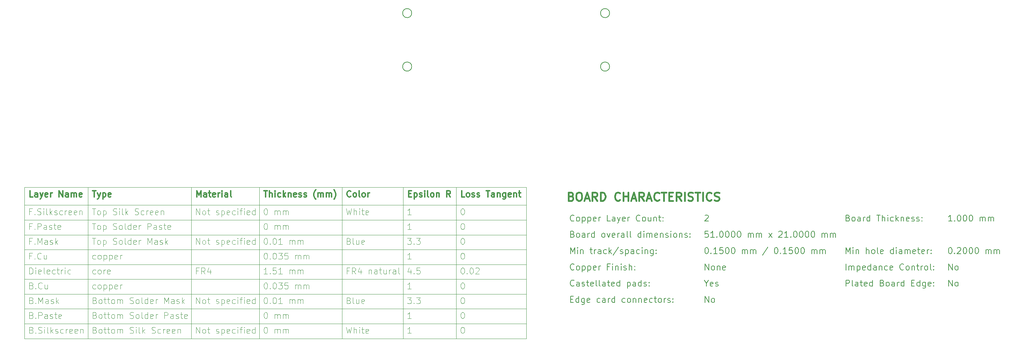
<source format=gbr>
%TF.GenerationSoftware,KiCad,Pcbnew,9.0.1*%
%TF.CreationDate,2025-04-27T12:11:09+05:30*%
%TF.ProjectId,Mitayi-Pico-D1,4d697461-7969-42d5-9069-636f2d44312e,0.6*%
%TF.SameCoordinates,PX73df160PY5f2d3c0*%
%TF.FileFunction,Other,Comment*%
%FSLAX46Y46*%
G04 Gerber Fmt 4.6, Leading zero omitted, Abs format (unit mm)*
G04 Created by KiCad (PCBNEW 9.0.1) date 2025-04-27 12:11:09*
%MOMM*%
%LPD*%
G01*
G04 APERTURE LIST*
%ADD10C,0.100000*%
%ADD11C,0.200000*%
%ADD12C,0.300000*%
%ADD13C,0.400000*%
%ADD14C,0.150000*%
G04 APERTURE END LIST*
D10*
X30385716Y-25400000D02*
X30385716Y-62162000D01*
X-91300000Y-44132000D02*
X30385716Y-44132000D01*
X-91300000Y-29708000D02*
X30385716Y-29708000D01*
X-34342857Y-25400000D02*
X-34342857Y-62162000D01*
X-91300000Y-25400000D02*
X-91300000Y-62162000D01*
X13428572Y-25400000D02*
X13428572Y-62162000D01*
X-14314285Y-25400000D02*
X-14314285Y-62162000D01*
X-75914286Y-25400000D02*
X-75914286Y-62162000D01*
X-91300000Y-47738000D02*
X30385716Y-47738000D01*
X-91300000Y-25400000D02*
X30385716Y-25400000D01*
X-91300000Y-58556000D02*
X30385716Y-58556000D01*
X-91300000Y-40526000D02*
X30385716Y-40526000D01*
X-91300000Y-51344000D02*
X30385716Y-51344000D01*
X-50842858Y-25400000D02*
X-50842858Y-62162000D01*
X-91300000Y-33314000D02*
X30385716Y-33314000D01*
X542857Y-25400000D02*
X542857Y-62162000D01*
X-91300000Y-54950000D02*
X30385716Y-54950000D01*
X-91300000Y-62162000D02*
X30385716Y-62162000D01*
X-91300000Y-36920000D02*
X30385716Y-36920000D01*
X2501503Y-42842228D02*
X1644360Y-42842228D01*
X2072931Y-42842228D02*
X2072931Y-41342228D01*
X2072931Y-41342228D02*
X1930074Y-41556514D01*
X1930074Y-41556514D02*
X1787217Y-41699371D01*
X1787217Y-41699371D02*
X1644360Y-41770800D01*
X14887218Y-44948228D02*
X15030075Y-44948228D01*
X15030075Y-44948228D02*
X15172932Y-45019657D01*
X15172932Y-45019657D02*
X15244361Y-45091085D01*
X15244361Y-45091085D02*
X15315789Y-45233942D01*
X15315789Y-45233942D02*
X15387218Y-45519657D01*
X15387218Y-45519657D02*
X15387218Y-45876800D01*
X15387218Y-45876800D02*
X15315789Y-46162514D01*
X15315789Y-46162514D02*
X15244361Y-46305371D01*
X15244361Y-46305371D02*
X15172932Y-46376800D01*
X15172932Y-46376800D02*
X15030075Y-46448228D01*
X15030075Y-46448228D02*
X14887218Y-46448228D01*
X14887218Y-46448228D02*
X14744361Y-46376800D01*
X14744361Y-46376800D02*
X14672932Y-46305371D01*
X14672932Y-46305371D02*
X14601503Y-46162514D01*
X14601503Y-46162514D02*
X14530075Y-45876800D01*
X14530075Y-45876800D02*
X14530075Y-45519657D01*
X14530075Y-45519657D02*
X14601503Y-45233942D01*
X14601503Y-45233942D02*
X14672932Y-45091085D01*
X14672932Y-45091085D02*
X14744361Y-45019657D01*
X14744361Y-45019657D02*
X14887218Y-44948228D01*
X16030074Y-46305371D02*
X16101503Y-46376800D01*
X16101503Y-46376800D02*
X16030074Y-46448228D01*
X16030074Y-46448228D02*
X15958646Y-46376800D01*
X15958646Y-46376800D02*
X16030074Y-46305371D01*
X16030074Y-46305371D02*
X16030074Y-46448228D01*
X17030075Y-44948228D02*
X17172932Y-44948228D01*
X17172932Y-44948228D02*
X17315789Y-45019657D01*
X17315789Y-45019657D02*
X17387218Y-45091085D01*
X17387218Y-45091085D02*
X17458646Y-45233942D01*
X17458646Y-45233942D02*
X17530075Y-45519657D01*
X17530075Y-45519657D02*
X17530075Y-45876800D01*
X17530075Y-45876800D02*
X17458646Y-46162514D01*
X17458646Y-46162514D02*
X17387218Y-46305371D01*
X17387218Y-46305371D02*
X17315789Y-46376800D01*
X17315789Y-46376800D02*
X17172932Y-46448228D01*
X17172932Y-46448228D02*
X17030075Y-46448228D01*
X17030075Y-46448228D02*
X16887218Y-46376800D01*
X16887218Y-46376800D02*
X16815789Y-46305371D01*
X16815789Y-46305371D02*
X16744360Y-46162514D01*
X16744360Y-46162514D02*
X16672932Y-45876800D01*
X16672932Y-45876800D02*
X16672932Y-45519657D01*
X16672932Y-45519657D02*
X16744360Y-45233942D01*
X16744360Y-45233942D02*
X16815789Y-45091085D01*
X16815789Y-45091085D02*
X16887218Y-45019657D01*
X16887218Y-45019657D02*
X17030075Y-44948228D01*
X18101503Y-45091085D02*
X18172931Y-45019657D01*
X18172931Y-45019657D02*
X18315789Y-44948228D01*
X18315789Y-44948228D02*
X18672931Y-44948228D01*
X18672931Y-44948228D02*
X18815789Y-45019657D01*
X18815789Y-45019657D02*
X18887217Y-45091085D01*
X18887217Y-45091085D02*
X18958646Y-45233942D01*
X18958646Y-45233942D02*
X18958646Y-45376800D01*
X18958646Y-45376800D02*
X18887217Y-45591085D01*
X18887217Y-45591085D02*
X18030074Y-46448228D01*
X18030074Y-46448228D02*
X18958646Y-46448228D01*
X-74955640Y-34130228D02*
X-74098497Y-34130228D01*
X-74527069Y-35630228D02*
X-74527069Y-34130228D01*
X-73384212Y-35630228D02*
X-73527069Y-35558800D01*
X-73527069Y-35558800D02*
X-73598498Y-35487371D01*
X-73598498Y-35487371D02*
X-73669926Y-35344514D01*
X-73669926Y-35344514D02*
X-73669926Y-34915942D01*
X-73669926Y-34915942D02*
X-73598498Y-34773085D01*
X-73598498Y-34773085D02*
X-73527069Y-34701657D01*
X-73527069Y-34701657D02*
X-73384212Y-34630228D01*
X-73384212Y-34630228D02*
X-73169926Y-34630228D01*
X-73169926Y-34630228D02*
X-73027069Y-34701657D01*
X-73027069Y-34701657D02*
X-72955640Y-34773085D01*
X-72955640Y-34773085D02*
X-72884212Y-34915942D01*
X-72884212Y-34915942D02*
X-72884212Y-35344514D01*
X-72884212Y-35344514D02*
X-72955640Y-35487371D01*
X-72955640Y-35487371D02*
X-73027069Y-35558800D01*
X-73027069Y-35558800D02*
X-73169926Y-35630228D01*
X-73169926Y-35630228D02*
X-73384212Y-35630228D01*
X-72241355Y-34630228D02*
X-72241355Y-36130228D01*
X-72241355Y-34701657D02*
X-72098497Y-34630228D01*
X-72098497Y-34630228D02*
X-71812783Y-34630228D01*
X-71812783Y-34630228D02*
X-71669926Y-34701657D01*
X-71669926Y-34701657D02*
X-71598497Y-34773085D01*
X-71598497Y-34773085D02*
X-71527069Y-34915942D01*
X-71527069Y-34915942D02*
X-71527069Y-35344514D01*
X-71527069Y-35344514D02*
X-71598497Y-35487371D01*
X-71598497Y-35487371D02*
X-71669926Y-35558800D01*
X-71669926Y-35558800D02*
X-71812783Y-35630228D01*
X-71812783Y-35630228D02*
X-72098497Y-35630228D01*
X-72098497Y-35630228D02*
X-72241355Y-35558800D01*
X-69812783Y-35558800D02*
X-69598497Y-35630228D01*
X-69598497Y-35630228D02*
X-69241355Y-35630228D01*
X-69241355Y-35630228D02*
X-69098497Y-35558800D01*
X-69098497Y-35558800D02*
X-69027069Y-35487371D01*
X-69027069Y-35487371D02*
X-68955640Y-35344514D01*
X-68955640Y-35344514D02*
X-68955640Y-35201657D01*
X-68955640Y-35201657D02*
X-69027069Y-35058800D01*
X-69027069Y-35058800D02*
X-69098497Y-34987371D01*
X-69098497Y-34987371D02*
X-69241355Y-34915942D01*
X-69241355Y-34915942D02*
X-69527069Y-34844514D01*
X-69527069Y-34844514D02*
X-69669926Y-34773085D01*
X-69669926Y-34773085D02*
X-69741355Y-34701657D01*
X-69741355Y-34701657D02*
X-69812783Y-34558800D01*
X-69812783Y-34558800D02*
X-69812783Y-34415942D01*
X-69812783Y-34415942D02*
X-69741355Y-34273085D01*
X-69741355Y-34273085D02*
X-69669926Y-34201657D01*
X-69669926Y-34201657D02*
X-69527069Y-34130228D01*
X-69527069Y-34130228D02*
X-69169926Y-34130228D01*
X-69169926Y-34130228D02*
X-68955640Y-34201657D01*
X-68098498Y-35630228D02*
X-68241355Y-35558800D01*
X-68241355Y-35558800D02*
X-68312784Y-35487371D01*
X-68312784Y-35487371D02*
X-68384212Y-35344514D01*
X-68384212Y-35344514D02*
X-68384212Y-34915942D01*
X-68384212Y-34915942D02*
X-68312784Y-34773085D01*
X-68312784Y-34773085D02*
X-68241355Y-34701657D01*
X-68241355Y-34701657D02*
X-68098498Y-34630228D01*
X-68098498Y-34630228D02*
X-67884212Y-34630228D01*
X-67884212Y-34630228D02*
X-67741355Y-34701657D01*
X-67741355Y-34701657D02*
X-67669926Y-34773085D01*
X-67669926Y-34773085D02*
X-67598498Y-34915942D01*
X-67598498Y-34915942D02*
X-67598498Y-35344514D01*
X-67598498Y-35344514D02*
X-67669926Y-35487371D01*
X-67669926Y-35487371D02*
X-67741355Y-35558800D01*
X-67741355Y-35558800D02*
X-67884212Y-35630228D01*
X-67884212Y-35630228D02*
X-68098498Y-35630228D01*
X-66741355Y-35630228D02*
X-66884212Y-35558800D01*
X-66884212Y-35558800D02*
X-66955641Y-35415942D01*
X-66955641Y-35415942D02*
X-66955641Y-34130228D01*
X-65527069Y-35630228D02*
X-65527069Y-34130228D01*
X-65527069Y-35558800D02*
X-65669927Y-35630228D01*
X-65669927Y-35630228D02*
X-65955641Y-35630228D01*
X-65955641Y-35630228D02*
X-66098498Y-35558800D01*
X-66098498Y-35558800D02*
X-66169927Y-35487371D01*
X-66169927Y-35487371D02*
X-66241355Y-35344514D01*
X-66241355Y-35344514D02*
X-66241355Y-34915942D01*
X-66241355Y-34915942D02*
X-66169927Y-34773085D01*
X-66169927Y-34773085D02*
X-66098498Y-34701657D01*
X-66098498Y-34701657D02*
X-65955641Y-34630228D01*
X-65955641Y-34630228D02*
X-65669927Y-34630228D01*
X-65669927Y-34630228D02*
X-65527069Y-34701657D01*
X-64241355Y-35558800D02*
X-64384212Y-35630228D01*
X-64384212Y-35630228D02*
X-64669926Y-35630228D01*
X-64669926Y-35630228D02*
X-64812784Y-35558800D01*
X-64812784Y-35558800D02*
X-64884212Y-35415942D01*
X-64884212Y-35415942D02*
X-64884212Y-34844514D01*
X-64884212Y-34844514D02*
X-64812784Y-34701657D01*
X-64812784Y-34701657D02*
X-64669926Y-34630228D01*
X-64669926Y-34630228D02*
X-64384212Y-34630228D01*
X-64384212Y-34630228D02*
X-64241355Y-34701657D01*
X-64241355Y-34701657D02*
X-64169926Y-34844514D01*
X-64169926Y-34844514D02*
X-64169926Y-34987371D01*
X-64169926Y-34987371D02*
X-64884212Y-35130228D01*
X-63527070Y-35630228D02*
X-63527070Y-34630228D01*
X-63527070Y-34915942D02*
X-63455641Y-34773085D01*
X-63455641Y-34773085D02*
X-63384212Y-34701657D01*
X-63384212Y-34701657D02*
X-63241355Y-34630228D01*
X-63241355Y-34630228D02*
X-63098498Y-34630228D01*
X-61455642Y-35630228D02*
X-61455642Y-34130228D01*
X-61455642Y-34130228D02*
X-60884213Y-34130228D01*
X-60884213Y-34130228D02*
X-60741356Y-34201657D01*
X-60741356Y-34201657D02*
X-60669927Y-34273085D01*
X-60669927Y-34273085D02*
X-60598499Y-34415942D01*
X-60598499Y-34415942D02*
X-60598499Y-34630228D01*
X-60598499Y-34630228D02*
X-60669927Y-34773085D01*
X-60669927Y-34773085D02*
X-60741356Y-34844514D01*
X-60741356Y-34844514D02*
X-60884213Y-34915942D01*
X-60884213Y-34915942D02*
X-61455642Y-34915942D01*
X-59312784Y-35630228D02*
X-59312784Y-34844514D01*
X-59312784Y-34844514D02*
X-59384213Y-34701657D01*
X-59384213Y-34701657D02*
X-59527070Y-34630228D01*
X-59527070Y-34630228D02*
X-59812784Y-34630228D01*
X-59812784Y-34630228D02*
X-59955642Y-34701657D01*
X-59312784Y-35558800D02*
X-59455642Y-35630228D01*
X-59455642Y-35630228D02*
X-59812784Y-35630228D01*
X-59812784Y-35630228D02*
X-59955642Y-35558800D01*
X-59955642Y-35558800D02*
X-60027070Y-35415942D01*
X-60027070Y-35415942D02*
X-60027070Y-35273085D01*
X-60027070Y-35273085D02*
X-59955642Y-35130228D01*
X-59955642Y-35130228D02*
X-59812784Y-35058800D01*
X-59812784Y-35058800D02*
X-59455642Y-35058800D01*
X-59455642Y-35058800D02*
X-59312784Y-34987371D01*
X-58669927Y-35558800D02*
X-58527070Y-35630228D01*
X-58527070Y-35630228D02*
X-58241356Y-35630228D01*
X-58241356Y-35630228D02*
X-58098499Y-35558800D01*
X-58098499Y-35558800D02*
X-58027070Y-35415942D01*
X-58027070Y-35415942D02*
X-58027070Y-35344514D01*
X-58027070Y-35344514D02*
X-58098499Y-35201657D01*
X-58098499Y-35201657D02*
X-58241356Y-35130228D01*
X-58241356Y-35130228D02*
X-58455641Y-35130228D01*
X-58455641Y-35130228D02*
X-58598499Y-35058800D01*
X-58598499Y-35058800D02*
X-58669927Y-34915942D01*
X-58669927Y-34915942D02*
X-58669927Y-34844514D01*
X-58669927Y-34844514D02*
X-58598499Y-34701657D01*
X-58598499Y-34701657D02*
X-58455641Y-34630228D01*
X-58455641Y-34630228D02*
X-58241356Y-34630228D01*
X-58241356Y-34630228D02*
X-58098499Y-34701657D01*
X-57598498Y-34630228D02*
X-57027070Y-34630228D01*
X-57384213Y-34130228D02*
X-57384213Y-35415942D01*
X-57384213Y-35415942D02*
X-57312784Y-35558800D01*
X-57312784Y-35558800D02*
X-57169927Y-35630228D01*
X-57169927Y-35630228D02*
X-57027070Y-35630228D01*
X-55955641Y-35558800D02*
X-56098498Y-35630228D01*
X-56098498Y-35630228D02*
X-56384212Y-35630228D01*
X-56384212Y-35630228D02*
X-56527070Y-35558800D01*
X-56527070Y-35558800D02*
X-56598498Y-35415942D01*
X-56598498Y-35415942D02*
X-56598498Y-34844514D01*
X-56598498Y-34844514D02*
X-56527070Y-34701657D01*
X-56527070Y-34701657D02*
X-56384212Y-34630228D01*
X-56384212Y-34630228D02*
X-56098498Y-34630228D01*
X-56098498Y-34630228D02*
X-55955641Y-34701657D01*
X-55955641Y-34701657D02*
X-55884212Y-34844514D01*
X-55884212Y-34844514D02*
X-55884212Y-34987371D01*
X-55884212Y-34987371D02*
X-56598498Y-35130228D01*
X-89627069Y-52874514D02*
X-89412783Y-52945942D01*
X-89412783Y-52945942D02*
X-89341354Y-53017371D01*
X-89341354Y-53017371D02*
X-89269926Y-53160228D01*
X-89269926Y-53160228D02*
X-89269926Y-53374514D01*
X-89269926Y-53374514D02*
X-89341354Y-53517371D01*
X-89341354Y-53517371D02*
X-89412783Y-53588800D01*
X-89412783Y-53588800D02*
X-89555640Y-53660228D01*
X-89555640Y-53660228D02*
X-90127069Y-53660228D01*
X-90127069Y-53660228D02*
X-90127069Y-52160228D01*
X-90127069Y-52160228D02*
X-89627069Y-52160228D01*
X-89627069Y-52160228D02*
X-89484211Y-52231657D01*
X-89484211Y-52231657D02*
X-89412783Y-52303085D01*
X-89412783Y-52303085D02*
X-89341354Y-52445942D01*
X-89341354Y-52445942D02*
X-89341354Y-52588800D01*
X-89341354Y-52588800D02*
X-89412783Y-52731657D01*
X-89412783Y-52731657D02*
X-89484211Y-52803085D01*
X-89484211Y-52803085D02*
X-89627069Y-52874514D01*
X-89627069Y-52874514D02*
X-90127069Y-52874514D01*
X-88627069Y-53517371D02*
X-88555640Y-53588800D01*
X-88555640Y-53588800D02*
X-88627069Y-53660228D01*
X-88627069Y-53660228D02*
X-88698497Y-53588800D01*
X-88698497Y-53588800D02*
X-88627069Y-53517371D01*
X-88627069Y-53517371D02*
X-88627069Y-53660228D01*
X-87912783Y-53660228D02*
X-87912783Y-52160228D01*
X-87912783Y-52160228D02*
X-87412783Y-53231657D01*
X-87412783Y-53231657D02*
X-86912783Y-52160228D01*
X-86912783Y-52160228D02*
X-86912783Y-53660228D01*
X-85555639Y-53660228D02*
X-85555639Y-52874514D01*
X-85555639Y-52874514D02*
X-85627068Y-52731657D01*
X-85627068Y-52731657D02*
X-85769925Y-52660228D01*
X-85769925Y-52660228D02*
X-86055639Y-52660228D01*
X-86055639Y-52660228D02*
X-86198497Y-52731657D01*
X-85555639Y-53588800D02*
X-85698497Y-53660228D01*
X-85698497Y-53660228D02*
X-86055639Y-53660228D01*
X-86055639Y-53660228D02*
X-86198497Y-53588800D01*
X-86198497Y-53588800D02*
X-86269925Y-53445942D01*
X-86269925Y-53445942D02*
X-86269925Y-53303085D01*
X-86269925Y-53303085D02*
X-86198497Y-53160228D01*
X-86198497Y-53160228D02*
X-86055639Y-53088800D01*
X-86055639Y-53088800D02*
X-85698497Y-53088800D01*
X-85698497Y-53088800D02*
X-85555639Y-53017371D01*
X-84912782Y-53588800D02*
X-84769925Y-53660228D01*
X-84769925Y-53660228D02*
X-84484211Y-53660228D01*
X-84484211Y-53660228D02*
X-84341354Y-53588800D01*
X-84341354Y-53588800D02*
X-84269925Y-53445942D01*
X-84269925Y-53445942D02*
X-84269925Y-53374514D01*
X-84269925Y-53374514D02*
X-84341354Y-53231657D01*
X-84341354Y-53231657D02*
X-84484211Y-53160228D01*
X-84484211Y-53160228D02*
X-84698496Y-53160228D01*
X-84698496Y-53160228D02*
X-84841354Y-53088800D01*
X-84841354Y-53088800D02*
X-84912782Y-52945942D01*
X-84912782Y-52945942D02*
X-84912782Y-52874514D01*
X-84912782Y-52874514D02*
X-84841354Y-52731657D01*
X-84841354Y-52731657D02*
X-84698496Y-52660228D01*
X-84698496Y-52660228D02*
X-84484211Y-52660228D01*
X-84484211Y-52660228D02*
X-84341354Y-52731657D01*
X-83627068Y-53660228D02*
X-83627068Y-52160228D01*
X-83484210Y-53088800D02*
X-83055639Y-53660228D01*
X-83055639Y-52660228D02*
X-83627068Y-53231657D01*
D11*
X41995863Y-45333171D02*
X41924435Y-45404600D01*
X41924435Y-45404600D02*
X41710149Y-45476028D01*
X41710149Y-45476028D02*
X41567292Y-45476028D01*
X41567292Y-45476028D02*
X41353006Y-45404600D01*
X41353006Y-45404600D02*
X41210149Y-45261742D01*
X41210149Y-45261742D02*
X41138720Y-45118885D01*
X41138720Y-45118885D02*
X41067292Y-44833171D01*
X41067292Y-44833171D02*
X41067292Y-44618885D01*
X41067292Y-44618885D02*
X41138720Y-44333171D01*
X41138720Y-44333171D02*
X41210149Y-44190314D01*
X41210149Y-44190314D02*
X41353006Y-44047457D01*
X41353006Y-44047457D02*
X41567292Y-43976028D01*
X41567292Y-43976028D02*
X41710149Y-43976028D01*
X41710149Y-43976028D02*
X41924435Y-44047457D01*
X41924435Y-44047457D02*
X41995863Y-44118885D01*
X42853006Y-45476028D02*
X42710149Y-45404600D01*
X42710149Y-45404600D02*
X42638720Y-45333171D01*
X42638720Y-45333171D02*
X42567292Y-45190314D01*
X42567292Y-45190314D02*
X42567292Y-44761742D01*
X42567292Y-44761742D02*
X42638720Y-44618885D01*
X42638720Y-44618885D02*
X42710149Y-44547457D01*
X42710149Y-44547457D02*
X42853006Y-44476028D01*
X42853006Y-44476028D02*
X43067292Y-44476028D01*
X43067292Y-44476028D02*
X43210149Y-44547457D01*
X43210149Y-44547457D02*
X43281578Y-44618885D01*
X43281578Y-44618885D02*
X43353006Y-44761742D01*
X43353006Y-44761742D02*
X43353006Y-45190314D01*
X43353006Y-45190314D02*
X43281578Y-45333171D01*
X43281578Y-45333171D02*
X43210149Y-45404600D01*
X43210149Y-45404600D02*
X43067292Y-45476028D01*
X43067292Y-45476028D02*
X42853006Y-45476028D01*
X43995863Y-44476028D02*
X43995863Y-45976028D01*
X43995863Y-44547457D02*
X44138721Y-44476028D01*
X44138721Y-44476028D02*
X44424435Y-44476028D01*
X44424435Y-44476028D02*
X44567292Y-44547457D01*
X44567292Y-44547457D02*
X44638721Y-44618885D01*
X44638721Y-44618885D02*
X44710149Y-44761742D01*
X44710149Y-44761742D02*
X44710149Y-45190314D01*
X44710149Y-45190314D02*
X44638721Y-45333171D01*
X44638721Y-45333171D02*
X44567292Y-45404600D01*
X44567292Y-45404600D02*
X44424435Y-45476028D01*
X44424435Y-45476028D02*
X44138721Y-45476028D01*
X44138721Y-45476028D02*
X43995863Y-45404600D01*
X45353006Y-44476028D02*
X45353006Y-45976028D01*
X45353006Y-44547457D02*
X45495864Y-44476028D01*
X45495864Y-44476028D02*
X45781578Y-44476028D01*
X45781578Y-44476028D02*
X45924435Y-44547457D01*
X45924435Y-44547457D02*
X45995864Y-44618885D01*
X45995864Y-44618885D02*
X46067292Y-44761742D01*
X46067292Y-44761742D02*
X46067292Y-45190314D01*
X46067292Y-45190314D02*
X45995864Y-45333171D01*
X45995864Y-45333171D02*
X45924435Y-45404600D01*
X45924435Y-45404600D02*
X45781578Y-45476028D01*
X45781578Y-45476028D02*
X45495864Y-45476028D01*
X45495864Y-45476028D02*
X45353006Y-45404600D01*
X47281578Y-45404600D02*
X47138721Y-45476028D01*
X47138721Y-45476028D02*
X46853007Y-45476028D01*
X46853007Y-45476028D02*
X46710149Y-45404600D01*
X46710149Y-45404600D02*
X46638721Y-45261742D01*
X46638721Y-45261742D02*
X46638721Y-44690314D01*
X46638721Y-44690314D02*
X46710149Y-44547457D01*
X46710149Y-44547457D02*
X46853007Y-44476028D01*
X46853007Y-44476028D02*
X47138721Y-44476028D01*
X47138721Y-44476028D02*
X47281578Y-44547457D01*
X47281578Y-44547457D02*
X47353007Y-44690314D01*
X47353007Y-44690314D02*
X47353007Y-44833171D01*
X47353007Y-44833171D02*
X46638721Y-44976028D01*
X47995863Y-45476028D02*
X47995863Y-44476028D01*
X47995863Y-44761742D02*
X48067292Y-44618885D01*
X48067292Y-44618885D02*
X48138721Y-44547457D01*
X48138721Y-44547457D02*
X48281578Y-44476028D01*
X48281578Y-44476028D02*
X48424435Y-44476028D01*
X50567291Y-44690314D02*
X50067291Y-44690314D01*
X50067291Y-45476028D02*
X50067291Y-43976028D01*
X50067291Y-43976028D02*
X50781577Y-43976028D01*
X51353005Y-45476028D02*
X51353005Y-44476028D01*
X51353005Y-43976028D02*
X51281577Y-44047457D01*
X51281577Y-44047457D02*
X51353005Y-44118885D01*
X51353005Y-44118885D02*
X51424434Y-44047457D01*
X51424434Y-44047457D02*
X51353005Y-43976028D01*
X51353005Y-43976028D02*
X51353005Y-44118885D01*
X52067291Y-44476028D02*
X52067291Y-45476028D01*
X52067291Y-44618885D02*
X52138720Y-44547457D01*
X52138720Y-44547457D02*
X52281577Y-44476028D01*
X52281577Y-44476028D02*
X52495863Y-44476028D01*
X52495863Y-44476028D02*
X52638720Y-44547457D01*
X52638720Y-44547457D02*
X52710149Y-44690314D01*
X52710149Y-44690314D02*
X52710149Y-45476028D01*
X53424434Y-45476028D02*
X53424434Y-44476028D01*
X53424434Y-43976028D02*
X53353006Y-44047457D01*
X53353006Y-44047457D02*
X53424434Y-44118885D01*
X53424434Y-44118885D02*
X53495863Y-44047457D01*
X53495863Y-44047457D02*
X53424434Y-43976028D01*
X53424434Y-43976028D02*
X53424434Y-44118885D01*
X54067292Y-45404600D02*
X54210149Y-45476028D01*
X54210149Y-45476028D02*
X54495863Y-45476028D01*
X54495863Y-45476028D02*
X54638720Y-45404600D01*
X54638720Y-45404600D02*
X54710149Y-45261742D01*
X54710149Y-45261742D02*
X54710149Y-45190314D01*
X54710149Y-45190314D02*
X54638720Y-45047457D01*
X54638720Y-45047457D02*
X54495863Y-44976028D01*
X54495863Y-44976028D02*
X54281578Y-44976028D01*
X54281578Y-44976028D02*
X54138720Y-44904600D01*
X54138720Y-44904600D02*
X54067292Y-44761742D01*
X54067292Y-44761742D02*
X54067292Y-44690314D01*
X54067292Y-44690314D02*
X54138720Y-44547457D01*
X54138720Y-44547457D02*
X54281578Y-44476028D01*
X54281578Y-44476028D02*
X54495863Y-44476028D01*
X54495863Y-44476028D02*
X54638720Y-44547457D01*
X55353006Y-45476028D02*
X55353006Y-43976028D01*
X55995864Y-45476028D02*
X55995864Y-44690314D01*
X55995864Y-44690314D02*
X55924435Y-44547457D01*
X55924435Y-44547457D02*
X55781578Y-44476028D01*
X55781578Y-44476028D02*
X55567292Y-44476028D01*
X55567292Y-44476028D02*
X55424435Y-44547457D01*
X55424435Y-44547457D02*
X55353006Y-44618885D01*
X56710149Y-45333171D02*
X56781578Y-45404600D01*
X56781578Y-45404600D02*
X56710149Y-45476028D01*
X56710149Y-45476028D02*
X56638721Y-45404600D01*
X56638721Y-45404600D02*
X56710149Y-45333171D01*
X56710149Y-45333171D02*
X56710149Y-45476028D01*
X56710149Y-44547457D02*
X56781578Y-44618885D01*
X56781578Y-44618885D02*
X56710149Y-44690314D01*
X56710149Y-44690314D02*
X56638721Y-44618885D01*
X56638721Y-44618885D02*
X56710149Y-44547457D01*
X56710149Y-44547457D02*
X56710149Y-44690314D01*
D10*
X-74955640Y-37736228D02*
X-74098497Y-37736228D01*
X-74527069Y-39236228D02*
X-74527069Y-37736228D01*
X-73384212Y-39236228D02*
X-73527069Y-39164800D01*
X-73527069Y-39164800D02*
X-73598498Y-39093371D01*
X-73598498Y-39093371D02*
X-73669926Y-38950514D01*
X-73669926Y-38950514D02*
X-73669926Y-38521942D01*
X-73669926Y-38521942D02*
X-73598498Y-38379085D01*
X-73598498Y-38379085D02*
X-73527069Y-38307657D01*
X-73527069Y-38307657D02*
X-73384212Y-38236228D01*
X-73384212Y-38236228D02*
X-73169926Y-38236228D01*
X-73169926Y-38236228D02*
X-73027069Y-38307657D01*
X-73027069Y-38307657D02*
X-72955640Y-38379085D01*
X-72955640Y-38379085D02*
X-72884212Y-38521942D01*
X-72884212Y-38521942D02*
X-72884212Y-38950514D01*
X-72884212Y-38950514D02*
X-72955640Y-39093371D01*
X-72955640Y-39093371D02*
X-73027069Y-39164800D01*
X-73027069Y-39164800D02*
X-73169926Y-39236228D01*
X-73169926Y-39236228D02*
X-73384212Y-39236228D01*
X-72241355Y-38236228D02*
X-72241355Y-39736228D01*
X-72241355Y-38307657D02*
X-72098497Y-38236228D01*
X-72098497Y-38236228D02*
X-71812783Y-38236228D01*
X-71812783Y-38236228D02*
X-71669926Y-38307657D01*
X-71669926Y-38307657D02*
X-71598497Y-38379085D01*
X-71598497Y-38379085D02*
X-71527069Y-38521942D01*
X-71527069Y-38521942D02*
X-71527069Y-38950514D01*
X-71527069Y-38950514D02*
X-71598497Y-39093371D01*
X-71598497Y-39093371D02*
X-71669926Y-39164800D01*
X-71669926Y-39164800D02*
X-71812783Y-39236228D01*
X-71812783Y-39236228D02*
X-72098497Y-39236228D01*
X-72098497Y-39236228D02*
X-72241355Y-39164800D01*
X-69812783Y-39164800D02*
X-69598497Y-39236228D01*
X-69598497Y-39236228D02*
X-69241355Y-39236228D01*
X-69241355Y-39236228D02*
X-69098497Y-39164800D01*
X-69098497Y-39164800D02*
X-69027069Y-39093371D01*
X-69027069Y-39093371D02*
X-68955640Y-38950514D01*
X-68955640Y-38950514D02*
X-68955640Y-38807657D01*
X-68955640Y-38807657D02*
X-69027069Y-38664800D01*
X-69027069Y-38664800D02*
X-69098497Y-38593371D01*
X-69098497Y-38593371D02*
X-69241355Y-38521942D01*
X-69241355Y-38521942D02*
X-69527069Y-38450514D01*
X-69527069Y-38450514D02*
X-69669926Y-38379085D01*
X-69669926Y-38379085D02*
X-69741355Y-38307657D01*
X-69741355Y-38307657D02*
X-69812783Y-38164800D01*
X-69812783Y-38164800D02*
X-69812783Y-38021942D01*
X-69812783Y-38021942D02*
X-69741355Y-37879085D01*
X-69741355Y-37879085D02*
X-69669926Y-37807657D01*
X-69669926Y-37807657D02*
X-69527069Y-37736228D01*
X-69527069Y-37736228D02*
X-69169926Y-37736228D01*
X-69169926Y-37736228D02*
X-68955640Y-37807657D01*
X-68098498Y-39236228D02*
X-68241355Y-39164800D01*
X-68241355Y-39164800D02*
X-68312784Y-39093371D01*
X-68312784Y-39093371D02*
X-68384212Y-38950514D01*
X-68384212Y-38950514D02*
X-68384212Y-38521942D01*
X-68384212Y-38521942D02*
X-68312784Y-38379085D01*
X-68312784Y-38379085D02*
X-68241355Y-38307657D01*
X-68241355Y-38307657D02*
X-68098498Y-38236228D01*
X-68098498Y-38236228D02*
X-67884212Y-38236228D01*
X-67884212Y-38236228D02*
X-67741355Y-38307657D01*
X-67741355Y-38307657D02*
X-67669926Y-38379085D01*
X-67669926Y-38379085D02*
X-67598498Y-38521942D01*
X-67598498Y-38521942D02*
X-67598498Y-38950514D01*
X-67598498Y-38950514D02*
X-67669926Y-39093371D01*
X-67669926Y-39093371D02*
X-67741355Y-39164800D01*
X-67741355Y-39164800D02*
X-67884212Y-39236228D01*
X-67884212Y-39236228D02*
X-68098498Y-39236228D01*
X-66741355Y-39236228D02*
X-66884212Y-39164800D01*
X-66884212Y-39164800D02*
X-66955641Y-39021942D01*
X-66955641Y-39021942D02*
X-66955641Y-37736228D01*
X-65527069Y-39236228D02*
X-65527069Y-37736228D01*
X-65527069Y-39164800D02*
X-65669927Y-39236228D01*
X-65669927Y-39236228D02*
X-65955641Y-39236228D01*
X-65955641Y-39236228D02*
X-66098498Y-39164800D01*
X-66098498Y-39164800D02*
X-66169927Y-39093371D01*
X-66169927Y-39093371D02*
X-66241355Y-38950514D01*
X-66241355Y-38950514D02*
X-66241355Y-38521942D01*
X-66241355Y-38521942D02*
X-66169927Y-38379085D01*
X-66169927Y-38379085D02*
X-66098498Y-38307657D01*
X-66098498Y-38307657D02*
X-65955641Y-38236228D01*
X-65955641Y-38236228D02*
X-65669927Y-38236228D01*
X-65669927Y-38236228D02*
X-65527069Y-38307657D01*
X-64241355Y-39164800D02*
X-64384212Y-39236228D01*
X-64384212Y-39236228D02*
X-64669926Y-39236228D01*
X-64669926Y-39236228D02*
X-64812784Y-39164800D01*
X-64812784Y-39164800D02*
X-64884212Y-39021942D01*
X-64884212Y-39021942D02*
X-64884212Y-38450514D01*
X-64884212Y-38450514D02*
X-64812784Y-38307657D01*
X-64812784Y-38307657D02*
X-64669926Y-38236228D01*
X-64669926Y-38236228D02*
X-64384212Y-38236228D01*
X-64384212Y-38236228D02*
X-64241355Y-38307657D01*
X-64241355Y-38307657D02*
X-64169926Y-38450514D01*
X-64169926Y-38450514D02*
X-64169926Y-38593371D01*
X-64169926Y-38593371D02*
X-64884212Y-38736228D01*
X-63527070Y-39236228D02*
X-63527070Y-38236228D01*
X-63527070Y-38521942D02*
X-63455641Y-38379085D01*
X-63455641Y-38379085D02*
X-63384212Y-38307657D01*
X-63384212Y-38307657D02*
X-63241355Y-38236228D01*
X-63241355Y-38236228D02*
X-63098498Y-38236228D01*
X-61455642Y-39236228D02*
X-61455642Y-37736228D01*
X-61455642Y-37736228D02*
X-60955642Y-38807657D01*
X-60955642Y-38807657D02*
X-60455642Y-37736228D01*
X-60455642Y-37736228D02*
X-60455642Y-39236228D01*
X-59098498Y-39236228D02*
X-59098498Y-38450514D01*
X-59098498Y-38450514D02*
X-59169927Y-38307657D01*
X-59169927Y-38307657D02*
X-59312784Y-38236228D01*
X-59312784Y-38236228D02*
X-59598498Y-38236228D01*
X-59598498Y-38236228D02*
X-59741356Y-38307657D01*
X-59098498Y-39164800D02*
X-59241356Y-39236228D01*
X-59241356Y-39236228D02*
X-59598498Y-39236228D01*
X-59598498Y-39236228D02*
X-59741356Y-39164800D01*
X-59741356Y-39164800D02*
X-59812784Y-39021942D01*
X-59812784Y-39021942D02*
X-59812784Y-38879085D01*
X-59812784Y-38879085D02*
X-59741356Y-38736228D01*
X-59741356Y-38736228D02*
X-59598498Y-38664800D01*
X-59598498Y-38664800D02*
X-59241356Y-38664800D01*
X-59241356Y-38664800D02*
X-59098498Y-38593371D01*
X-58455641Y-39164800D02*
X-58312784Y-39236228D01*
X-58312784Y-39236228D02*
X-58027070Y-39236228D01*
X-58027070Y-39236228D02*
X-57884213Y-39164800D01*
X-57884213Y-39164800D02*
X-57812784Y-39021942D01*
X-57812784Y-39021942D02*
X-57812784Y-38950514D01*
X-57812784Y-38950514D02*
X-57884213Y-38807657D01*
X-57884213Y-38807657D02*
X-58027070Y-38736228D01*
X-58027070Y-38736228D02*
X-58241355Y-38736228D01*
X-58241355Y-38736228D02*
X-58384213Y-38664800D01*
X-58384213Y-38664800D02*
X-58455641Y-38521942D01*
X-58455641Y-38521942D02*
X-58455641Y-38450514D01*
X-58455641Y-38450514D02*
X-58384213Y-38307657D01*
X-58384213Y-38307657D02*
X-58241355Y-38236228D01*
X-58241355Y-38236228D02*
X-58027070Y-38236228D01*
X-58027070Y-38236228D02*
X-57884213Y-38307657D01*
X-57169927Y-39236228D02*
X-57169927Y-37736228D01*
X-57027069Y-38664800D02*
X-56598498Y-39236228D01*
X-56598498Y-38236228D02*
X-57169927Y-38807657D01*
D11*
X132895858Y-45476028D02*
X132895858Y-43976028D01*
X132895858Y-43976028D02*
X133753001Y-45476028D01*
X133753001Y-45476028D02*
X133753001Y-43976028D01*
X134681573Y-45476028D02*
X134538716Y-45404600D01*
X134538716Y-45404600D02*
X134467287Y-45333171D01*
X134467287Y-45333171D02*
X134395859Y-45190314D01*
X134395859Y-45190314D02*
X134395859Y-44761742D01*
X134395859Y-44761742D02*
X134467287Y-44618885D01*
X134467287Y-44618885D02*
X134538716Y-44547457D01*
X134538716Y-44547457D02*
X134681573Y-44476028D01*
X134681573Y-44476028D02*
X134895859Y-44476028D01*
X134895859Y-44476028D02*
X135038716Y-44547457D01*
X135038716Y-44547457D02*
X135110145Y-44618885D01*
X135110145Y-44618885D02*
X135181573Y-44761742D01*
X135181573Y-44761742D02*
X135181573Y-45190314D01*
X135181573Y-45190314D02*
X135110145Y-45333171D01*
X135110145Y-45333171D02*
X135038716Y-45404600D01*
X135038716Y-45404600D02*
X134895859Y-45476028D01*
X134895859Y-45476028D02*
X134681573Y-45476028D01*
D10*
X-49669927Y-53660228D02*
X-49669927Y-52160228D01*
X-49669927Y-52160228D02*
X-48812784Y-53660228D01*
X-48812784Y-53660228D02*
X-48812784Y-52160228D01*
X-47884212Y-53660228D02*
X-48027069Y-53588800D01*
X-48027069Y-53588800D02*
X-48098498Y-53517371D01*
X-48098498Y-53517371D02*
X-48169926Y-53374514D01*
X-48169926Y-53374514D02*
X-48169926Y-52945942D01*
X-48169926Y-52945942D02*
X-48098498Y-52803085D01*
X-48098498Y-52803085D02*
X-48027069Y-52731657D01*
X-48027069Y-52731657D02*
X-47884212Y-52660228D01*
X-47884212Y-52660228D02*
X-47669926Y-52660228D01*
X-47669926Y-52660228D02*
X-47527069Y-52731657D01*
X-47527069Y-52731657D02*
X-47455640Y-52803085D01*
X-47455640Y-52803085D02*
X-47384212Y-52945942D01*
X-47384212Y-52945942D02*
X-47384212Y-53374514D01*
X-47384212Y-53374514D02*
X-47455640Y-53517371D01*
X-47455640Y-53517371D02*
X-47527069Y-53588800D01*
X-47527069Y-53588800D02*
X-47669926Y-53660228D01*
X-47669926Y-53660228D02*
X-47884212Y-53660228D01*
X-46955640Y-52660228D02*
X-46384212Y-52660228D01*
X-46741355Y-52160228D02*
X-46741355Y-53445942D01*
X-46741355Y-53445942D02*
X-46669926Y-53588800D01*
X-46669926Y-53588800D02*
X-46527069Y-53660228D01*
X-46527069Y-53660228D02*
X-46384212Y-53660228D01*
X-44812783Y-53588800D02*
X-44669926Y-53660228D01*
X-44669926Y-53660228D02*
X-44384212Y-53660228D01*
X-44384212Y-53660228D02*
X-44241355Y-53588800D01*
X-44241355Y-53588800D02*
X-44169926Y-53445942D01*
X-44169926Y-53445942D02*
X-44169926Y-53374514D01*
X-44169926Y-53374514D02*
X-44241355Y-53231657D01*
X-44241355Y-53231657D02*
X-44384212Y-53160228D01*
X-44384212Y-53160228D02*
X-44598497Y-53160228D01*
X-44598497Y-53160228D02*
X-44741355Y-53088800D01*
X-44741355Y-53088800D02*
X-44812783Y-52945942D01*
X-44812783Y-52945942D02*
X-44812783Y-52874514D01*
X-44812783Y-52874514D02*
X-44741355Y-52731657D01*
X-44741355Y-52731657D02*
X-44598497Y-52660228D01*
X-44598497Y-52660228D02*
X-44384212Y-52660228D01*
X-44384212Y-52660228D02*
X-44241355Y-52731657D01*
X-43527069Y-52660228D02*
X-43527069Y-54160228D01*
X-43527069Y-52731657D02*
X-43384211Y-52660228D01*
X-43384211Y-52660228D02*
X-43098497Y-52660228D01*
X-43098497Y-52660228D02*
X-42955640Y-52731657D01*
X-42955640Y-52731657D02*
X-42884211Y-52803085D01*
X-42884211Y-52803085D02*
X-42812783Y-52945942D01*
X-42812783Y-52945942D02*
X-42812783Y-53374514D01*
X-42812783Y-53374514D02*
X-42884211Y-53517371D01*
X-42884211Y-53517371D02*
X-42955640Y-53588800D01*
X-42955640Y-53588800D02*
X-43098497Y-53660228D01*
X-43098497Y-53660228D02*
X-43384211Y-53660228D01*
X-43384211Y-53660228D02*
X-43527069Y-53588800D01*
X-41598497Y-53588800D02*
X-41741354Y-53660228D01*
X-41741354Y-53660228D02*
X-42027068Y-53660228D01*
X-42027068Y-53660228D02*
X-42169926Y-53588800D01*
X-42169926Y-53588800D02*
X-42241354Y-53445942D01*
X-42241354Y-53445942D02*
X-42241354Y-52874514D01*
X-42241354Y-52874514D02*
X-42169926Y-52731657D01*
X-42169926Y-52731657D02*
X-42027068Y-52660228D01*
X-42027068Y-52660228D02*
X-41741354Y-52660228D01*
X-41741354Y-52660228D02*
X-41598497Y-52731657D01*
X-41598497Y-52731657D02*
X-41527068Y-52874514D01*
X-41527068Y-52874514D02*
X-41527068Y-53017371D01*
X-41527068Y-53017371D02*
X-42241354Y-53160228D01*
X-40241354Y-53588800D02*
X-40384212Y-53660228D01*
X-40384212Y-53660228D02*
X-40669926Y-53660228D01*
X-40669926Y-53660228D02*
X-40812783Y-53588800D01*
X-40812783Y-53588800D02*
X-40884212Y-53517371D01*
X-40884212Y-53517371D02*
X-40955640Y-53374514D01*
X-40955640Y-53374514D02*
X-40955640Y-52945942D01*
X-40955640Y-52945942D02*
X-40884212Y-52803085D01*
X-40884212Y-52803085D02*
X-40812783Y-52731657D01*
X-40812783Y-52731657D02*
X-40669926Y-52660228D01*
X-40669926Y-52660228D02*
X-40384212Y-52660228D01*
X-40384212Y-52660228D02*
X-40241354Y-52731657D01*
X-39598498Y-53660228D02*
X-39598498Y-52660228D01*
X-39598498Y-52160228D02*
X-39669926Y-52231657D01*
X-39669926Y-52231657D02*
X-39598498Y-52303085D01*
X-39598498Y-52303085D02*
X-39527069Y-52231657D01*
X-39527069Y-52231657D02*
X-39598498Y-52160228D01*
X-39598498Y-52160228D02*
X-39598498Y-52303085D01*
X-39098497Y-52660228D02*
X-38527069Y-52660228D01*
X-38884212Y-53660228D02*
X-38884212Y-52374514D01*
X-38884212Y-52374514D02*
X-38812783Y-52231657D01*
X-38812783Y-52231657D02*
X-38669926Y-52160228D01*
X-38669926Y-52160228D02*
X-38527069Y-52160228D01*
X-38027069Y-53660228D02*
X-38027069Y-52660228D01*
X-38027069Y-52160228D02*
X-38098497Y-52231657D01*
X-38098497Y-52231657D02*
X-38027069Y-52303085D01*
X-38027069Y-52303085D02*
X-37955640Y-52231657D01*
X-37955640Y-52231657D02*
X-38027069Y-52160228D01*
X-38027069Y-52160228D02*
X-38027069Y-52303085D01*
X-36741354Y-53588800D02*
X-36884211Y-53660228D01*
X-36884211Y-53660228D02*
X-37169925Y-53660228D01*
X-37169925Y-53660228D02*
X-37312783Y-53588800D01*
X-37312783Y-53588800D02*
X-37384211Y-53445942D01*
X-37384211Y-53445942D02*
X-37384211Y-52874514D01*
X-37384211Y-52874514D02*
X-37312783Y-52731657D01*
X-37312783Y-52731657D02*
X-37169925Y-52660228D01*
X-37169925Y-52660228D02*
X-36884211Y-52660228D01*
X-36884211Y-52660228D02*
X-36741354Y-52731657D01*
X-36741354Y-52731657D02*
X-36669925Y-52874514D01*
X-36669925Y-52874514D02*
X-36669925Y-53017371D01*
X-36669925Y-53017371D02*
X-37384211Y-53160228D01*
X-35384211Y-53660228D02*
X-35384211Y-52160228D01*
X-35384211Y-53588800D02*
X-35527069Y-53660228D01*
X-35527069Y-53660228D02*
X-35812783Y-53660228D01*
X-35812783Y-53660228D02*
X-35955640Y-53588800D01*
X-35955640Y-53588800D02*
X-36027069Y-53517371D01*
X-36027069Y-53517371D02*
X-36098497Y-53374514D01*
X-36098497Y-53374514D02*
X-36098497Y-52945942D01*
X-36098497Y-52945942D02*
X-36027069Y-52803085D01*
X-36027069Y-52803085D02*
X-35955640Y-52731657D01*
X-35955640Y-52731657D02*
X-35812783Y-52660228D01*
X-35812783Y-52660228D02*
X-35527069Y-52660228D01*
X-35527069Y-52660228D02*
X-35384211Y-52731657D01*
X14887218Y-30524228D02*
X15030075Y-30524228D01*
X15030075Y-30524228D02*
X15172932Y-30595657D01*
X15172932Y-30595657D02*
X15244361Y-30667085D01*
X15244361Y-30667085D02*
X15315789Y-30809942D01*
X15315789Y-30809942D02*
X15387218Y-31095657D01*
X15387218Y-31095657D02*
X15387218Y-31452800D01*
X15387218Y-31452800D02*
X15315789Y-31738514D01*
X15315789Y-31738514D02*
X15244361Y-31881371D01*
X15244361Y-31881371D02*
X15172932Y-31952800D01*
X15172932Y-31952800D02*
X15030075Y-32024228D01*
X15030075Y-32024228D02*
X14887218Y-32024228D01*
X14887218Y-32024228D02*
X14744361Y-31952800D01*
X14744361Y-31952800D02*
X14672932Y-31881371D01*
X14672932Y-31881371D02*
X14601503Y-31738514D01*
X14601503Y-31738514D02*
X14530075Y-31452800D01*
X14530075Y-31452800D02*
X14530075Y-31095657D01*
X14530075Y-31095657D02*
X14601503Y-30809942D01*
X14601503Y-30809942D02*
X14672932Y-30667085D01*
X14672932Y-30667085D02*
X14744361Y-30595657D01*
X14744361Y-30595657D02*
X14887218Y-30524228D01*
D11*
X74081578Y-48718742D02*
X74081578Y-49433028D01*
X73581578Y-47933028D02*
X74081578Y-48718742D01*
X74081578Y-48718742D02*
X74581578Y-47933028D01*
X75653006Y-49361600D02*
X75510149Y-49433028D01*
X75510149Y-49433028D02*
X75224435Y-49433028D01*
X75224435Y-49433028D02*
X75081577Y-49361600D01*
X75081577Y-49361600D02*
X75010149Y-49218742D01*
X75010149Y-49218742D02*
X75010149Y-48647314D01*
X75010149Y-48647314D02*
X75081577Y-48504457D01*
X75081577Y-48504457D02*
X75224435Y-48433028D01*
X75224435Y-48433028D02*
X75510149Y-48433028D01*
X75510149Y-48433028D02*
X75653006Y-48504457D01*
X75653006Y-48504457D02*
X75724435Y-48647314D01*
X75724435Y-48647314D02*
X75724435Y-48790171D01*
X75724435Y-48790171D02*
X75010149Y-48933028D01*
X76295863Y-49361600D02*
X76438720Y-49433028D01*
X76438720Y-49433028D02*
X76724434Y-49433028D01*
X76724434Y-49433028D02*
X76867291Y-49361600D01*
X76867291Y-49361600D02*
X76938720Y-49218742D01*
X76938720Y-49218742D02*
X76938720Y-49147314D01*
X76938720Y-49147314D02*
X76867291Y-49004457D01*
X76867291Y-49004457D02*
X76724434Y-48933028D01*
X76724434Y-48933028D02*
X76510149Y-48933028D01*
X76510149Y-48933028D02*
X76367291Y-48861600D01*
X76367291Y-48861600D02*
X76295863Y-48718742D01*
X76295863Y-48718742D02*
X76295863Y-48647314D01*
X76295863Y-48647314D02*
X76367291Y-48504457D01*
X76367291Y-48504457D02*
X76510149Y-48433028D01*
X76510149Y-48433028D02*
X76724434Y-48433028D01*
X76724434Y-48433028D02*
X76867291Y-48504457D01*
X73795863Y-53390028D02*
X73795863Y-51890028D01*
X73795863Y-51890028D02*
X74653006Y-53390028D01*
X74653006Y-53390028D02*
X74653006Y-51890028D01*
X75581578Y-53390028D02*
X75438721Y-53318600D01*
X75438721Y-53318600D02*
X75367292Y-53247171D01*
X75367292Y-53247171D02*
X75295864Y-53104314D01*
X75295864Y-53104314D02*
X75295864Y-52675742D01*
X75295864Y-52675742D02*
X75367292Y-52532885D01*
X75367292Y-52532885D02*
X75438721Y-52461457D01*
X75438721Y-52461457D02*
X75581578Y-52390028D01*
X75581578Y-52390028D02*
X75795864Y-52390028D01*
X75795864Y-52390028D02*
X75938721Y-52461457D01*
X75938721Y-52461457D02*
X76010150Y-52532885D01*
X76010150Y-52532885D02*
X76081578Y-52675742D01*
X76081578Y-52675742D02*
X76081578Y-53104314D01*
X76081578Y-53104314D02*
X76010150Y-53247171D01*
X76010150Y-53247171D02*
X75938721Y-53318600D01*
X75938721Y-53318600D02*
X75795864Y-53390028D01*
X75795864Y-53390028D02*
X75581578Y-53390028D01*
D10*
X14887218Y-41342228D02*
X15030075Y-41342228D01*
X15030075Y-41342228D02*
X15172932Y-41413657D01*
X15172932Y-41413657D02*
X15244361Y-41485085D01*
X15244361Y-41485085D02*
X15315789Y-41627942D01*
X15315789Y-41627942D02*
X15387218Y-41913657D01*
X15387218Y-41913657D02*
X15387218Y-42270800D01*
X15387218Y-42270800D02*
X15315789Y-42556514D01*
X15315789Y-42556514D02*
X15244361Y-42699371D01*
X15244361Y-42699371D02*
X15172932Y-42770800D01*
X15172932Y-42770800D02*
X15030075Y-42842228D01*
X15030075Y-42842228D02*
X14887218Y-42842228D01*
X14887218Y-42842228D02*
X14744361Y-42770800D01*
X14744361Y-42770800D02*
X14672932Y-42699371D01*
X14672932Y-42699371D02*
X14601503Y-42556514D01*
X14601503Y-42556514D02*
X14530075Y-42270800D01*
X14530075Y-42270800D02*
X14530075Y-41913657D01*
X14530075Y-41913657D02*
X14601503Y-41627942D01*
X14601503Y-41627942D02*
X14672932Y-41485085D01*
X14672932Y-41485085D02*
X14744361Y-41413657D01*
X14744361Y-41413657D02*
X14887218Y-41342228D01*
X-89627069Y-31238514D02*
X-90127069Y-31238514D01*
X-90127069Y-32024228D02*
X-90127069Y-30524228D01*
X-90127069Y-30524228D02*
X-89412783Y-30524228D01*
X-88841355Y-31881371D02*
X-88769926Y-31952800D01*
X-88769926Y-31952800D02*
X-88841355Y-32024228D01*
X-88841355Y-32024228D02*
X-88912783Y-31952800D01*
X-88912783Y-31952800D02*
X-88841355Y-31881371D01*
X-88841355Y-31881371D02*
X-88841355Y-32024228D01*
X-88198497Y-31952800D02*
X-87984211Y-32024228D01*
X-87984211Y-32024228D02*
X-87627069Y-32024228D01*
X-87627069Y-32024228D02*
X-87484211Y-31952800D01*
X-87484211Y-31952800D02*
X-87412783Y-31881371D01*
X-87412783Y-31881371D02*
X-87341354Y-31738514D01*
X-87341354Y-31738514D02*
X-87341354Y-31595657D01*
X-87341354Y-31595657D02*
X-87412783Y-31452800D01*
X-87412783Y-31452800D02*
X-87484211Y-31381371D01*
X-87484211Y-31381371D02*
X-87627069Y-31309942D01*
X-87627069Y-31309942D02*
X-87912783Y-31238514D01*
X-87912783Y-31238514D02*
X-88055640Y-31167085D01*
X-88055640Y-31167085D02*
X-88127069Y-31095657D01*
X-88127069Y-31095657D02*
X-88198497Y-30952800D01*
X-88198497Y-30952800D02*
X-88198497Y-30809942D01*
X-88198497Y-30809942D02*
X-88127069Y-30667085D01*
X-88127069Y-30667085D02*
X-88055640Y-30595657D01*
X-88055640Y-30595657D02*
X-87912783Y-30524228D01*
X-87912783Y-30524228D02*
X-87555640Y-30524228D01*
X-87555640Y-30524228D02*
X-87341354Y-30595657D01*
X-86698498Y-32024228D02*
X-86698498Y-31024228D01*
X-86698498Y-30524228D02*
X-86769926Y-30595657D01*
X-86769926Y-30595657D02*
X-86698498Y-30667085D01*
X-86698498Y-30667085D02*
X-86627069Y-30595657D01*
X-86627069Y-30595657D02*
X-86698498Y-30524228D01*
X-86698498Y-30524228D02*
X-86698498Y-30667085D01*
X-85769926Y-32024228D02*
X-85912783Y-31952800D01*
X-85912783Y-31952800D02*
X-85984212Y-31809942D01*
X-85984212Y-31809942D02*
X-85984212Y-30524228D01*
X-85198498Y-32024228D02*
X-85198498Y-30524228D01*
X-85055640Y-31452800D02*
X-84627069Y-32024228D01*
X-84627069Y-31024228D02*
X-85198498Y-31595657D01*
X-84055640Y-31952800D02*
X-83912783Y-32024228D01*
X-83912783Y-32024228D02*
X-83627069Y-32024228D01*
X-83627069Y-32024228D02*
X-83484212Y-31952800D01*
X-83484212Y-31952800D02*
X-83412783Y-31809942D01*
X-83412783Y-31809942D02*
X-83412783Y-31738514D01*
X-83412783Y-31738514D02*
X-83484212Y-31595657D01*
X-83484212Y-31595657D02*
X-83627069Y-31524228D01*
X-83627069Y-31524228D02*
X-83841354Y-31524228D01*
X-83841354Y-31524228D02*
X-83984212Y-31452800D01*
X-83984212Y-31452800D02*
X-84055640Y-31309942D01*
X-84055640Y-31309942D02*
X-84055640Y-31238514D01*
X-84055640Y-31238514D02*
X-83984212Y-31095657D01*
X-83984212Y-31095657D02*
X-83841354Y-31024228D01*
X-83841354Y-31024228D02*
X-83627069Y-31024228D01*
X-83627069Y-31024228D02*
X-83484212Y-31095657D01*
X-82127068Y-31952800D02*
X-82269926Y-32024228D01*
X-82269926Y-32024228D02*
X-82555640Y-32024228D01*
X-82555640Y-32024228D02*
X-82698497Y-31952800D01*
X-82698497Y-31952800D02*
X-82769926Y-31881371D01*
X-82769926Y-31881371D02*
X-82841354Y-31738514D01*
X-82841354Y-31738514D02*
X-82841354Y-31309942D01*
X-82841354Y-31309942D02*
X-82769926Y-31167085D01*
X-82769926Y-31167085D02*
X-82698497Y-31095657D01*
X-82698497Y-31095657D02*
X-82555640Y-31024228D01*
X-82555640Y-31024228D02*
X-82269926Y-31024228D01*
X-82269926Y-31024228D02*
X-82127068Y-31095657D01*
X-81484212Y-32024228D02*
X-81484212Y-31024228D01*
X-81484212Y-31309942D02*
X-81412783Y-31167085D01*
X-81412783Y-31167085D02*
X-81341354Y-31095657D01*
X-81341354Y-31095657D02*
X-81198497Y-31024228D01*
X-81198497Y-31024228D02*
X-81055640Y-31024228D01*
X-79984212Y-31952800D02*
X-80127069Y-32024228D01*
X-80127069Y-32024228D02*
X-80412783Y-32024228D01*
X-80412783Y-32024228D02*
X-80555641Y-31952800D01*
X-80555641Y-31952800D02*
X-80627069Y-31809942D01*
X-80627069Y-31809942D02*
X-80627069Y-31238514D01*
X-80627069Y-31238514D02*
X-80555641Y-31095657D01*
X-80555641Y-31095657D02*
X-80412783Y-31024228D01*
X-80412783Y-31024228D02*
X-80127069Y-31024228D01*
X-80127069Y-31024228D02*
X-79984212Y-31095657D01*
X-79984212Y-31095657D02*
X-79912783Y-31238514D01*
X-79912783Y-31238514D02*
X-79912783Y-31381371D01*
X-79912783Y-31381371D02*
X-80627069Y-31524228D01*
X-78698498Y-31952800D02*
X-78841355Y-32024228D01*
X-78841355Y-32024228D02*
X-79127069Y-32024228D01*
X-79127069Y-32024228D02*
X-79269927Y-31952800D01*
X-79269927Y-31952800D02*
X-79341355Y-31809942D01*
X-79341355Y-31809942D02*
X-79341355Y-31238514D01*
X-79341355Y-31238514D02*
X-79269927Y-31095657D01*
X-79269927Y-31095657D02*
X-79127069Y-31024228D01*
X-79127069Y-31024228D02*
X-78841355Y-31024228D01*
X-78841355Y-31024228D02*
X-78698498Y-31095657D01*
X-78698498Y-31095657D02*
X-78627069Y-31238514D01*
X-78627069Y-31238514D02*
X-78627069Y-31381371D01*
X-78627069Y-31381371D02*
X-79341355Y-31524228D01*
X-77984213Y-31024228D02*
X-77984213Y-32024228D01*
X-77984213Y-31167085D02*
X-77912784Y-31095657D01*
X-77912784Y-31095657D02*
X-77769927Y-31024228D01*
X-77769927Y-31024228D02*
X-77555641Y-31024228D01*
X-77555641Y-31024228D02*
X-77412784Y-31095657D01*
X-77412784Y-31095657D02*
X-77341355Y-31238514D01*
X-77341355Y-31238514D02*
X-77341355Y-32024228D01*
D11*
X73795863Y-45476028D02*
X73795863Y-43976028D01*
X73795863Y-43976028D02*
X74653006Y-45476028D01*
X74653006Y-45476028D02*
X74653006Y-43976028D01*
X75581578Y-45476028D02*
X75438721Y-45404600D01*
X75438721Y-45404600D02*
X75367292Y-45333171D01*
X75367292Y-45333171D02*
X75295864Y-45190314D01*
X75295864Y-45190314D02*
X75295864Y-44761742D01*
X75295864Y-44761742D02*
X75367292Y-44618885D01*
X75367292Y-44618885D02*
X75438721Y-44547457D01*
X75438721Y-44547457D02*
X75581578Y-44476028D01*
X75581578Y-44476028D02*
X75795864Y-44476028D01*
X75795864Y-44476028D02*
X75938721Y-44547457D01*
X75938721Y-44547457D02*
X76010150Y-44618885D01*
X76010150Y-44618885D02*
X76081578Y-44761742D01*
X76081578Y-44761742D02*
X76081578Y-45190314D01*
X76081578Y-45190314D02*
X76010150Y-45333171D01*
X76010150Y-45333171D02*
X75938721Y-45404600D01*
X75938721Y-45404600D02*
X75795864Y-45476028D01*
X75795864Y-45476028D02*
X75581578Y-45476028D01*
X76724435Y-44476028D02*
X76724435Y-45476028D01*
X76724435Y-44618885D02*
X76795864Y-44547457D01*
X76795864Y-44547457D02*
X76938721Y-44476028D01*
X76938721Y-44476028D02*
X77153007Y-44476028D01*
X77153007Y-44476028D02*
X77295864Y-44547457D01*
X77295864Y-44547457D02*
X77367293Y-44690314D01*
X77367293Y-44690314D02*
X77367293Y-45476028D01*
X78653007Y-45404600D02*
X78510150Y-45476028D01*
X78510150Y-45476028D02*
X78224436Y-45476028D01*
X78224436Y-45476028D02*
X78081578Y-45404600D01*
X78081578Y-45404600D02*
X78010150Y-45261742D01*
X78010150Y-45261742D02*
X78010150Y-44690314D01*
X78010150Y-44690314D02*
X78081578Y-44547457D01*
X78081578Y-44547457D02*
X78224436Y-44476028D01*
X78224436Y-44476028D02*
X78510150Y-44476028D01*
X78510150Y-44476028D02*
X78653007Y-44547457D01*
X78653007Y-44547457D02*
X78724436Y-44690314D01*
X78724436Y-44690314D02*
X78724436Y-44833171D01*
X78724436Y-44833171D02*
X78010150Y-44976028D01*
D10*
X-32884211Y-30524228D02*
X-32741354Y-30524228D01*
X-32741354Y-30524228D02*
X-32598497Y-30595657D01*
X-32598497Y-30595657D02*
X-32527068Y-30667085D01*
X-32527068Y-30667085D02*
X-32455640Y-30809942D01*
X-32455640Y-30809942D02*
X-32384211Y-31095657D01*
X-32384211Y-31095657D02*
X-32384211Y-31452800D01*
X-32384211Y-31452800D02*
X-32455640Y-31738514D01*
X-32455640Y-31738514D02*
X-32527068Y-31881371D01*
X-32527068Y-31881371D02*
X-32598497Y-31952800D01*
X-32598497Y-31952800D02*
X-32741354Y-32024228D01*
X-32741354Y-32024228D02*
X-32884211Y-32024228D01*
X-32884211Y-32024228D02*
X-33027068Y-31952800D01*
X-33027068Y-31952800D02*
X-33098497Y-31881371D01*
X-33098497Y-31881371D02*
X-33169926Y-31738514D01*
X-33169926Y-31738514D02*
X-33241354Y-31452800D01*
X-33241354Y-31452800D02*
X-33241354Y-31095657D01*
X-33241354Y-31095657D02*
X-33169926Y-30809942D01*
X-33169926Y-30809942D02*
X-33098497Y-30667085D01*
X-33098497Y-30667085D02*
X-33027068Y-30595657D01*
X-33027068Y-30595657D02*
X-32884211Y-30524228D01*
X-30598498Y-32024228D02*
X-30598498Y-31024228D01*
X-30598498Y-31167085D02*
X-30527069Y-31095657D01*
X-30527069Y-31095657D02*
X-30384212Y-31024228D01*
X-30384212Y-31024228D02*
X-30169926Y-31024228D01*
X-30169926Y-31024228D02*
X-30027069Y-31095657D01*
X-30027069Y-31095657D02*
X-29955640Y-31238514D01*
X-29955640Y-31238514D02*
X-29955640Y-32024228D01*
X-29955640Y-31238514D02*
X-29884212Y-31095657D01*
X-29884212Y-31095657D02*
X-29741355Y-31024228D01*
X-29741355Y-31024228D02*
X-29527069Y-31024228D01*
X-29527069Y-31024228D02*
X-29384212Y-31095657D01*
X-29384212Y-31095657D02*
X-29312783Y-31238514D01*
X-29312783Y-31238514D02*
X-29312783Y-32024228D01*
X-28598498Y-32024228D02*
X-28598498Y-31024228D01*
X-28598498Y-31167085D02*
X-28527069Y-31095657D01*
X-28527069Y-31095657D02*
X-28384212Y-31024228D01*
X-28384212Y-31024228D02*
X-28169926Y-31024228D01*
X-28169926Y-31024228D02*
X-28027069Y-31095657D01*
X-28027069Y-31095657D02*
X-27955640Y-31238514D01*
X-27955640Y-31238514D02*
X-27955640Y-32024228D01*
X-27955640Y-31238514D02*
X-27884212Y-31095657D01*
X-27884212Y-31095657D02*
X-27741355Y-31024228D01*
X-27741355Y-31024228D02*
X-27527069Y-31024228D01*
X-27527069Y-31024228D02*
X-27384212Y-31095657D01*
X-27384212Y-31095657D02*
X-27312783Y-31238514D01*
X-27312783Y-31238514D02*
X-27312783Y-32024228D01*
X-32884211Y-59372228D02*
X-32741354Y-59372228D01*
X-32741354Y-59372228D02*
X-32598497Y-59443657D01*
X-32598497Y-59443657D02*
X-32527068Y-59515085D01*
X-32527068Y-59515085D02*
X-32455640Y-59657942D01*
X-32455640Y-59657942D02*
X-32384211Y-59943657D01*
X-32384211Y-59943657D02*
X-32384211Y-60300800D01*
X-32384211Y-60300800D02*
X-32455640Y-60586514D01*
X-32455640Y-60586514D02*
X-32527068Y-60729371D01*
X-32527068Y-60729371D02*
X-32598497Y-60800800D01*
X-32598497Y-60800800D02*
X-32741354Y-60872228D01*
X-32741354Y-60872228D02*
X-32884211Y-60872228D01*
X-32884211Y-60872228D02*
X-33027068Y-60800800D01*
X-33027068Y-60800800D02*
X-33098497Y-60729371D01*
X-33098497Y-60729371D02*
X-33169926Y-60586514D01*
X-33169926Y-60586514D02*
X-33241354Y-60300800D01*
X-33241354Y-60300800D02*
X-33241354Y-59943657D01*
X-33241354Y-59943657D02*
X-33169926Y-59657942D01*
X-33169926Y-59657942D02*
X-33098497Y-59515085D01*
X-33098497Y-59515085D02*
X-33027068Y-59443657D01*
X-33027068Y-59443657D02*
X-32884211Y-59372228D01*
X-30598498Y-60872228D02*
X-30598498Y-59872228D01*
X-30598498Y-60015085D02*
X-30527069Y-59943657D01*
X-30527069Y-59943657D02*
X-30384212Y-59872228D01*
X-30384212Y-59872228D02*
X-30169926Y-59872228D01*
X-30169926Y-59872228D02*
X-30027069Y-59943657D01*
X-30027069Y-59943657D02*
X-29955640Y-60086514D01*
X-29955640Y-60086514D02*
X-29955640Y-60872228D01*
X-29955640Y-60086514D02*
X-29884212Y-59943657D01*
X-29884212Y-59943657D02*
X-29741355Y-59872228D01*
X-29741355Y-59872228D02*
X-29527069Y-59872228D01*
X-29527069Y-59872228D02*
X-29384212Y-59943657D01*
X-29384212Y-59943657D02*
X-29312783Y-60086514D01*
X-29312783Y-60086514D02*
X-29312783Y-60872228D01*
X-28598498Y-60872228D02*
X-28598498Y-59872228D01*
X-28598498Y-60015085D02*
X-28527069Y-59943657D01*
X-28527069Y-59943657D02*
X-28384212Y-59872228D01*
X-28384212Y-59872228D02*
X-28169926Y-59872228D01*
X-28169926Y-59872228D02*
X-28027069Y-59943657D01*
X-28027069Y-59943657D02*
X-27955640Y-60086514D01*
X-27955640Y-60086514D02*
X-27955640Y-60872228D01*
X-27955640Y-60086514D02*
X-27884212Y-59943657D01*
X-27884212Y-59943657D02*
X-27741355Y-59872228D01*
X-27741355Y-59872228D02*
X-27527069Y-59872228D01*
X-27527069Y-59872228D02*
X-27384212Y-59943657D01*
X-27384212Y-59943657D02*
X-27312783Y-60086514D01*
X-27312783Y-60086514D02*
X-27312783Y-60872228D01*
D11*
X107953001Y-41519028D02*
X107953001Y-40019028D01*
X107953001Y-40019028D02*
X108453001Y-41090457D01*
X108453001Y-41090457D02*
X108953001Y-40019028D01*
X108953001Y-40019028D02*
X108953001Y-41519028D01*
X109667287Y-41519028D02*
X109667287Y-40519028D01*
X109667287Y-40019028D02*
X109595859Y-40090457D01*
X109595859Y-40090457D02*
X109667287Y-40161885D01*
X109667287Y-40161885D02*
X109738716Y-40090457D01*
X109738716Y-40090457D02*
X109667287Y-40019028D01*
X109667287Y-40019028D02*
X109667287Y-40161885D01*
X110381573Y-40519028D02*
X110381573Y-41519028D01*
X110381573Y-40661885D02*
X110453002Y-40590457D01*
X110453002Y-40590457D02*
X110595859Y-40519028D01*
X110595859Y-40519028D02*
X110810145Y-40519028D01*
X110810145Y-40519028D02*
X110953002Y-40590457D01*
X110953002Y-40590457D02*
X111024431Y-40733314D01*
X111024431Y-40733314D02*
X111024431Y-41519028D01*
X112881573Y-41519028D02*
X112881573Y-40019028D01*
X113524431Y-41519028D02*
X113524431Y-40733314D01*
X113524431Y-40733314D02*
X113453002Y-40590457D01*
X113453002Y-40590457D02*
X113310145Y-40519028D01*
X113310145Y-40519028D02*
X113095859Y-40519028D01*
X113095859Y-40519028D02*
X112953002Y-40590457D01*
X112953002Y-40590457D02*
X112881573Y-40661885D01*
X114453002Y-41519028D02*
X114310145Y-41447600D01*
X114310145Y-41447600D02*
X114238716Y-41376171D01*
X114238716Y-41376171D02*
X114167288Y-41233314D01*
X114167288Y-41233314D02*
X114167288Y-40804742D01*
X114167288Y-40804742D02*
X114238716Y-40661885D01*
X114238716Y-40661885D02*
X114310145Y-40590457D01*
X114310145Y-40590457D02*
X114453002Y-40519028D01*
X114453002Y-40519028D02*
X114667288Y-40519028D01*
X114667288Y-40519028D02*
X114810145Y-40590457D01*
X114810145Y-40590457D02*
X114881574Y-40661885D01*
X114881574Y-40661885D02*
X114953002Y-40804742D01*
X114953002Y-40804742D02*
X114953002Y-41233314D01*
X114953002Y-41233314D02*
X114881574Y-41376171D01*
X114881574Y-41376171D02*
X114810145Y-41447600D01*
X114810145Y-41447600D02*
X114667288Y-41519028D01*
X114667288Y-41519028D02*
X114453002Y-41519028D01*
X115810145Y-41519028D02*
X115667288Y-41447600D01*
X115667288Y-41447600D02*
X115595859Y-41304742D01*
X115595859Y-41304742D02*
X115595859Y-40019028D01*
X116953002Y-41447600D02*
X116810145Y-41519028D01*
X116810145Y-41519028D02*
X116524431Y-41519028D01*
X116524431Y-41519028D02*
X116381573Y-41447600D01*
X116381573Y-41447600D02*
X116310145Y-41304742D01*
X116310145Y-41304742D02*
X116310145Y-40733314D01*
X116310145Y-40733314D02*
X116381573Y-40590457D01*
X116381573Y-40590457D02*
X116524431Y-40519028D01*
X116524431Y-40519028D02*
X116810145Y-40519028D01*
X116810145Y-40519028D02*
X116953002Y-40590457D01*
X116953002Y-40590457D02*
X117024431Y-40733314D01*
X117024431Y-40733314D02*
X117024431Y-40876171D01*
X117024431Y-40876171D02*
X116310145Y-41019028D01*
X119453002Y-41519028D02*
X119453002Y-40019028D01*
X119453002Y-41447600D02*
X119310144Y-41519028D01*
X119310144Y-41519028D02*
X119024430Y-41519028D01*
X119024430Y-41519028D02*
X118881573Y-41447600D01*
X118881573Y-41447600D02*
X118810144Y-41376171D01*
X118810144Y-41376171D02*
X118738716Y-41233314D01*
X118738716Y-41233314D02*
X118738716Y-40804742D01*
X118738716Y-40804742D02*
X118810144Y-40661885D01*
X118810144Y-40661885D02*
X118881573Y-40590457D01*
X118881573Y-40590457D02*
X119024430Y-40519028D01*
X119024430Y-40519028D02*
X119310144Y-40519028D01*
X119310144Y-40519028D02*
X119453002Y-40590457D01*
X120167287Y-41519028D02*
X120167287Y-40519028D01*
X120167287Y-40019028D02*
X120095859Y-40090457D01*
X120095859Y-40090457D02*
X120167287Y-40161885D01*
X120167287Y-40161885D02*
X120238716Y-40090457D01*
X120238716Y-40090457D02*
X120167287Y-40019028D01*
X120167287Y-40019028D02*
X120167287Y-40161885D01*
X121524431Y-41519028D02*
X121524431Y-40733314D01*
X121524431Y-40733314D02*
X121453002Y-40590457D01*
X121453002Y-40590457D02*
X121310145Y-40519028D01*
X121310145Y-40519028D02*
X121024431Y-40519028D01*
X121024431Y-40519028D02*
X120881573Y-40590457D01*
X121524431Y-41447600D02*
X121381573Y-41519028D01*
X121381573Y-41519028D02*
X121024431Y-41519028D01*
X121024431Y-41519028D02*
X120881573Y-41447600D01*
X120881573Y-41447600D02*
X120810145Y-41304742D01*
X120810145Y-41304742D02*
X120810145Y-41161885D01*
X120810145Y-41161885D02*
X120881573Y-41019028D01*
X120881573Y-41019028D02*
X121024431Y-40947600D01*
X121024431Y-40947600D02*
X121381573Y-40947600D01*
X121381573Y-40947600D02*
X121524431Y-40876171D01*
X122238716Y-41519028D02*
X122238716Y-40519028D01*
X122238716Y-40661885D02*
X122310145Y-40590457D01*
X122310145Y-40590457D02*
X122453002Y-40519028D01*
X122453002Y-40519028D02*
X122667288Y-40519028D01*
X122667288Y-40519028D02*
X122810145Y-40590457D01*
X122810145Y-40590457D02*
X122881574Y-40733314D01*
X122881574Y-40733314D02*
X122881574Y-41519028D01*
X122881574Y-40733314D02*
X122953002Y-40590457D01*
X122953002Y-40590457D02*
X123095859Y-40519028D01*
X123095859Y-40519028D02*
X123310145Y-40519028D01*
X123310145Y-40519028D02*
X123453002Y-40590457D01*
X123453002Y-40590457D02*
X123524431Y-40733314D01*
X123524431Y-40733314D02*
X123524431Y-41519028D01*
X124810145Y-41447600D02*
X124667288Y-41519028D01*
X124667288Y-41519028D02*
X124381574Y-41519028D01*
X124381574Y-41519028D02*
X124238716Y-41447600D01*
X124238716Y-41447600D02*
X124167288Y-41304742D01*
X124167288Y-41304742D02*
X124167288Y-40733314D01*
X124167288Y-40733314D02*
X124238716Y-40590457D01*
X124238716Y-40590457D02*
X124381574Y-40519028D01*
X124381574Y-40519028D02*
X124667288Y-40519028D01*
X124667288Y-40519028D02*
X124810145Y-40590457D01*
X124810145Y-40590457D02*
X124881574Y-40733314D01*
X124881574Y-40733314D02*
X124881574Y-40876171D01*
X124881574Y-40876171D02*
X124167288Y-41019028D01*
X125310145Y-40519028D02*
X125881573Y-40519028D01*
X125524430Y-40019028D02*
X125524430Y-41304742D01*
X125524430Y-41304742D02*
X125595859Y-41447600D01*
X125595859Y-41447600D02*
X125738716Y-41519028D01*
X125738716Y-41519028D02*
X125881573Y-41519028D01*
X126953002Y-41447600D02*
X126810145Y-41519028D01*
X126810145Y-41519028D02*
X126524431Y-41519028D01*
X126524431Y-41519028D02*
X126381573Y-41447600D01*
X126381573Y-41447600D02*
X126310145Y-41304742D01*
X126310145Y-41304742D02*
X126310145Y-40733314D01*
X126310145Y-40733314D02*
X126381573Y-40590457D01*
X126381573Y-40590457D02*
X126524431Y-40519028D01*
X126524431Y-40519028D02*
X126810145Y-40519028D01*
X126810145Y-40519028D02*
X126953002Y-40590457D01*
X126953002Y-40590457D02*
X127024431Y-40733314D01*
X127024431Y-40733314D02*
X127024431Y-40876171D01*
X127024431Y-40876171D02*
X126310145Y-41019028D01*
X127667287Y-41519028D02*
X127667287Y-40519028D01*
X127667287Y-40804742D02*
X127738716Y-40661885D01*
X127738716Y-40661885D02*
X127810145Y-40590457D01*
X127810145Y-40590457D02*
X127953002Y-40519028D01*
X127953002Y-40519028D02*
X128095859Y-40519028D01*
X128595858Y-41376171D02*
X128667287Y-41447600D01*
X128667287Y-41447600D02*
X128595858Y-41519028D01*
X128595858Y-41519028D02*
X128524430Y-41447600D01*
X128524430Y-41447600D02*
X128595858Y-41376171D01*
X128595858Y-41376171D02*
X128595858Y-41519028D01*
X128595858Y-40590457D02*
X128667287Y-40661885D01*
X128667287Y-40661885D02*
X128595858Y-40733314D01*
X128595858Y-40733314D02*
X128524430Y-40661885D01*
X128524430Y-40661885D02*
X128595858Y-40590457D01*
X128595858Y-40590457D02*
X128595858Y-40733314D01*
D10*
X-32884211Y-48554228D02*
X-32741354Y-48554228D01*
X-32741354Y-48554228D02*
X-32598497Y-48625657D01*
X-32598497Y-48625657D02*
X-32527068Y-48697085D01*
X-32527068Y-48697085D02*
X-32455640Y-48839942D01*
X-32455640Y-48839942D02*
X-32384211Y-49125657D01*
X-32384211Y-49125657D02*
X-32384211Y-49482800D01*
X-32384211Y-49482800D02*
X-32455640Y-49768514D01*
X-32455640Y-49768514D02*
X-32527068Y-49911371D01*
X-32527068Y-49911371D02*
X-32598497Y-49982800D01*
X-32598497Y-49982800D02*
X-32741354Y-50054228D01*
X-32741354Y-50054228D02*
X-32884211Y-50054228D01*
X-32884211Y-50054228D02*
X-33027068Y-49982800D01*
X-33027068Y-49982800D02*
X-33098497Y-49911371D01*
X-33098497Y-49911371D02*
X-33169926Y-49768514D01*
X-33169926Y-49768514D02*
X-33241354Y-49482800D01*
X-33241354Y-49482800D02*
X-33241354Y-49125657D01*
X-33241354Y-49125657D02*
X-33169926Y-48839942D01*
X-33169926Y-48839942D02*
X-33098497Y-48697085D01*
X-33098497Y-48697085D02*
X-33027068Y-48625657D01*
X-33027068Y-48625657D02*
X-32884211Y-48554228D01*
X-31741355Y-49911371D02*
X-31669926Y-49982800D01*
X-31669926Y-49982800D02*
X-31741355Y-50054228D01*
X-31741355Y-50054228D02*
X-31812783Y-49982800D01*
X-31812783Y-49982800D02*
X-31741355Y-49911371D01*
X-31741355Y-49911371D02*
X-31741355Y-50054228D01*
X-30741354Y-48554228D02*
X-30598497Y-48554228D01*
X-30598497Y-48554228D02*
X-30455640Y-48625657D01*
X-30455640Y-48625657D02*
X-30384211Y-48697085D01*
X-30384211Y-48697085D02*
X-30312783Y-48839942D01*
X-30312783Y-48839942D02*
X-30241354Y-49125657D01*
X-30241354Y-49125657D02*
X-30241354Y-49482800D01*
X-30241354Y-49482800D02*
X-30312783Y-49768514D01*
X-30312783Y-49768514D02*
X-30384211Y-49911371D01*
X-30384211Y-49911371D02*
X-30455640Y-49982800D01*
X-30455640Y-49982800D02*
X-30598497Y-50054228D01*
X-30598497Y-50054228D02*
X-30741354Y-50054228D01*
X-30741354Y-50054228D02*
X-30884211Y-49982800D01*
X-30884211Y-49982800D02*
X-30955640Y-49911371D01*
X-30955640Y-49911371D02*
X-31027069Y-49768514D01*
X-31027069Y-49768514D02*
X-31098497Y-49482800D01*
X-31098497Y-49482800D02*
X-31098497Y-49125657D01*
X-31098497Y-49125657D02*
X-31027069Y-48839942D01*
X-31027069Y-48839942D02*
X-30955640Y-48697085D01*
X-30955640Y-48697085D02*
X-30884211Y-48625657D01*
X-30884211Y-48625657D02*
X-30741354Y-48554228D01*
X-29741355Y-48554228D02*
X-28812783Y-48554228D01*
X-28812783Y-48554228D02*
X-29312783Y-49125657D01*
X-29312783Y-49125657D02*
X-29098498Y-49125657D01*
X-29098498Y-49125657D02*
X-28955640Y-49197085D01*
X-28955640Y-49197085D02*
X-28884212Y-49268514D01*
X-28884212Y-49268514D02*
X-28812783Y-49411371D01*
X-28812783Y-49411371D02*
X-28812783Y-49768514D01*
X-28812783Y-49768514D02*
X-28884212Y-49911371D01*
X-28884212Y-49911371D02*
X-28955640Y-49982800D01*
X-28955640Y-49982800D02*
X-29098498Y-50054228D01*
X-29098498Y-50054228D02*
X-29527069Y-50054228D01*
X-29527069Y-50054228D02*
X-29669926Y-49982800D01*
X-29669926Y-49982800D02*
X-29741355Y-49911371D01*
X-27455641Y-48554228D02*
X-28169927Y-48554228D01*
X-28169927Y-48554228D02*
X-28241355Y-49268514D01*
X-28241355Y-49268514D02*
X-28169927Y-49197085D01*
X-28169927Y-49197085D02*
X-28027069Y-49125657D01*
X-28027069Y-49125657D02*
X-27669927Y-49125657D01*
X-27669927Y-49125657D02*
X-27527069Y-49197085D01*
X-27527069Y-49197085D02*
X-27455641Y-49268514D01*
X-27455641Y-49268514D02*
X-27384212Y-49411371D01*
X-27384212Y-49411371D02*
X-27384212Y-49768514D01*
X-27384212Y-49768514D02*
X-27455641Y-49911371D01*
X-27455641Y-49911371D02*
X-27527069Y-49982800D01*
X-27527069Y-49982800D02*
X-27669927Y-50054228D01*
X-27669927Y-50054228D02*
X-28027069Y-50054228D01*
X-28027069Y-50054228D02*
X-28169927Y-49982800D01*
X-28169927Y-49982800D02*
X-28241355Y-49911371D01*
X-25598499Y-50054228D02*
X-25598499Y-49054228D01*
X-25598499Y-49197085D02*
X-25527070Y-49125657D01*
X-25527070Y-49125657D02*
X-25384213Y-49054228D01*
X-25384213Y-49054228D02*
X-25169927Y-49054228D01*
X-25169927Y-49054228D02*
X-25027070Y-49125657D01*
X-25027070Y-49125657D02*
X-24955641Y-49268514D01*
X-24955641Y-49268514D02*
X-24955641Y-50054228D01*
X-24955641Y-49268514D02*
X-24884213Y-49125657D01*
X-24884213Y-49125657D02*
X-24741356Y-49054228D01*
X-24741356Y-49054228D02*
X-24527070Y-49054228D01*
X-24527070Y-49054228D02*
X-24384213Y-49125657D01*
X-24384213Y-49125657D02*
X-24312784Y-49268514D01*
X-24312784Y-49268514D02*
X-24312784Y-50054228D01*
X-23598499Y-50054228D02*
X-23598499Y-49054228D01*
X-23598499Y-49197085D02*
X-23527070Y-49125657D01*
X-23527070Y-49125657D02*
X-23384213Y-49054228D01*
X-23384213Y-49054228D02*
X-23169927Y-49054228D01*
X-23169927Y-49054228D02*
X-23027070Y-49125657D01*
X-23027070Y-49125657D02*
X-22955641Y-49268514D01*
X-22955641Y-49268514D02*
X-22955641Y-50054228D01*
X-22955641Y-49268514D02*
X-22884213Y-49125657D01*
X-22884213Y-49125657D02*
X-22741356Y-49054228D01*
X-22741356Y-49054228D02*
X-22527070Y-49054228D01*
X-22527070Y-49054228D02*
X-22384213Y-49125657D01*
X-22384213Y-49125657D02*
X-22312784Y-49268514D01*
X-22312784Y-49268514D02*
X-22312784Y-50054228D01*
D12*
X-33252632Y-26205828D02*
X-32395489Y-26205828D01*
X-32824061Y-27705828D02*
X-32824061Y-26205828D01*
X-31895490Y-27705828D02*
X-31895490Y-26205828D01*
X-31252632Y-27705828D02*
X-31252632Y-26920114D01*
X-31252632Y-26920114D02*
X-31324061Y-26777257D01*
X-31324061Y-26777257D02*
X-31466918Y-26705828D01*
X-31466918Y-26705828D02*
X-31681204Y-26705828D01*
X-31681204Y-26705828D02*
X-31824061Y-26777257D01*
X-31824061Y-26777257D02*
X-31895490Y-26848685D01*
X-30538347Y-27705828D02*
X-30538347Y-26705828D01*
X-30538347Y-26205828D02*
X-30609775Y-26277257D01*
X-30609775Y-26277257D02*
X-30538347Y-26348685D01*
X-30538347Y-26348685D02*
X-30466918Y-26277257D01*
X-30466918Y-26277257D02*
X-30538347Y-26205828D01*
X-30538347Y-26205828D02*
X-30538347Y-26348685D01*
X-29181203Y-27634400D02*
X-29324061Y-27705828D01*
X-29324061Y-27705828D02*
X-29609775Y-27705828D01*
X-29609775Y-27705828D02*
X-29752632Y-27634400D01*
X-29752632Y-27634400D02*
X-29824061Y-27562971D01*
X-29824061Y-27562971D02*
X-29895489Y-27420114D01*
X-29895489Y-27420114D02*
X-29895489Y-26991542D01*
X-29895489Y-26991542D02*
X-29824061Y-26848685D01*
X-29824061Y-26848685D02*
X-29752632Y-26777257D01*
X-29752632Y-26777257D02*
X-29609775Y-26705828D01*
X-29609775Y-26705828D02*
X-29324061Y-26705828D01*
X-29324061Y-26705828D02*
X-29181203Y-26777257D01*
X-28538347Y-27705828D02*
X-28538347Y-26205828D01*
X-28395489Y-27134400D02*
X-27966918Y-27705828D01*
X-27966918Y-26705828D02*
X-28538347Y-27277257D01*
X-27324061Y-26705828D02*
X-27324061Y-27705828D01*
X-27324061Y-26848685D02*
X-27252632Y-26777257D01*
X-27252632Y-26777257D02*
X-27109775Y-26705828D01*
X-27109775Y-26705828D02*
X-26895489Y-26705828D01*
X-26895489Y-26705828D02*
X-26752632Y-26777257D01*
X-26752632Y-26777257D02*
X-26681203Y-26920114D01*
X-26681203Y-26920114D02*
X-26681203Y-27705828D01*
X-25395489Y-27634400D02*
X-25538346Y-27705828D01*
X-25538346Y-27705828D02*
X-25824060Y-27705828D01*
X-25824060Y-27705828D02*
X-25966918Y-27634400D01*
X-25966918Y-27634400D02*
X-26038346Y-27491542D01*
X-26038346Y-27491542D02*
X-26038346Y-26920114D01*
X-26038346Y-26920114D02*
X-25966918Y-26777257D01*
X-25966918Y-26777257D02*
X-25824060Y-26705828D01*
X-25824060Y-26705828D02*
X-25538346Y-26705828D01*
X-25538346Y-26705828D02*
X-25395489Y-26777257D01*
X-25395489Y-26777257D02*
X-25324060Y-26920114D01*
X-25324060Y-26920114D02*
X-25324060Y-27062971D01*
X-25324060Y-27062971D02*
X-26038346Y-27205828D01*
X-24752632Y-27634400D02*
X-24609775Y-27705828D01*
X-24609775Y-27705828D02*
X-24324061Y-27705828D01*
X-24324061Y-27705828D02*
X-24181204Y-27634400D01*
X-24181204Y-27634400D02*
X-24109775Y-27491542D01*
X-24109775Y-27491542D02*
X-24109775Y-27420114D01*
X-24109775Y-27420114D02*
X-24181204Y-27277257D01*
X-24181204Y-27277257D02*
X-24324061Y-27205828D01*
X-24324061Y-27205828D02*
X-24538346Y-27205828D01*
X-24538346Y-27205828D02*
X-24681204Y-27134400D01*
X-24681204Y-27134400D02*
X-24752632Y-26991542D01*
X-24752632Y-26991542D02*
X-24752632Y-26920114D01*
X-24752632Y-26920114D02*
X-24681204Y-26777257D01*
X-24681204Y-26777257D02*
X-24538346Y-26705828D01*
X-24538346Y-26705828D02*
X-24324061Y-26705828D01*
X-24324061Y-26705828D02*
X-24181204Y-26777257D01*
X-23538346Y-27634400D02*
X-23395489Y-27705828D01*
X-23395489Y-27705828D02*
X-23109775Y-27705828D01*
X-23109775Y-27705828D02*
X-22966918Y-27634400D01*
X-22966918Y-27634400D02*
X-22895489Y-27491542D01*
X-22895489Y-27491542D02*
X-22895489Y-27420114D01*
X-22895489Y-27420114D02*
X-22966918Y-27277257D01*
X-22966918Y-27277257D02*
X-23109775Y-27205828D01*
X-23109775Y-27205828D02*
X-23324060Y-27205828D01*
X-23324060Y-27205828D02*
X-23466918Y-27134400D01*
X-23466918Y-27134400D02*
X-23538346Y-26991542D01*
X-23538346Y-26991542D02*
X-23538346Y-26920114D01*
X-23538346Y-26920114D02*
X-23466918Y-26777257D01*
X-23466918Y-26777257D02*
X-23324060Y-26705828D01*
X-23324060Y-26705828D02*
X-23109775Y-26705828D01*
X-23109775Y-26705828D02*
X-22966918Y-26777257D01*
X-20681203Y-28277257D02*
X-20752632Y-28205828D01*
X-20752632Y-28205828D02*
X-20895489Y-27991542D01*
X-20895489Y-27991542D02*
X-20966917Y-27848685D01*
X-20966917Y-27848685D02*
X-21038346Y-27634400D01*
X-21038346Y-27634400D02*
X-21109775Y-27277257D01*
X-21109775Y-27277257D02*
X-21109775Y-26991542D01*
X-21109775Y-26991542D02*
X-21038346Y-26634400D01*
X-21038346Y-26634400D02*
X-20966917Y-26420114D01*
X-20966917Y-26420114D02*
X-20895489Y-26277257D01*
X-20895489Y-26277257D02*
X-20752632Y-26062971D01*
X-20752632Y-26062971D02*
X-20681203Y-25991542D01*
X-20109775Y-27705828D02*
X-20109775Y-26705828D01*
X-20109775Y-26848685D02*
X-20038346Y-26777257D01*
X-20038346Y-26777257D02*
X-19895489Y-26705828D01*
X-19895489Y-26705828D02*
X-19681203Y-26705828D01*
X-19681203Y-26705828D02*
X-19538346Y-26777257D01*
X-19538346Y-26777257D02*
X-19466917Y-26920114D01*
X-19466917Y-26920114D02*
X-19466917Y-27705828D01*
X-19466917Y-26920114D02*
X-19395489Y-26777257D01*
X-19395489Y-26777257D02*
X-19252632Y-26705828D01*
X-19252632Y-26705828D02*
X-19038346Y-26705828D01*
X-19038346Y-26705828D02*
X-18895489Y-26777257D01*
X-18895489Y-26777257D02*
X-18824060Y-26920114D01*
X-18824060Y-26920114D02*
X-18824060Y-27705828D01*
X-18109775Y-27705828D02*
X-18109775Y-26705828D01*
X-18109775Y-26848685D02*
X-18038346Y-26777257D01*
X-18038346Y-26777257D02*
X-17895489Y-26705828D01*
X-17895489Y-26705828D02*
X-17681203Y-26705828D01*
X-17681203Y-26705828D02*
X-17538346Y-26777257D01*
X-17538346Y-26777257D02*
X-17466917Y-26920114D01*
X-17466917Y-26920114D02*
X-17466917Y-27705828D01*
X-17466917Y-26920114D02*
X-17395489Y-26777257D01*
X-17395489Y-26777257D02*
X-17252632Y-26705828D01*
X-17252632Y-26705828D02*
X-17038346Y-26705828D01*
X-17038346Y-26705828D02*
X-16895489Y-26777257D01*
X-16895489Y-26777257D02*
X-16824060Y-26920114D01*
X-16824060Y-26920114D02*
X-16824060Y-27705828D01*
X-16252632Y-28277257D02*
X-16181203Y-28205828D01*
X-16181203Y-28205828D02*
X-16038346Y-27991542D01*
X-16038346Y-27991542D02*
X-15966917Y-27848685D01*
X-15966917Y-27848685D02*
X-15895489Y-27634400D01*
X-15895489Y-27634400D02*
X-15824060Y-27277257D01*
X-15824060Y-27277257D02*
X-15824060Y-26991542D01*
X-15824060Y-26991542D02*
X-15895489Y-26634400D01*
X-15895489Y-26634400D02*
X-15966917Y-26420114D01*
X-15966917Y-26420114D02*
X-16038346Y-26277257D01*
X-16038346Y-26277257D02*
X-16181203Y-26062971D01*
X-16181203Y-26062971D02*
X-16252632Y-25991542D01*
D10*
X-13284211Y-59372228D02*
X-12927068Y-60872228D01*
X-12927068Y-60872228D02*
X-12641354Y-59800800D01*
X-12641354Y-59800800D02*
X-12355639Y-60872228D01*
X-12355639Y-60872228D02*
X-11998496Y-59372228D01*
X-11427068Y-60872228D02*
X-11427068Y-59372228D01*
X-10784210Y-60872228D02*
X-10784210Y-60086514D01*
X-10784210Y-60086514D02*
X-10855639Y-59943657D01*
X-10855639Y-59943657D02*
X-10998496Y-59872228D01*
X-10998496Y-59872228D02*
X-11212782Y-59872228D01*
X-11212782Y-59872228D02*
X-11355639Y-59943657D01*
X-11355639Y-59943657D02*
X-11427068Y-60015085D01*
X-10069925Y-60872228D02*
X-10069925Y-59872228D01*
X-10069925Y-59372228D02*
X-10141353Y-59443657D01*
X-10141353Y-59443657D02*
X-10069925Y-59515085D01*
X-10069925Y-59515085D02*
X-9998496Y-59443657D01*
X-9998496Y-59443657D02*
X-10069925Y-59372228D01*
X-10069925Y-59372228D02*
X-10069925Y-59515085D01*
X-9569924Y-59872228D02*
X-8998496Y-59872228D01*
X-9355639Y-59372228D02*
X-9355639Y-60657942D01*
X-9355639Y-60657942D02*
X-9284210Y-60800800D01*
X-9284210Y-60800800D02*
X-9141353Y-60872228D01*
X-9141353Y-60872228D02*
X-8998496Y-60872228D01*
X-7927067Y-60800800D02*
X-8069924Y-60872228D01*
X-8069924Y-60872228D02*
X-8355638Y-60872228D01*
X-8355638Y-60872228D02*
X-8498496Y-60800800D01*
X-8498496Y-60800800D02*
X-8569924Y-60657942D01*
X-8569924Y-60657942D02*
X-8569924Y-60086514D01*
X-8569924Y-60086514D02*
X-8498496Y-59943657D01*
X-8498496Y-59943657D02*
X-8355638Y-59872228D01*
X-8355638Y-59872228D02*
X-8069924Y-59872228D01*
X-8069924Y-59872228D02*
X-7927067Y-59943657D01*
X-7927067Y-59943657D02*
X-7855638Y-60086514D01*
X-7855638Y-60086514D02*
X-7855638Y-60229371D01*
X-7855638Y-60229371D02*
X-8569924Y-60372228D01*
X2358646Y-45448228D02*
X2358646Y-46448228D01*
X2001503Y-44876800D02*
X1644360Y-45948228D01*
X1644360Y-45948228D02*
X2572931Y-45948228D01*
X3144359Y-46305371D02*
X3215788Y-46376800D01*
X3215788Y-46376800D02*
X3144359Y-46448228D01*
X3144359Y-46448228D02*
X3072931Y-46376800D01*
X3072931Y-46376800D02*
X3144359Y-46305371D01*
X3144359Y-46305371D02*
X3144359Y-46448228D01*
X4572931Y-44948228D02*
X3858645Y-44948228D01*
X3858645Y-44948228D02*
X3787217Y-45662514D01*
X3787217Y-45662514D02*
X3858645Y-45591085D01*
X3858645Y-45591085D02*
X4001503Y-45519657D01*
X4001503Y-45519657D02*
X4358645Y-45519657D01*
X4358645Y-45519657D02*
X4501503Y-45591085D01*
X4501503Y-45591085D02*
X4572931Y-45662514D01*
X4572931Y-45662514D02*
X4644360Y-45805371D01*
X4644360Y-45805371D02*
X4644360Y-46162514D01*
X4644360Y-46162514D02*
X4572931Y-46305371D01*
X4572931Y-46305371D02*
X4501503Y-46376800D01*
X4501503Y-46376800D02*
X4358645Y-46448228D01*
X4358645Y-46448228D02*
X4001503Y-46448228D01*
X4001503Y-46448228D02*
X3858645Y-46376800D01*
X3858645Y-46376800D02*
X3787217Y-46305371D01*
X-89627069Y-42056514D02*
X-90127069Y-42056514D01*
X-90127069Y-42842228D02*
X-90127069Y-41342228D01*
X-90127069Y-41342228D02*
X-89412783Y-41342228D01*
X-88841355Y-42699371D02*
X-88769926Y-42770800D01*
X-88769926Y-42770800D02*
X-88841355Y-42842228D01*
X-88841355Y-42842228D02*
X-88912783Y-42770800D01*
X-88912783Y-42770800D02*
X-88841355Y-42699371D01*
X-88841355Y-42699371D02*
X-88841355Y-42842228D01*
X-87269926Y-42699371D02*
X-87341354Y-42770800D01*
X-87341354Y-42770800D02*
X-87555640Y-42842228D01*
X-87555640Y-42842228D02*
X-87698497Y-42842228D01*
X-87698497Y-42842228D02*
X-87912783Y-42770800D01*
X-87912783Y-42770800D02*
X-88055640Y-42627942D01*
X-88055640Y-42627942D02*
X-88127069Y-42485085D01*
X-88127069Y-42485085D02*
X-88198497Y-42199371D01*
X-88198497Y-42199371D02*
X-88198497Y-41985085D01*
X-88198497Y-41985085D02*
X-88127069Y-41699371D01*
X-88127069Y-41699371D02*
X-88055640Y-41556514D01*
X-88055640Y-41556514D02*
X-87912783Y-41413657D01*
X-87912783Y-41413657D02*
X-87698497Y-41342228D01*
X-87698497Y-41342228D02*
X-87555640Y-41342228D01*
X-87555640Y-41342228D02*
X-87341354Y-41413657D01*
X-87341354Y-41413657D02*
X-87269926Y-41485085D01*
X-85984211Y-41842228D02*
X-85984211Y-42842228D01*
X-86627069Y-41842228D02*
X-86627069Y-42627942D01*
X-86627069Y-42627942D02*
X-86555640Y-42770800D01*
X-86555640Y-42770800D02*
X-86412783Y-42842228D01*
X-86412783Y-42842228D02*
X-86198497Y-42842228D01*
X-86198497Y-42842228D02*
X-86055640Y-42770800D01*
X-86055640Y-42770800D02*
X-85984211Y-42699371D01*
D11*
X73724435Y-32247885D02*
X73795863Y-32176457D01*
X73795863Y-32176457D02*
X73938721Y-32105028D01*
X73938721Y-32105028D02*
X74295863Y-32105028D01*
X74295863Y-32105028D02*
X74438721Y-32176457D01*
X74438721Y-32176457D02*
X74510149Y-32247885D01*
X74510149Y-32247885D02*
X74581578Y-32390742D01*
X74581578Y-32390742D02*
X74581578Y-32533600D01*
X74581578Y-32533600D02*
X74510149Y-32747885D01*
X74510149Y-32747885D02*
X73653006Y-33605028D01*
X73653006Y-33605028D02*
X74581578Y-33605028D01*
D10*
X-89627069Y-49268514D02*
X-89412783Y-49339942D01*
X-89412783Y-49339942D02*
X-89341354Y-49411371D01*
X-89341354Y-49411371D02*
X-89269926Y-49554228D01*
X-89269926Y-49554228D02*
X-89269926Y-49768514D01*
X-89269926Y-49768514D02*
X-89341354Y-49911371D01*
X-89341354Y-49911371D02*
X-89412783Y-49982800D01*
X-89412783Y-49982800D02*
X-89555640Y-50054228D01*
X-89555640Y-50054228D02*
X-90127069Y-50054228D01*
X-90127069Y-50054228D02*
X-90127069Y-48554228D01*
X-90127069Y-48554228D02*
X-89627069Y-48554228D01*
X-89627069Y-48554228D02*
X-89484211Y-48625657D01*
X-89484211Y-48625657D02*
X-89412783Y-48697085D01*
X-89412783Y-48697085D02*
X-89341354Y-48839942D01*
X-89341354Y-48839942D02*
X-89341354Y-48982800D01*
X-89341354Y-48982800D02*
X-89412783Y-49125657D01*
X-89412783Y-49125657D02*
X-89484211Y-49197085D01*
X-89484211Y-49197085D02*
X-89627069Y-49268514D01*
X-89627069Y-49268514D02*
X-90127069Y-49268514D01*
X-88627069Y-49911371D02*
X-88555640Y-49982800D01*
X-88555640Y-49982800D02*
X-88627069Y-50054228D01*
X-88627069Y-50054228D02*
X-88698497Y-49982800D01*
X-88698497Y-49982800D02*
X-88627069Y-49911371D01*
X-88627069Y-49911371D02*
X-88627069Y-50054228D01*
X-87055640Y-49911371D02*
X-87127068Y-49982800D01*
X-87127068Y-49982800D02*
X-87341354Y-50054228D01*
X-87341354Y-50054228D02*
X-87484211Y-50054228D01*
X-87484211Y-50054228D02*
X-87698497Y-49982800D01*
X-87698497Y-49982800D02*
X-87841354Y-49839942D01*
X-87841354Y-49839942D02*
X-87912783Y-49697085D01*
X-87912783Y-49697085D02*
X-87984211Y-49411371D01*
X-87984211Y-49411371D02*
X-87984211Y-49197085D01*
X-87984211Y-49197085D02*
X-87912783Y-48911371D01*
X-87912783Y-48911371D02*
X-87841354Y-48768514D01*
X-87841354Y-48768514D02*
X-87698497Y-48625657D01*
X-87698497Y-48625657D02*
X-87484211Y-48554228D01*
X-87484211Y-48554228D02*
X-87341354Y-48554228D01*
X-87341354Y-48554228D02*
X-87127068Y-48625657D01*
X-87127068Y-48625657D02*
X-87055640Y-48697085D01*
X-85769925Y-49054228D02*
X-85769925Y-50054228D01*
X-86412783Y-49054228D02*
X-86412783Y-49839942D01*
X-86412783Y-49839942D02*
X-86341354Y-49982800D01*
X-86341354Y-49982800D02*
X-86198497Y-50054228D01*
X-86198497Y-50054228D02*
X-85984211Y-50054228D01*
X-85984211Y-50054228D02*
X-85841354Y-49982800D01*
X-85841354Y-49982800D02*
X-85769925Y-49911371D01*
X-74955640Y-30524228D02*
X-74098497Y-30524228D01*
X-74527069Y-32024228D02*
X-74527069Y-30524228D01*
X-73384212Y-32024228D02*
X-73527069Y-31952800D01*
X-73527069Y-31952800D02*
X-73598498Y-31881371D01*
X-73598498Y-31881371D02*
X-73669926Y-31738514D01*
X-73669926Y-31738514D02*
X-73669926Y-31309942D01*
X-73669926Y-31309942D02*
X-73598498Y-31167085D01*
X-73598498Y-31167085D02*
X-73527069Y-31095657D01*
X-73527069Y-31095657D02*
X-73384212Y-31024228D01*
X-73384212Y-31024228D02*
X-73169926Y-31024228D01*
X-73169926Y-31024228D02*
X-73027069Y-31095657D01*
X-73027069Y-31095657D02*
X-72955640Y-31167085D01*
X-72955640Y-31167085D02*
X-72884212Y-31309942D01*
X-72884212Y-31309942D02*
X-72884212Y-31738514D01*
X-72884212Y-31738514D02*
X-72955640Y-31881371D01*
X-72955640Y-31881371D02*
X-73027069Y-31952800D01*
X-73027069Y-31952800D02*
X-73169926Y-32024228D01*
X-73169926Y-32024228D02*
X-73384212Y-32024228D01*
X-72241355Y-31024228D02*
X-72241355Y-32524228D01*
X-72241355Y-31095657D02*
X-72098497Y-31024228D01*
X-72098497Y-31024228D02*
X-71812783Y-31024228D01*
X-71812783Y-31024228D02*
X-71669926Y-31095657D01*
X-71669926Y-31095657D02*
X-71598497Y-31167085D01*
X-71598497Y-31167085D02*
X-71527069Y-31309942D01*
X-71527069Y-31309942D02*
X-71527069Y-31738514D01*
X-71527069Y-31738514D02*
X-71598497Y-31881371D01*
X-71598497Y-31881371D02*
X-71669926Y-31952800D01*
X-71669926Y-31952800D02*
X-71812783Y-32024228D01*
X-71812783Y-32024228D02*
X-72098497Y-32024228D01*
X-72098497Y-32024228D02*
X-72241355Y-31952800D01*
X-69812783Y-31952800D02*
X-69598497Y-32024228D01*
X-69598497Y-32024228D02*
X-69241355Y-32024228D01*
X-69241355Y-32024228D02*
X-69098497Y-31952800D01*
X-69098497Y-31952800D02*
X-69027069Y-31881371D01*
X-69027069Y-31881371D02*
X-68955640Y-31738514D01*
X-68955640Y-31738514D02*
X-68955640Y-31595657D01*
X-68955640Y-31595657D02*
X-69027069Y-31452800D01*
X-69027069Y-31452800D02*
X-69098497Y-31381371D01*
X-69098497Y-31381371D02*
X-69241355Y-31309942D01*
X-69241355Y-31309942D02*
X-69527069Y-31238514D01*
X-69527069Y-31238514D02*
X-69669926Y-31167085D01*
X-69669926Y-31167085D02*
X-69741355Y-31095657D01*
X-69741355Y-31095657D02*
X-69812783Y-30952800D01*
X-69812783Y-30952800D02*
X-69812783Y-30809942D01*
X-69812783Y-30809942D02*
X-69741355Y-30667085D01*
X-69741355Y-30667085D02*
X-69669926Y-30595657D01*
X-69669926Y-30595657D02*
X-69527069Y-30524228D01*
X-69527069Y-30524228D02*
X-69169926Y-30524228D01*
X-69169926Y-30524228D02*
X-68955640Y-30595657D01*
X-68312784Y-32024228D02*
X-68312784Y-31024228D01*
X-68312784Y-30524228D02*
X-68384212Y-30595657D01*
X-68384212Y-30595657D02*
X-68312784Y-30667085D01*
X-68312784Y-30667085D02*
X-68241355Y-30595657D01*
X-68241355Y-30595657D02*
X-68312784Y-30524228D01*
X-68312784Y-30524228D02*
X-68312784Y-30667085D01*
X-67384212Y-32024228D02*
X-67527069Y-31952800D01*
X-67527069Y-31952800D02*
X-67598498Y-31809942D01*
X-67598498Y-31809942D02*
X-67598498Y-30524228D01*
X-66812784Y-32024228D02*
X-66812784Y-30524228D01*
X-66669926Y-31452800D02*
X-66241355Y-32024228D01*
X-66241355Y-31024228D02*
X-66812784Y-31595657D01*
X-64527069Y-31952800D02*
X-64312783Y-32024228D01*
X-64312783Y-32024228D02*
X-63955641Y-32024228D01*
X-63955641Y-32024228D02*
X-63812783Y-31952800D01*
X-63812783Y-31952800D02*
X-63741355Y-31881371D01*
X-63741355Y-31881371D02*
X-63669926Y-31738514D01*
X-63669926Y-31738514D02*
X-63669926Y-31595657D01*
X-63669926Y-31595657D02*
X-63741355Y-31452800D01*
X-63741355Y-31452800D02*
X-63812783Y-31381371D01*
X-63812783Y-31381371D02*
X-63955641Y-31309942D01*
X-63955641Y-31309942D02*
X-64241355Y-31238514D01*
X-64241355Y-31238514D02*
X-64384212Y-31167085D01*
X-64384212Y-31167085D02*
X-64455641Y-31095657D01*
X-64455641Y-31095657D02*
X-64527069Y-30952800D01*
X-64527069Y-30952800D02*
X-64527069Y-30809942D01*
X-64527069Y-30809942D02*
X-64455641Y-30667085D01*
X-64455641Y-30667085D02*
X-64384212Y-30595657D01*
X-64384212Y-30595657D02*
X-64241355Y-30524228D01*
X-64241355Y-30524228D02*
X-63884212Y-30524228D01*
X-63884212Y-30524228D02*
X-63669926Y-30595657D01*
X-62384212Y-31952800D02*
X-62527070Y-32024228D01*
X-62527070Y-32024228D02*
X-62812784Y-32024228D01*
X-62812784Y-32024228D02*
X-62955641Y-31952800D01*
X-62955641Y-31952800D02*
X-63027070Y-31881371D01*
X-63027070Y-31881371D02*
X-63098498Y-31738514D01*
X-63098498Y-31738514D02*
X-63098498Y-31309942D01*
X-63098498Y-31309942D02*
X-63027070Y-31167085D01*
X-63027070Y-31167085D02*
X-62955641Y-31095657D01*
X-62955641Y-31095657D02*
X-62812784Y-31024228D01*
X-62812784Y-31024228D02*
X-62527070Y-31024228D01*
X-62527070Y-31024228D02*
X-62384212Y-31095657D01*
X-61741356Y-32024228D02*
X-61741356Y-31024228D01*
X-61741356Y-31309942D02*
X-61669927Y-31167085D01*
X-61669927Y-31167085D02*
X-61598498Y-31095657D01*
X-61598498Y-31095657D02*
X-61455641Y-31024228D01*
X-61455641Y-31024228D02*
X-61312784Y-31024228D01*
X-60241356Y-31952800D02*
X-60384213Y-32024228D01*
X-60384213Y-32024228D02*
X-60669927Y-32024228D01*
X-60669927Y-32024228D02*
X-60812785Y-31952800D01*
X-60812785Y-31952800D02*
X-60884213Y-31809942D01*
X-60884213Y-31809942D02*
X-60884213Y-31238514D01*
X-60884213Y-31238514D02*
X-60812785Y-31095657D01*
X-60812785Y-31095657D02*
X-60669927Y-31024228D01*
X-60669927Y-31024228D02*
X-60384213Y-31024228D01*
X-60384213Y-31024228D02*
X-60241356Y-31095657D01*
X-60241356Y-31095657D02*
X-60169927Y-31238514D01*
X-60169927Y-31238514D02*
X-60169927Y-31381371D01*
X-60169927Y-31381371D02*
X-60884213Y-31524228D01*
X-58955642Y-31952800D02*
X-59098499Y-32024228D01*
X-59098499Y-32024228D02*
X-59384213Y-32024228D01*
X-59384213Y-32024228D02*
X-59527071Y-31952800D01*
X-59527071Y-31952800D02*
X-59598499Y-31809942D01*
X-59598499Y-31809942D02*
X-59598499Y-31238514D01*
X-59598499Y-31238514D02*
X-59527071Y-31095657D01*
X-59527071Y-31095657D02*
X-59384213Y-31024228D01*
X-59384213Y-31024228D02*
X-59098499Y-31024228D01*
X-59098499Y-31024228D02*
X-58955642Y-31095657D01*
X-58955642Y-31095657D02*
X-58884213Y-31238514D01*
X-58884213Y-31238514D02*
X-58884213Y-31381371D01*
X-58884213Y-31381371D02*
X-59598499Y-31524228D01*
X-58241357Y-31024228D02*
X-58241357Y-32024228D01*
X-58241357Y-31167085D02*
X-58169928Y-31095657D01*
X-58169928Y-31095657D02*
X-58027071Y-31024228D01*
X-58027071Y-31024228D02*
X-57812785Y-31024228D01*
X-57812785Y-31024228D02*
X-57669928Y-31095657D01*
X-57669928Y-31095657D02*
X-57598499Y-31238514D01*
X-57598499Y-31238514D02*
X-57598499Y-32024228D01*
D12*
X15447368Y-27705828D02*
X14733082Y-27705828D01*
X14733082Y-27705828D02*
X14733082Y-26205828D01*
X16161654Y-27705828D02*
X16018797Y-27634400D01*
X16018797Y-27634400D02*
X15947368Y-27562971D01*
X15947368Y-27562971D02*
X15875940Y-27420114D01*
X15875940Y-27420114D02*
X15875940Y-26991542D01*
X15875940Y-26991542D02*
X15947368Y-26848685D01*
X15947368Y-26848685D02*
X16018797Y-26777257D01*
X16018797Y-26777257D02*
X16161654Y-26705828D01*
X16161654Y-26705828D02*
X16375940Y-26705828D01*
X16375940Y-26705828D02*
X16518797Y-26777257D01*
X16518797Y-26777257D02*
X16590226Y-26848685D01*
X16590226Y-26848685D02*
X16661654Y-26991542D01*
X16661654Y-26991542D02*
X16661654Y-27420114D01*
X16661654Y-27420114D02*
X16590226Y-27562971D01*
X16590226Y-27562971D02*
X16518797Y-27634400D01*
X16518797Y-27634400D02*
X16375940Y-27705828D01*
X16375940Y-27705828D02*
X16161654Y-27705828D01*
X17233083Y-27634400D02*
X17375940Y-27705828D01*
X17375940Y-27705828D02*
X17661654Y-27705828D01*
X17661654Y-27705828D02*
X17804511Y-27634400D01*
X17804511Y-27634400D02*
X17875940Y-27491542D01*
X17875940Y-27491542D02*
X17875940Y-27420114D01*
X17875940Y-27420114D02*
X17804511Y-27277257D01*
X17804511Y-27277257D02*
X17661654Y-27205828D01*
X17661654Y-27205828D02*
X17447369Y-27205828D01*
X17447369Y-27205828D02*
X17304511Y-27134400D01*
X17304511Y-27134400D02*
X17233083Y-26991542D01*
X17233083Y-26991542D02*
X17233083Y-26920114D01*
X17233083Y-26920114D02*
X17304511Y-26777257D01*
X17304511Y-26777257D02*
X17447369Y-26705828D01*
X17447369Y-26705828D02*
X17661654Y-26705828D01*
X17661654Y-26705828D02*
X17804511Y-26777257D01*
X18447369Y-27634400D02*
X18590226Y-27705828D01*
X18590226Y-27705828D02*
X18875940Y-27705828D01*
X18875940Y-27705828D02*
X19018797Y-27634400D01*
X19018797Y-27634400D02*
X19090226Y-27491542D01*
X19090226Y-27491542D02*
X19090226Y-27420114D01*
X19090226Y-27420114D02*
X19018797Y-27277257D01*
X19018797Y-27277257D02*
X18875940Y-27205828D01*
X18875940Y-27205828D02*
X18661655Y-27205828D01*
X18661655Y-27205828D02*
X18518797Y-27134400D01*
X18518797Y-27134400D02*
X18447369Y-26991542D01*
X18447369Y-26991542D02*
X18447369Y-26920114D01*
X18447369Y-26920114D02*
X18518797Y-26777257D01*
X18518797Y-26777257D02*
X18661655Y-26705828D01*
X18661655Y-26705828D02*
X18875940Y-26705828D01*
X18875940Y-26705828D02*
X19018797Y-26777257D01*
X20661655Y-26205828D02*
X21518798Y-26205828D01*
X21090226Y-27705828D02*
X21090226Y-26205828D01*
X22661655Y-27705828D02*
X22661655Y-26920114D01*
X22661655Y-26920114D02*
X22590226Y-26777257D01*
X22590226Y-26777257D02*
X22447369Y-26705828D01*
X22447369Y-26705828D02*
X22161655Y-26705828D01*
X22161655Y-26705828D02*
X22018797Y-26777257D01*
X22661655Y-27634400D02*
X22518797Y-27705828D01*
X22518797Y-27705828D02*
X22161655Y-27705828D01*
X22161655Y-27705828D02*
X22018797Y-27634400D01*
X22018797Y-27634400D02*
X21947369Y-27491542D01*
X21947369Y-27491542D02*
X21947369Y-27348685D01*
X21947369Y-27348685D02*
X22018797Y-27205828D01*
X22018797Y-27205828D02*
X22161655Y-27134400D01*
X22161655Y-27134400D02*
X22518797Y-27134400D01*
X22518797Y-27134400D02*
X22661655Y-27062971D01*
X23375940Y-26705828D02*
X23375940Y-27705828D01*
X23375940Y-26848685D02*
X23447369Y-26777257D01*
X23447369Y-26777257D02*
X23590226Y-26705828D01*
X23590226Y-26705828D02*
X23804512Y-26705828D01*
X23804512Y-26705828D02*
X23947369Y-26777257D01*
X23947369Y-26777257D02*
X24018798Y-26920114D01*
X24018798Y-26920114D02*
X24018798Y-27705828D01*
X25375941Y-26705828D02*
X25375941Y-27920114D01*
X25375941Y-27920114D02*
X25304512Y-28062971D01*
X25304512Y-28062971D02*
X25233083Y-28134400D01*
X25233083Y-28134400D02*
X25090226Y-28205828D01*
X25090226Y-28205828D02*
X24875941Y-28205828D01*
X24875941Y-28205828D02*
X24733083Y-28134400D01*
X25375941Y-27634400D02*
X25233083Y-27705828D01*
X25233083Y-27705828D02*
X24947369Y-27705828D01*
X24947369Y-27705828D02*
X24804512Y-27634400D01*
X24804512Y-27634400D02*
X24733083Y-27562971D01*
X24733083Y-27562971D02*
X24661655Y-27420114D01*
X24661655Y-27420114D02*
X24661655Y-26991542D01*
X24661655Y-26991542D02*
X24733083Y-26848685D01*
X24733083Y-26848685D02*
X24804512Y-26777257D01*
X24804512Y-26777257D02*
X24947369Y-26705828D01*
X24947369Y-26705828D02*
X25233083Y-26705828D01*
X25233083Y-26705828D02*
X25375941Y-26777257D01*
X26661655Y-27634400D02*
X26518798Y-27705828D01*
X26518798Y-27705828D02*
X26233084Y-27705828D01*
X26233084Y-27705828D02*
X26090226Y-27634400D01*
X26090226Y-27634400D02*
X26018798Y-27491542D01*
X26018798Y-27491542D02*
X26018798Y-26920114D01*
X26018798Y-26920114D02*
X26090226Y-26777257D01*
X26090226Y-26777257D02*
X26233084Y-26705828D01*
X26233084Y-26705828D02*
X26518798Y-26705828D01*
X26518798Y-26705828D02*
X26661655Y-26777257D01*
X26661655Y-26777257D02*
X26733084Y-26920114D01*
X26733084Y-26920114D02*
X26733084Y-27062971D01*
X26733084Y-27062971D02*
X26018798Y-27205828D01*
X27375940Y-26705828D02*
X27375940Y-27705828D01*
X27375940Y-26848685D02*
X27447369Y-26777257D01*
X27447369Y-26777257D02*
X27590226Y-26705828D01*
X27590226Y-26705828D02*
X27804512Y-26705828D01*
X27804512Y-26705828D02*
X27947369Y-26777257D01*
X27947369Y-26777257D02*
X28018798Y-26920114D01*
X28018798Y-26920114D02*
X28018798Y-27705828D01*
X28518798Y-26705828D02*
X29090226Y-26705828D01*
X28733083Y-26205828D02*
X28733083Y-27491542D01*
X28733083Y-27491542D02*
X28804512Y-27634400D01*
X28804512Y-27634400D02*
X28947369Y-27705828D01*
X28947369Y-27705828D02*
X29090226Y-27705828D01*
D10*
X14887218Y-52160228D02*
X15030075Y-52160228D01*
X15030075Y-52160228D02*
X15172932Y-52231657D01*
X15172932Y-52231657D02*
X15244361Y-52303085D01*
X15244361Y-52303085D02*
X15315789Y-52445942D01*
X15315789Y-52445942D02*
X15387218Y-52731657D01*
X15387218Y-52731657D02*
X15387218Y-53088800D01*
X15387218Y-53088800D02*
X15315789Y-53374514D01*
X15315789Y-53374514D02*
X15244361Y-53517371D01*
X15244361Y-53517371D02*
X15172932Y-53588800D01*
X15172932Y-53588800D02*
X15030075Y-53660228D01*
X15030075Y-53660228D02*
X14887218Y-53660228D01*
X14887218Y-53660228D02*
X14744361Y-53588800D01*
X14744361Y-53588800D02*
X14672932Y-53517371D01*
X14672932Y-53517371D02*
X14601503Y-53374514D01*
X14601503Y-53374514D02*
X14530075Y-53088800D01*
X14530075Y-53088800D02*
X14530075Y-52731657D01*
X14530075Y-52731657D02*
X14601503Y-52445942D01*
X14601503Y-52445942D02*
X14672932Y-52303085D01*
X14672932Y-52303085D02*
X14744361Y-52231657D01*
X14744361Y-52231657D02*
X14887218Y-52160228D01*
D12*
X-74824061Y-26205828D02*
X-73966918Y-26205828D01*
X-74395490Y-27705828D02*
X-74395490Y-26205828D01*
X-73609776Y-26705828D02*
X-73252633Y-27705828D01*
X-72895490Y-26705828D02*
X-73252633Y-27705828D01*
X-73252633Y-27705828D02*
X-73395490Y-28062971D01*
X-73395490Y-28062971D02*
X-73466919Y-28134400D01*
X-73466919Y-28134400D02*
X-73609776Y-28205828D01*
X-72324062Y-26705828D02*
X-72324062Y-28205828D01*
X-72324062Y-26777257D02*
X-72181204Y-26705828D01*
X-72181204Y-26705828D02*
X-71895490Y-26705828D01*
X-71895490Y-26705828D02*
X-71752633Y-26777257D01*
X-71752633Y-26777257D02*
X-71681204Y-26848685D01*
X-71681204Y-26848685D02*
X-71609776Y-26991542D01*
X-71609776Y-26991542D02*
X-71609776Y-27420114D01*
X-71609776Y-27420114D02*
X-71681204Y-27562971D01*
X-71681204Y-27562971D02*
X-71752633Y-27634400D01*
X-71752633Y-27634400D02*
X-71895490Y-27705828D01*
X-71895490Y-27705828D02*
X-72181204Y-27705828D01*
X-72181204Y-27705828D02*
X-72324062Y-27634400D01*
X-70395490Y-27634400D02*
X-70538347Y-27705828D01*
X-70538347Y-27705828D02*
X-70824061Y-27705828D01*
X-70824061Y-27705828D02*
X-70966919Y-27634400D01*
X-70966919Y-27634400D02*
X-71038347Y-27491542D01*
X-71038347Y-27491542D02*
X-71038347Y-26920114D01*
X-71038347Y-26920114D02*
X-70966919Y-26777257D01*
X-70966919Y-26777257D02*
X-70824061Y-26705828D01*
X-70824061Y-26705828D02*
X-70538347Y-26705828D01*
X-70538347Y-26705828D02*
X-70395490Y-26777257D01*
X-70395490Y-26777257D02*
X-70324061Y-26920114D01*
X-70324061Y-26920114D02*
X-70324061Y-27062971D01*
X-70324061Y-27062971D02*
X-71038347Y-27205828D01*
D10*
X1572931Y-52160228D02*
X2501503Y-52160228D01*
X2501503Y-52160228D02*
X2001503Y-52731657D01*
X2001503Y-52731657D02*
X2215788Y-52731657D01*
X2215788Y-52731657D02*
X2358646Y-52803085D01*
X2358646Y-52803085D02*
X2430074Y-52874514D01*
X2430074Y-52874514D02*
X2501503Y-53017371D01*
X2501503Y-53017371D02*
X2501503Y-53374514D01*
X2501503Y-53374514D02*
X2430074Y-53517371D01*
X2430074Y-53517371D02*
X2358646Y-53588800D01*
X2358646Y-53588800D02*
X2215788Y-53660228D01*
X2215788Y-53660228D02*
X1787217Y-53660228D01*
X1787217Y-53660228D02*
X1644360Y-53588800D01*
X1644360Y-53588800D02*
X1572931Y-53517371D01*
X3144359Y-53517371D02*
X3215788Y-53588800D01*
X3215788Y-53588800D02*
X3144359Y-53660228D01*
X3144359Y-53660228D02*
X3072931Y-53588800D01*
X3072931Y-53588800D02*
X3144359Y-53517371D01*
X3144359Y-53517371D02*
X3144359Y-53660228D01*
X3715788Y-52160228D02*
X4644360Y-52160228D01*
X4644360Y-52160228D02*
X4144360Y-52731657D01*
X4144360Y-52731657D02*
X4358645Y-52731657D01*
X4358645Y-52731657D02*
X4501503Y-52803085D01*
X4501503Y-52803085D02*
X4572931Y-52874514D01*
X4572931Y-52874514D02*
X4644360Y-53017371D01*
X4644360Y-53017371D02*
X4644360Y-53374514D01*
X4644360Y-53374514D02*
X4572931Y-53517371D01*
X4572931Y-53517371D02*
X4501503Y-53588800D01*
X4501503Y-53588800D02*
X4358645Y-53660228D01*
X4358645Y-53660228D02*
X3930074Y-53660228D01*
X3930074Y-53660228D02*
X3787217Y-53588800D01*
X3787217Y-53588800D02*
X3715788Y-53517371D01*
X14887218Y-55766228D02*
X15030075Y-55766228D01*
X15030075Y-55766228D02*
X15172932Y-55837657D01*
X15172932Y-55837657D02*
X15244361Y-55909085D01*
X15244361Y-55909085D02*
X15315789Y-56051942D01*
X15315789Y-56051942D02*
X15387218Y-56337657D01*
X15387218Y-56337657D02*
X15387218Y-56694800D01*
X15387218Y-56694800D02*
X15315789Y-56980514D01*
X15315789Y-56980514D02*
X15244361Y-57123371D01*
X15244361Y-57123371D02*
X15172932Y-57194800D01*
X15172932Y-57194800D02*
X15030075Y-57266228D01*
X15030075Y-57266228D02*
X14887218Y-57266228D01*
X14887218Y-57266228D02*
X14744361Y-57194800D01*
X14744361Y-57194800D02*
X14672932Y-57123371D01*
X14672932Y-57123371D02*
X14601503Y-56980514D01*
X14601503Y-56980514D02*
X14530075Y-56694800D01*
X14530075Y-56694800D02*
X14530075Y-56337657D01*
X14530075Y-56337657D02*
X14601503Y-56051942D01*
X14601503Y-56051942D02*
X14672932Y-55909085D01*
X14672932Y-55909085D02*
X14744361Y-55837657D01*
X14744361Y-55837657D02*
X14887218Y-55766228D01*
D12*
X-89281204Y-27705828D02*
X-89995490Y-27705828D01*
X-89995490Y-27705828D02*
X-89995490Y-26205828D01*
X-88138346Y-27705828D02*
X-88138346Y-26920114D01*
X-88138346Y-26920114D02*
X-88209775Y-26777257D01*
X-88209775Y-26777257D02*
X-88352632Y-26705828D01*
X-88352632Y-26705828D02*
X-88638346Y-26705828D01*
X-88638346Y-26705828D02*
X-88781204Y-26777257D01*
X-88138346Y-27634400D02*
X-88281204Y-27705828D01*
X-88281204Y-27705828D02*
X-88638346Y-27705828D01*
X-88638346Y-27705828D02*
X-88781204Y-27634400D01*
X-88781204Y-27634400D02*
X-88852632Y-27491542D01*
X-88852632Y-27491542D02*
X-88852632Y-27348685D01*
X-88852632Y-27348685D02*
X-88781204Y-27205828D01*
X-88781204Y-27205828D02*
X-88638346Y-27134400D01*
X-88638346Y-27134400D02*
X-88281204Y-27134400D01*
X-88281204Y-27134400D02*
X-88138346Y-27062971D01*
X-87566918Y-26705828D02*
X-87209775Y-27705828D01*
X-86852632Y-26705828D02*
X-87209775Y-27705828D01*
X-87209775Y-27705828D02*
X-87352632Y-28062971D01*
X-87352632Y-28062971D02*
X-87424061Y-28134400D01*
X-87424061Y-28134400D02*
X-87566918Y-28205828D01*
X-85709775Y-27634400D02*
X-85852632Y-27705828D01*
X-85852632Y-27705828D02*
X-86138346Y-27705828D01*
X-86138346Y-27705828D02*
X-86281204Y-27634400D01*
X-86281204Y-27634400D02*
X-86352632Y-27491542D01*
X-86352632Y-27491542D02*
X-86352632Y-26920114D01*
X-86352632Y-26920114D02*
X-86281204Y-26777257D01*
X-86281204Y-26777257D02*
X-86138346Y-26705828D01*
X-86138346Y-26705828D02*
X-85852632Y-26705828D01*
X-85852632Y-26705828D02*
X-85709775Y-26777257D01*
X-85709775Y-26777257D02*
X-85638346Y-26920114D01*
X-85638346Y-26920114D02*
X-85638346Y-27062971D01*
X-85638346Y-27062971D02*
X-86352632Y-27205828D01*
X-84995490Y-27705828D02*
X-84995490Y-26705828D01*
X-84995490Y-26991542D02*
X-84924061Y-26848685D01*
X-84924061Y-26848685D02*
X-84852632Y-26777257D01*
X-84852632Y-26777257D02*
X-84709775Y-26705828D01*
X-84709775Y-26705828D02*
X-84566918Y-26705828D01*
X-82924062Y-27705828D02*
X-82924062Y-26205828D01*
X-82924062Y-26205828D02*
X-82066919Y-27705828D01*
X-82066919Y-27705828D02*
X-82066919Y-26205828D01*
X-80709775Y-27705828D02*
X-80709775Y-26920114D01*
X-80709775Y-26920114D02*
X-80781204Y-26777257D01*
X-80781204Y-26777257D02*
X-80924061Y-26705828D01*
X-80924061Y-26705828D02*
X-81209775Y-26705828D01*
X-81209775Y-26705828D02*
X-81352633Y-26777257D01*
X-80709775Y-27634400D02*
X-80852633Y-27705828D01*
X-80852633Y-27705828D02*
X-81209775Y-27705828D01*
X-81209775Y-27705828D02*
X-81352633Y-27634400D01*
X-81352633Y-27634400D02*
X-81424061Y-27491542D01*
X-81424061Y-27491542D02*
X-81424061Y-27348685D01*
X-81424061Y-27348685D02*
X-81352633Y-27205828D01*
X-81352633Y-27205828D02*
X-81209775Y-27134400D01*
X-81209775Y-27134400D02*
X-80852633Y-27134400D01*
X-80852633Y-27134400D02*
X-80709775Y-27062971D01*
X-79995490Y-27705828D02*
X-79995490Y-26705828D01*
X-79995490Y-26848685D02*
X-79924061Y-26777257D01*
X-79924061Y-26777257D02*
X-79781204Y-26705828D01*
X-79781204Y-26705828D02*
X-79566918Y-26705828D01*
X-79566918Y-26705828D02*
X-79424061Y-26777257D01*
X-79424061Y-26777257D02*
X-79352632Y-26920114D01*
X-79352632Y-26920114D02*
X-79352632Y-27705828D01*
X-79352632Y-26920114D02*
X-79281204Y-26777257D01*
X-79281204Y-26777257D02*
X-79138347Y-26705828D01*
X-79138347Y-26705828D02*
X-78924061Y-26705828D01*
X-78924061Y-26705828D02*
X-78781204Y-26777257D01*
X-78781204Y-26777257D02*
X-78709775Y-26920114D01*
X-78709775Y-26920114D02*
X-78709775Y-27705828D01*
X-77424061Y-27634400D02*
X-77566918Y-27705828D01*
X-77566918Y-27705828D02*
X-77852632Y-27705828D01*
X-77852632Y-27705828D02*
X-77995490Y-27634400D01*
X-77995490Y-27634400D02*
X-78066918Y-27491542D01*
X-78066918Y-27491542D02*
X-78066918Y-26920114D01*
X-78066918Y-26920114D02*
X-77995490Y-26777257D01*
X-77995490Y-26777257D02*
X-77852632Y-26705828D01*
X-77852632Y-26705828D02*
X-77566918Y-26705828D01*
X-77566918Y-26705828D02*
X-77424061Y-26777257D01*
X-77424061Y-26777257D02*
X-77352632Y-26920114D01*
X-77352632Y-26920114D02*
X-77352632Y-27062971D01*
X-77352632Y-27062971D02*
X-78066918Y-27205828D01*
D11*
X41138720Y-41519028D02*
X41138720Y-40019028D01*
X41138720Y-40019028D02*
X41638720Y-41090457D01*
X41638720Y-41090457D02*
X42138720Y-40019028D01*
X42138720Y-40019028D02*
X42138720Y-41519028D01*
X42853006Y-41519028D02*
X42853006Y-40519028D01*
X42853006Y-40019028D02*
X42781578Y-40090457D01*
X42781578Y-40090457D02*
X42853006Y-40161885D01*
X42853006Y-40161885D02*
X42924435Y-40090457D01*
X42924435Y-40090457D02*
X42853006Y-40019028D01*
X42853006Y-40019028D02*
X42853006Y-40161885D01*
X43567292Y-40519028D02*
X43567292Y-41519028D01*
X43567292Y-40661885D02*
X43638721Y-40590457D01*
X43638721Y-40590457D02*
X43781578Y-40519028D01*
X43781578Y-40519028D02*
X43995864Y-40519028D01*
X43995864Y-40519028D02*
X44138721Y-40590457D01*
X44138721Y-40590457D02*
X44210150Y-40733314D01*
X44210150Y-40733314D02*
X44210150Y-41519028D01*
X45853007Y-40519028D02*
X46424435Y-40519028D01*
X46067292Y-40019028D02*
X46067292Y-41304742D01*
X46067292Y-41304742D02*
X46138721Y-41447600D01*
X46138721Y-41447600D02*
X46281578Y-41519028D01*
X46281578Y-41519028D02*
X46424435Y-41519028D01*
X46924435Y-41519028D02*
X46924435Y-40519028D01*
X46924435Y-40804742D02*
X46995864Y-40661885D01*
X46995864Y-40661885D02*
X47067293Y-40590457D01*
X47067293Y-40590457D02*
X47210150Y-40519028D01*
X47210150Y-40519028D02*
X47353007Y-40519028D01*
X48495864Y-41519028D02*
X48495864Y-40733314D01*
X48495864Y-40733314D02*
X48424435Y-40590457D01*
X48424435Y-40590457D02*
X48281578Y-40519028D01*
X48281578Y-40519028D02*
X47995864Y-40519028D01*
X47995864Y-40519028D02*
X47853006Y-40590457D01*
X48495864Y-41447600D02*
X48353006Y-41519028D01*
X48353006Y-41519028D02*
X47995864Y-41519028D01*
X47995864Y-41519028D02*
X47853006Y-41447600D01*
X47853006Y-41447600D02*
X47781578Y-41304742D01*
X47781578Y-41304742D02*
X47781578Y-41161885D01*
X47781578Y-41161885D02*
X47853006Y-41019028D01*
X47853006Y-41019028D02*
X47995864Y-40947600D01*
X47995864Y-40947600D02*
X48353006Y-40947600D01*
X48353006Y-40947600D02*
X48495864Y-40876171D01*
X49853007Y-41447600D02*
X49710149Y-41519028D01*
X49710149Y-41519028D02*
X49424435Y-41519028D01*
X49424435Y-41519028D02*
X49281578Y-41447600D01*
X49281578Y-41447600D02*
X49210149Y-41376171D01*
X49210149Y-41376171D02*
X49138721Y-41233314D01*
X49138721Y-41233314D02*
X49138721Y-40804742D01*
X49138721Y-40804742D02*
X49210149Y-40661885D01*
X49210149Y-40661885D02*
X49281578Y-40590457D01*
X49281578Y-40590457D02*
X49424435Y-40519028D01*
X49424435Y-40519028D02*
X49710149Y-40519028D01*
X49710149Y-40519028D02*
X49853007Y-40590457D01*
X50495863Y-41519028D02*
X50495863Y-40019028D01*
X50638721Y-40947600D02*
X51067292Y-41519028D01*
X51067292Y-40519028D02*
X50495863Y-41090457D01*
X52781578Y-39947600D02*
X51495864Y-41876171D01*
X53210150Y-41447600D02*
X53353007Y-41519028D01*
X53353007Y-41519028D02*
X53638721Y-41519028D01*
X53638721Y-41519028D02*
X53781578Y-41447600D01*
X53781578Y-41447600D02*
X53853007Y-41304742D01*
X53853007Y-41304742D02*
X53853007Y-41233314D01*
X53853007Y-41233314D02*
X53781578Y-41090457D01*
X53781578Y-41090457D02*
X53638721Y-41019028D01*
X53638721Y-41019028D02*
X53424436Y-41019028D01*
X53424436Y-41019028D02*
X53281578Y-40947600D01*
X53281578Y-40947600D02*
X53210150Y-40804742D01*
X53210150Y-40804742D02*
X53210150Y-40733314D01*
X53210150Y-40733314D02*
X53281578Y-40590457D01*
X53281578Y-40590457D02*
X53424436Y-40519028D01*
X53424436Y-40519028D02*
X53638721Y-40519028D01*
X53638721Y-40519028D02*
X53781578Y-40590457D01*
X54495864Y-40519028D02*
X54495864Y-42019028D01*
X54495864Y-40590457D02*
X54638722Y-40519028D01*
X54638722Y-40519028D02*
X54924436Y-40519028D01*
X54924436Y-40519028D02*
X55067293Y-40590457D01*
X55067293Y-40590457D02*
X55138722Y-40661885D01*
X55138722Y-40661885D02*
X55210150Y-40804742D01*
X55210150Y-40804742D02*
X55210150Y-41233314D01*
X55210150Y-41233314D02*
X55138722Y-41376171D01*
X55138722Y-41376171D02*
X55067293Y-41447600D01*
X55067293Y-41447600D02*
X54924436Y-41519028D01*
X54924436Y-41519028D02*
X54638722Y-41519028D01*
X54638722Y-41519028D02*
X54495864Y-41447600D01*
X56495865Y-41519028D02*
X56495865Y-40733314D01*
X56495865Y-40733314D02*
X56424436Y-40590457D01*
X56424436Y-40590457D02*
X56281579Y-40519028D01*
X56281579Y-40519028D02*
X55995865Y-40519028D01*
X55995865Y-40519028D02*
X55853007Y-40590457D01*
X56495865Y-41447600D02*
X56353007Y-41519028D01*
X56353007Y-41519028D02*
X55995865Y-41519028D01*
X55995865Y-41519028D02*
X55853007Y-41447600D01*
X55853007Y-41447600D02*
X55781579Y-41304742D01*
X55781579Y-41304742D02*
X55781579Y-41161885D01*
X55781579Y-41161885D02*
X55853007Y-41019028D01*
X55853007Y-41019028D02*
X55995865Y-40947600D01*
X55995865Y-40947600D02*
X56353007Y-40947600D01*
X56353007Y-40947600D02*
X56495865Y-40876171D01*
X57853008Y-41447600D02*
X57710150Y-41519028D01*
X57710150Y-41519028D02*
X57424436Y-41519028D01*
X57424436Y-41519028D02*
X57281579Y-41447600D01*
X57281579Y-41447600D02*
X57210150Y-41376171D01*
X57210150Y-41376171D02*
X57138722Y-41233314D01*
X57138722Y-41233314D02*
X57138722Y-40804742D01*
X57138722Y-40804742D02*
X57210150Y-40661885D01*
X57210150Y-40661885D02*
X57281579Y-40590457D01*
X57281579Y-40590457D02*
X57424436Y-40519028D01*
X57424436Y-40519028D02*
X57710150Y-40519028D01*
X57710150Y-40519028D02*
X57853008Y-40590457D01*
X58495864Y-41519028D02*
X58495864Y-40519028D01*
X58495864Y-40019028D02*
X58424436Y-40090457D01*
X58424436Y-40090457D02*
X58495864Y-40161885D01*
X58495864Y-40161885D02*
X58567293Y-40090457D01*
X58567293Y-40090457D02*
X58495864Y-40019028D01*
X58495864Y-40019028D02*
X58495864Y-40161885D01*
X59210150Y-40519028D02*
X59210150Y-41519028D01*
X59210150Y-40661885D02*
X59281579Y-40590457D01*
X59281579Y-40590457D02*
X59424436Y-40519028D01*
X59424436Y-40519028D02*
X59638722Y-40519028D01*
X59638722Y-40519028D02*
X59781579Y-40590457D01*
X59781579Y-40590457D02*
X59853008Y-40733314D01*
X59853008Y-40733314D02*
X59853008Y-41519028D01*
X61210151Y-40519028D02*
X61210151Y-41733314D01*
X61210151Y-41733314D02*
X61138722Y-41876171D01*
X61138722Y-41876171D02*
X61067293Y-41947600D01*
X61067293Y-41947600D02*
X60924436Y-42019028D01*
X60924436Y-42019028D02*
X60710151Y-42019028D01*
X60710151Y-42019028D02*
X60567293Y-41947600D01*
X61210151Y-41447600D02*
X61067293Y-41519028D01*
X61067293Y-41519028D02*
X60781579Y-41519028D01*
X60781579Y-41519028D02*
X60638722Y-41447600D01*
X60638722Y-41447600D02*
X60567293Y-41376171D01*
X60567293Y-41376171D02*
X60495865Y-41233314D01*
X60495865Y-41233314D02*
X60495865Y-40804742D01*
X60495865Y-40804742D02*
X60567293Y-40661885D01*
X60567293Y-40661885D02*
X60638722Y-40590457D01*
X60638722Y-40590457D02*
X60781579Y-40519028D01*
X60781579Y-40519028D02*
X61067293Y-40519028D01*
X61067293Y-40519028D02*
X61210151Y-40590457D01*
X61924436Y-41376171D02*
X61995865Y-41447600D01*
X61995865Y-41447600D02*
X61924436Y-41519028D01*
X61924436Y-41519028D02*
X61853008Y-41447600D01*
X61853008Y-41447600D02*
X61924436Y-41376171D01*
X61924436Y-41376171D02*
X61924436Y-41519028D01*
X61924436Y-40590457D02*
X61995865Y-40661885D01*
X61995865Y-40661885D02*
X61924436Y-40733314D01*
X61924436Y-40733314D02*
X61853008Y-40661885D01*
X61853008Y-40661885D02*
X61924436Y-40590457D01*
X61924436Y-40590457D02*
X61924436Y-40733314D01*
D10*
X-32884211Y-55766228D02*
X-32741354Y-55766228D01*
X-32741354Y-55766228D02*
X-32598497Y-55837657D01*
X-32598497Y-55837657D02*
X-32527068Y-55909085D01*
X-32527068Y-55909085D02*
X-32455640Y-56051942D01*
X-32455640Y-56051942D02*
X-32384211Y-56337657D01*
X-32384211Y-56337657D02*
X-32384211Y-56694800D01*
X-32384211Y-56694800D02*
X-32455640Y-56980514D01*
X-32455640Y-56980514D02*
X-32527068Y-57123371D01*
X-32527068Y-57123371D02*
X-32598497Y-57194800D01*
X-32598497Y-57194800D02*
X-32741354Y-57266228D01*
X-32741354Y-57266228D02*
X-32884211Y-57266228D01*
X-32884211Y-57266228D02*
X-33027068Y-57194800D01*
X-33027068Y-57194800D02*
X-33098497Y-57123371D01*
X-33098497Y-57123371D02*
X-33169926Y-56980514D01*
X-33169926Y-56980514D02*
X-33241354Y-56694800D01*
X-33241354Y-56694800D02*
X-33241354Y-56337657D01*
X-33241354Y-56337657D02*
X-33169926Y-56051942D01*
X-33169926Y-56051942D02*
X-33098497Y-55909085D01*
X-33098497Y-55909085D02*
X-33027068Y-55837657D01*
X-33027068Y-55837657D02*
X-32884211Y-55766228D01*
X-30598498Y-57266228D02*
X-30598498Y-56266228D01*
X-30598498Y-56409085D02*
X-30527069Y-56337657D01*
X-30527069Y-56337657D02*
X-30384212Y-56266228D01*
X-30384212Y-56266228D02*
X-30169926Y-56266228D01*
X-30169926Y-56266228D02*
X-30027069Y-56337657D01*
X-30027069Y-56337657D02*
X-29955640Y-56480514D01*
X-29955640Y-56480514D02*
X-29955640Y-57266228D01*
X-29955640Y-56480514D02*
X-29884212Y-56337657D01*
X-29884212Y-56337657D02*
X-29741355Y-56266228D01*
X-29741355Y-56266228D02*
X-29527069Y-56266228D01*
X-29527069Y-56266228D02*
X-29384212Y-56337657D01*
X-29384212Y-56337657D02*
X-29312783Y-56480514D01*
X-29312783Y-56480514D02*
X-29312783Y-57266228D01*
X-28598498Y-57266228D02*
X-28598498Y-56266228D01*
X-28598498Y-56409085D02*
X-28527069Y-56337657D01*
X-28527069Y-56337657D02*
X-28384212Y-56266228D01*
X-28384212Y-56266228D02*
X-28169926Y-56266228D01*
X-28169926Y-56266228D02*
X-28027069Y-56337657D01*
X-28027069Y-56337657D02*
X-27955640Y-56480514D01*
X-27955640Y-56480514D02*
X-27955640Y-57266228D01*
X-27955640Y-56480514D02*
X-27884212Y-56337657D01*
X-27884212Y-56337657D02*
X-27741355Y-56266228D01*
X-27741355Y-56266228D02*
X-27527069Y-56266228D01*
X-27527069Y-56266228D02*
X-27384212Y-56337657D01*
X-27384212Y-56337657D02*
X-27312783Y-56480514D01*
X-27312783Y-56480514D02*
X-27312783Y-57266228D01*
X-12641354Y-38450514D02*
X-12427068Y-38521942D01*
X-12427068Y-38521942D02*
X-12355639Y-38593371D01*
X-12355639Y-38593371D02*
X-12284211Y-38736228D01*
X-12284211Y-38736228D02*
X-12284211Y-38950514D01*
X-12284211Y-38950514D02*
X-12355639Y-39093371D01*
X-12355639Y-39093371D02*
X-12427068Y-39164800D01*
X-12427068Y-39164800D02*
X-12569925Y-39236228D01*
X-12569925Y-39236228D02*
X-13141354Y-39236228D01*
X-13141354Y-39236228D02*
X-13141354Y-37736228D01*
X-13141354Y-37736228D02*
X-12641354Y-37736228D01*
X-12641354Y-37736228D02*
X-12498496Y-37807657D01*
X-12498496Y-37807657D02*
X-12427068Y-37879085D01*
X-12427068Y-37879085D02*
X-12355639Y-38021942D01*
X-12355639Y-38021942D02*
X-12355639Y-38164800D01*
X-12355639Y-38164800D02*
X-12427068Y-38307657D01*
X-12427068Y-38307657D02*
X-12498496Y-38379085D01*
X-12498496Y-38379085D02*
X-12641354Y-38450514D01*
X-12641354Y-38450514D02*
X-13141354Y-38450514D01*
X-11427068Y-39236228D02*
X-11569925Y-39164800D01*
X-11569925Y-39164800D02*
X-11641354Y-39021942D01*
X-11641354Y-39021942D02*
X-11641354Y-37736228D01*
X-10212782Y-38236228D02*
X-10212782Y-39236228D01*
X-10855640Y-38236228D02*
X-10855640Y-39021942D01*
X-10855640Y-39021942D02*
X-10784211Y-39164800D01*
X-10784211Y-39164800D02*
X-10641354Y-39236228D01*
X-10641354Y-39236228D02*
X-10427068Y-39236228D01*
X-10427068Y-39236228D02*
X-10284211Y-39164800D01*
X-10284211Y-39164800D02*
X-10212782Y-39093371D01*
X-8927068Y-39164800D02*
X-9069925Y-39236228D01*
X-9069925Y-39236228D02*
X-9355639Y-39236228D01*
X-9355639Y-39236228D02*
X-9498497Y-39164800D01*
X-9498497Y-39164800D02*
X-9569925Y-39021942D01*
X-9569925Y-39021942D02*
X-9569925Y-38450514D01*
X-9569925Y-38450514D02*
X-9498497Y-38307657D01*
X-9498497Y-38307657D02*
X-9355639Y-38236228D01*
X-9355639Y-38236228D02*
X-9069925Y-38236228D01*
X-9069925Y-38236228D02*
X-8927068Y-38307657D01*
X-8927068Y-38307657D02*
X-8855639Y-38450514D01*
X-8855639Y-38450514D02*
X-8855639Y-38593371D01*
X-8855639Y-38593371D02*
X-9569925Y-38736228D01*
X-89627069Y-34844514D02*
X-90127069Y-34844514D01*
X-90127069Y-35630228D02*
X-90127069Y-34130228D01*
X-90127069Y-34130228D02*
X-89412783Y-34130228D01*
X-88841355Y-35487371D02*
X-88769926Y-35558800D01*
X-88769926Y-35558800D02*
X-88841355Y-35630228D01*
X-88841355Y-35630228D02*
X-88912783Y-35558800D01*
X-88912783Y-35558800D02*
X-88841355Y-35487371D01*
X-88841355Y-35487371D02*
X-88841355Y-35630228D01*
X-88127069Y-35630228D02*
X-88127069Y-34130228D01*
X-88127069Y-34130228D02*
X-87555640Y-34130228D01*
X-87555640Y-34130228D02*
X-87412783Y-34201657D01*
X-87412783Y-34201657D02*
X-87341354Y-34273085D01*
X-87341354Y-34273085D02*
X-87269926Y-34415942D01*
X-87269926Y-34415942D02*
X-87269926Y-34630228D01*
X-87269926Y-34630228D02*
X-87341354Y-34773085D01*
X-87341354Y-34773085D02*
X-87412783Y-34844514D01*
X-87412783Y-34844514D02*
X-87555640Y-34915942D01*
X-87555640Y-34915942D02*
X-88127069Y-34915942D01*
X-85984211Y-35630228D02*
X-85984211Y-34844514D01*
X-85984211Y-34844514D02*
X-86055640Y-34701657D01*
X-86055640Y-34701657D02*
X-86198497Y-34630228D01*
X-86198497Y-34630228D02*
X-86484211Y-34630228D01*
X-86484211Y-34630228D02*
X-86627069Y-34701657D01*
X-85984211Y-35558800D02*
X-86127069Y-35630228D01*
X-86127069Y-35630228D02*
X-86484211Y-35630228D01*
X-86484211Y-35630228D02*
X-86627069Y-35558800D01*
X-86627069Y-35558800D02*
X-86698497Y-35415942D01*
X-86698497Y-35415942D02*
X-86698497Y-35273085D01*
X-86698497Y-35273085D02*
X-86627069Y-35130228D01*
X-86627069Y-35130228D02*
X-86484211Y-35058800D01*
X-86484211Y-35058800D02*
X-86127069Y-35058800D01*
X-86127069Y-35058800D02*
X-85984211Y-34987371D01*
X-85341354Y-35558800D02*
X-85198497Y-35630228D01*
X-85198497Y-35630228D02*
X-84912783Y-35630228D01*
X-84912783Y-35630228D02*
X-84769926Y-35558800D01*
X-84769926Y-35558800D02*
X-84698497Y-35415942D01*
X-84698497Y-35415942D02*
X-84698497Y-35344514D01*
X-84698497Y-35344514D02*
X-84769926Y-35201657D01*
X-84769926Y-35201657D02*
X-84912783Y-35130228D01*
X-84912783Y-35130228D02*
X-85127068Y-35130228D01*
X-85127068Y-35130228D02*
X-85269926Y-35058800D01*
X-85269926Y-35058800D02*
X-85341354Y-34915942D01*
X-85341354Y-34915942D02*
X-85341354Y-34844514D01*
X-85341354Y-34844514D02*
X-85269926Y-34701657D01*
X-85269926Y-34701657D02*
X-85127068Y-34630228D01*
X-85127068Y-34630228D02*
X-84912783Y-34630228D01*
X-84912783Y-34630228D02*
X-84769926Y-34701657D01*
X-84269925Y-34630228D02*
X-83698497Y-34630228D01*
X-84055640Y-34130228D02*
X-84055640Y-35415942D01*
X-84055640Y-35415942D02*
X-83984211Y-35558800D01*
X-83984211Y-35558800D02*
X-83841354Y-35630228D01*
X-83841354Y-35630228D02*
X-83698497Y-35630228D01*
X-82627068Y-35558800D02*
X-82769925Y-35630228D01*
X-82769925Y-35630228D02*
X-83055639Y-35630228D01*
X-83055639Y-35630228D02*
X-83198497Y-35558800D01*
X-83198497Y-35558800D02*
X-83269925Y-35415942D01*
X-83269925Y-35415942D02*
X-83269925Y-34844514D01*
X-83269925Y-34844514D02*
X-83198497Y-34701657D01*
X-83198497Y-34701657D02*
X-83055639Y-34630228D01*
X-83055639Y-34630228D02*
X-82769925Y-34630228D01*
X-82769925Y-34630228D02*
X-82627068Y-34701657D01*
X-82627068Y-34701657D02*
X-82555639Y-34844514D01*
X-82555639Y-34844514D02*
X-82555639Y-34987371D01*
X-82555639Y-34987371D02*
X-83269925Y-35130228D01*
X2501503Y-35630228D02*
X1644360Y-35630228D01*
X2072931Y-35630228D02*
X2072931Y-34130228D01*
X2072931Y-34130228D02*
X1930074Y-34344514D01*
X1930074Y-34344514D02*
X1787217Y-34487371D01*
X1787217Y-34487371D02*
X1644360Y-34558800D01*
X-74098497Y-42770800D02*
X-74241355Y-42842228D01*
X-74241355Y-42842228D02*
X-74527069Y-42842228D01*
X-74527069Y-42842228D02*
X-74669926Y-42770800D01*
X-74669926Y-42770800D02*
X-74741355Y-42699371D01*
X-74741355Y-42699371D02*
X-74812783Y-42556514D01*
X-74812783Y-42556514D02*
X-74812783Y-42127942D01*
X-74812783Y-42127942D02*
X-74741355Y-41985085D01*
X-74741355Y-41985085D02*
X-74669926Y-41913657D01*
X-74669926Y-41913657D02*
X-74527069Y-41842228D01*
X-74527069Y-41842228D02*
X-74241355Y-41842228D01*
X-74241355Y-41842228D02*
X-74098497Y-41913657D01*
X-73241355Y-42842228D02*
X-73384212Y-42770800D01*
X-73384212Y-42770800D02*
X-73455641Y-42699371D01*
X-73455641Y-42699371D02*
X-73527069Y-42556514D01*
X-73527069Y-42556514D02*
X-73527069Y-42127942D01*
X-73527069Y-42127942D02*
X-73455641Y-41985085D01*
X-73455641Y-41985085D02*
X-73384212Y-41913657D01*
X-73384212Y-41913657D02*
X-73241355Y-41842228D01*
X-73241355Y-41842228D02*
X-73027069Y-41842228D01*
X-73027069Y-41842228D02*
X-72884212Y-41913657D01*
X-72884212Y-41913657D02*
X-72812783Y-41985085D01*
X-72812783Y-41985085D02*
X-72741355Y-42127942D01*
X-72741355Y-42127942D02*
X-72741355Y-42556514D01*
X-72741355Y-42556514D02*
X-72812783Y-42699371D01*
X-72812783Y-42699371D02*
X-72884212Y-42770800D01*
X-72884212Y-42770800D02*
X-73027069Y-42842228D01*
X-73027069Y-42842228D02*
X-73241355Y-42842228D01*
X-72098498Y-41842228D02*
X-72098498Y-43342228D01*
X-72098498Y-41913657D02*
X-71955640Y-41842228D01*
X-71955640Y-41842228D02*
X-71669926Y-41842228D01*
X-71669926Y-41842228D02*
X-71527069Y-41913657D01*
X-71527069Y-41913657D02*
X-71455640Y-41985085D01*
X-71455640Y-41985085D02*
X-71384212Y-42127942D01*
X-71384212Y-42127942D02*
X-71384212Y-42556514D01*
X-71384212Y-42556514D02*
X-71455640Y-42699371D01*
X-71455640Y-42699371D02*
X-71527069Y-42770800D01*
X-71527069Y-42770800D02*
X-71669926Y-42842228D01*
X-71669926Y-42842228D02*
X-71955640Y-42842228D01*
X-71955640Y-42842228D02*
X-72098498Y-42770800D01*
X-70741355Y-41842228D02*
X-70741355Y-43342228D01*
X-70741355Y-41913657D02*
X-70598497Y-41842228D01*
X-70598497Y-41842228D02*
X-70312783Y-41842228D01*
X-70312783Y-41842228D02*
X-70169926Y-41913657D01*
X-70169926Y-41913657D02*
X-70098497Y-41985085D01*
X-70098497Y-41985085D02*
X-70027069Y-42127942D01*
X-70027069Y-42127942D02*
X-70027069Y-42556514D01*
X-70027069Y-42556514D02*
X-70098497Y-42699371D01*
X-70098497Y-42699371D02*
X-70169926Y-42770800D01*
X-70169926Y-42770800D02*
X-70312783Y-42842228D01*
X-70312783Y-42842228D02*
X-70598497Y-42842228D01*
X-70598497Y-42842228D02*
X-70741355Y-42770800D01*
X-68812783Y-42770800D02*
X-68955640Y-42842228D01*
X-68955640Y-42842228D02*
X-69241354Y-42842228D01*
X-69241354Y-42842228D02*
X-69384212Y-42770800D01*
X-69384212Y-42770800D02*
X-69455640Y-42627942D01*
X-69455640Y-42627942D02*
X-69455640Y-42056514D01*
X-69455640Y-42056514D02*
X-69384212Y-41913657D01*
X-69384212Y-41913657D02*
X-69241354Y-41842228D01*
X-69241354Y-41842228D02*
X-68955640Y-41842228D01*
X-68955640Y-41842228D02*
X-68812783Y-41913657D01*
X-68812783Y-41913657D02*
X-68741354Y-42056514D01*
X-68741354Y-42056514D02*
X-68741354Y-42199371D01*
X-68741354Y-42199371D02*
X-69455640Y-42342228D01*
X-68098498Y-42842228D02*
X-68098498Y-41842228D01*
X-68098498Y-42127942D02*
X-68027069Y-41985085D01*
X-68027069Y-41985085D02*
X-67955640Y-41913657D01*
X-67955640Y-41913657D02*
X-67812783Y-41842228D01*
X-67812783Y-41842228D02*
X-67669926Y-41842228D01*
X-49669927Y-32024228D02*
X-49669927Y-30524228D01*
X-49669927Y-30524228D02*
X-48812784Y-32024228D01*
X-48812784Y-32024228D02*
X-48812784Y-30524228D01*
X-47884212Y-32024228D02*
X-48027069Y-31952800D01*
X-48027069Y-31952800D02*
X-48098498Y-31881371D01*
X-48098498Y-31881371D02*
X-48169926Y-31738514D01*
X-48169926Y-31738514D02*
X-48169926Y-31309942D01*
X-48169926Y-31309942D02*
X-48098498Y-31167085D01*
X-48098498Y-31167085D02*
X-48027069Y-31095657D01*
X-48027069Y-31095657D02*
X-47884212Y-31024228D01*
X-47884212Y-31024228D02*
X-47669926Y-31024228D01*
X-47669926Y-31024228D02*
X-47527069Y-31095657D01*
X-47527069Y-31095657D02*
X-47455640Y-31167085D01*
X-47455640Y-31167085D02*
X-47384212Y-31309942D01*
X-47384212Y-31309942D02*
X-47384212Y-31738514D01*
X-47384212Y-31738514D02*
X-47455640Y-31881371D01*
X-47455640Y-31881371D02*
X-47527069Y-31952800D01*
X-47527069Y-31952800D02*
X-47669926Y-32024228D01*
X-47669926Y-32024228D02*
X-47884212Y-32024228D01*
X-46955640Y-31024228D02*
X-46384212Y-31024228D01*
X-46741355Y-30524228D02*
X-46741355Y-31809942D01*
X-46741355Y-31809942D02*
X-46669926Y-31952800D01*
X-46669926Y-31952800D02*
X-46527069Y-32024228D01*
X-46527069Y-32024228D02*
X-46384212Y-32024228D01*
X-44812783Y-31952800D02*
X-44669926Y-32024228D01*
X-44669926Y-32024228D02*
X-44384212Y-32024228D01*
X-44384212Y-32024228D02*
X-44241355Y-31952800D01*
X-44241355Y-31952800D02*
X-44169926Y-31809942D01*
X-44169926Y-31809942D02*
X-44169926Y-31738514D01*
X-44169926Y-31738514D02*
X-44241355Y-31595657D01*
X-44241355Y-31595657D02*
X-44384212Y-31524228D01*
X-44384212Y-31524228D02*
X-44598497Y-31524228D01*
X-44598497Y-31524228D02*
X-44741355Y-31452800D01*
X-44741355Y-31452800D02*
X-44812783Y-31309942D01*
X-44812783Y-31309942D02*
X-44812783Y-31238514D01*
X-44812783Y-31238514D02*
X-44741355Y-31095657D01*
X-44741355Y-31095657D02*
X-44598497Y-31024228D01*
X-44598497Y-31024228D02*
X-44384212Y-31024228D01*
X-44384212Y-31024228D02*
X-44241355Y-31095657D01*
X-43527069Y-31024228D02*
X-43527069Y-32524228D01*
X-43527069Y-31095657D02*
X-43384211Y-31024228D01*
X-43384211Y-31024228D02*
X-43098497Y-31024228D01*
X-43098497Y-31024228D02*
X-42955640Y-31095657D01*
X-42955640Y-31095657D02*
X-42884211Y-31167085D01*
X-42884211Y-31167085D02*
X-42812783Y-31309942D01*
X-42812783Y-31309942D02*
X-42812783Y-31738514D01*
X-42812783Y-31738514D02*
X-42884211Y-31881371D01*
X-42884211Y-31881371D02*
X-42955640Y-31952800D01*
X-42955640Y-31952800D02*
X-43098497Y-32024228D01*
X-43098497Y-32024228D02*
X-43384211Y-32024228D01*
X-43384211Y-32024228D02*
X-43527069Y-31952800D01*
X-41598497Y-31952800D02*
X-41741354Y-32024228D01*
X-41741354Y-32024228D02*
X-42027068Y-32024228D01*
X-42027068Y-32024228D02*
X-42169926Y-31952800D01*
X-42169926Y-31952800D02*
X-42241354Y-31809942D01*
X-42241354Y-31809942D02*
X-42241354Y-31238514D01*
X-42241354Y-31238514D02*
X-42169926Y-31095657D01*
X-42169926Y-31095657D02*
X-42027068Y-31024228D01*
X-42027068Y-31024228D02*
X-41741354Y-31024228D01*
X-41741354Y-31024228D02*
X-41598497Y-31095657D01*
X-41598497Y-31095657D02*
X-41527068Y-31238514D01*
X-41527068Y-31238514D02*
X-41527068Y-31381371D01*
X-41527068Y-31381371D02*
X-42241354Y-31524228D01*
X-40241354Y-31952800D02*
X-40384212Y-32024228D01*
X-40384212Y-32024228D02*
X-40669926Y-32024228D01*
X-40669926Y-32024228D02*
X-40812783Y-31952800D01*
X-40812783Y-31952800D02*
X-40884212Y-31881371D01*
X-40884212Y-31881371D02*
X-40955640Y-31738514D01*
X-40955640Y-31738514D02*
X-40955640Y-31309942D01*
X-40955640Y-31309942D02*
X-40884212Y-31167085D01*
X-40884212Y-31167085D02*
X-40812783Y-31095657D01*
X-40812783Y-31095657D02*
X-40669926Y-31024228D01*
X-40669926Y-31024228D02*
X-40384212Y-31024228D01*
X-40384212Y-31024228D02*
X-40241354Y-31095657D01*
X-39598498Y-32024228D02*
X-39598498Y-31024228D01*
X-39598498Y-30524228D02*
X-39669926Y-30595657D01*
X-39669926Y-30595657D02*
X-39598498Y-30667085D01*
X-39598498Y-30667085D02*
X-39527069Y-30595657D01*
X-39527069Y-30595657D02*
X-39598498Y-30524228D01*
X-39598498Y-30524228D02*
X-39598498Y-30667085D01*
X-39098497Y-31024228D02*
X-38527069Y-31024228D01*
X-38884212Y-32024228D02*
X-38884212Y-30738514D01*
X-38884212Y-30738514D02*
X-38812783Y-30595657D01*
X-38812783Y-30595657D02*
X-38669926Y-30524228D01*
X-38669926Y-30524228D02*
X-38527069Y-30524228D01*
X-38027069Y-32024228D02*
X-38027069Y-31024228D01*
X-38027069Y-30524228D02*
X-38098497Y-30595657D01*
X-38098497Y-30595657D02*
X-38027069Y-30667085D01*
X-38027069Y-30667085D02*
X-37955640Y-30595657D01*
X-37955640Y-30595657D02*
X-38027069Y-30524228D01*
X-38027069Y-30524228D02*
X-38027069Y-30667085D01*
X-36741354Y-31952800D02*
X-36884211Y-32024228D01*
X-36884211Y-32024228D02*
X-37169925Y-32024228D01*
X-37169925Y-32024228D02*
X-37312783Y-31952800D01*
X-37312783Y-31952800D02*
X-37384211Y-31809942D01*
X-37384211Y-31809942D02*
X-37384211Y-31238514D01*
X-37384211Y-31238514D02*
X-37312783Y-31095657D01*
X-37312783Y-31095657D02*
X-37169925Y-31024228D01*
X-37169925Y-31024228D02*
X-36884211Y-31024228D01*
X-36884211Y-31024228D02*
X-36741354Y-31095657D01*
X-36741354Y-31095657D02*
X-36669925Y-31238514D01*
X-36669925Y-31238514D02*
X-36669925Y-31381371D01*
X-36669925Y-31381371D02*
X-37384211Y-31524228D01*
X-35384211Y-32024228D02*
X-35384211Y-30524228D01*
X-35384211Y-31952800D02*
X-35527069Y-32024228D01*
X-35527069Y-32024228D02*
X-35812783Y-32024228D01*
X-35812783Y-32024228D02*
X-35955640Y-31952800D01*
X-35955640Y-31952800D02*
X-36027069Y-31881371D01*
X-36027069Y-31881371D02*
X-36098497Y-31738514D01*
X-36098497Y-31738514D02*
X-36098497Y-31309942D01*
X-36098497Y-31309942D02*
X-36027069Y-31167085D01*
X-36027069Y-31167085D02*
X-35955640Y-31095657D01*
X-35955640Y-31095657D02*
X-35812783Y-31024228D01*
X-35812783Y-31024228D02*
X-35527069Y-31024228D01*
X-35527069Y-31024228D02*
X-35384211Y-31095657D01*
X2501503Y-50054228D02*
X1644360Y-50054228D01*
X2072931Y-50054228D02*
X2072931Y-48554228D01*
X2072931Y-48554228D02*
X1930074Y-48768514D01*
X1930074Y-48768514D02*
X1787217Y-48911371D01*
X1787217Y-48911371D02*
X1644360Y-48982800D01*
X-89627069Y-60086514D02*
X-89412783Y-60157942D01*
X-89412783Y-60157942D02*
X-89341354Y-60229371D01*
X-89341354Y-60229371D02*
X-89269926Y-60372228D01*
X-89269926Y-60372228D02*
X-89269926Y-60586514D01*
X-89269926Y-60586514D02*
X-89341354Y-60729371D01*
X-89341354Y-60729371D02*
X-89412783Y-60800800D01*
X-89412783Y-60800800D02*
X-89555640Y-60872228D01*
X-89555640Y-60872228D02*
X-90127069Y-60872228D01*
X-90127069Y-60872228D02*
X-90127069Y-59372228D01*
X-90127069Y-59372228D02*
X-89627069Y-59372228D01*
X-89627069Y-59372228D02*
X-89484211Y-59443657D01*
X-89484211Y-59443657D02*
X-89412783Y-59515085D01*
X-89412783Y-59515085D02*
X-89341354Y-59657942D01*
X-89341354Y-59657942D02*
X-89341354Y-59800800D01*
X-89341354Y-59800800D02*
X-89412783Y-59943657D01*
X-89412783Y-59943657D02*
X-89484211Y-60015085D01*
X-89484211Y-60015085D02*
X-89627069Y-60086514D01*
X-89627069Y-60086514D02*
X-90127069Y-60086514D01*
X-88627069Y-60729371D02*
X-88555640Y-60800800D01*
X-88555640Y-60800800D02*
X-88627069Y-60872228D01*
X-88627069Y-60872228D02*
X-88698497Y-60800800D01*
X-88698497Y-60800800D02*
X-88627069Y-60729371D01*
X-88627069Y-60729371D02*
X-88627069Y-60872228D01*
X-87984211Y-60800800D02*
X-87769925Y-60872228D01*
X-87769925Y-60872228D02*
X-87412783Y-60872228D01*
X-87412783Y-60872228D02*
X-87269925Y-60800800D01*
X-87269925Y-60800800D02*
X-87198497Y-60729371D01*
X-87198497Y-60729371D02*
X-87127068Y-60586514D01*
X-87127068Y-60586514D02*
X-87127068Y-60443657D01*
X-87127068Y-60443657D02*
X-87198497Y-60300800D01*
X-87198497Y-60300800D02*
X-87269925Y-60229371D01*
X-87269925Y-60229371D02*
X-87412783Y-60157942D01*
X-87412783Y-60157942D02*
X-87698497Y-60086514D01*
X-87698497Y-60086514D02*
X-87841354Y-60015085D01*
X-87841354Y-60015085D02*
X-87912783Y-59943657D01*
X-87912783Y-59943657D02*
X-87984211Y-59800800D01*
X-87984211Y-59800800D02*
X-87984211Y-59657942D01*
X-87984211Y-59657942D02*
X-87912783Y-59515085D01*
X-87912783Y-59515085D02*
X-87841354Y-59443657D01*
X-87841354Y-59443657D02*
X-87698497Y-59372228D01*
X-87698497Y-59372228D02*
X-87341354Y-59372228D01*
X-87341354Y-59372228D02*
X-87127068Y-59443657D01*
X-86484212Y-60872228D02*
X-86484212Y-59872228D01*
X-86484212Y-59372228D02*
X-86555640Y-59443657D01*
X-86555640Y-59443657D02*
X-86484212Y-59515085D01*
X-86484212Y-59515085D02*
X-86412783Y-59443657D01*
X-86412783Y-59443657D02*
X-86484212Y-59372228D01*
X-86484212Y-59372228D02*
X-86484212Y-59515085D01*
X-85555640Y-60872228D02*
X-85698497Y-60800800D01*
X-85698497Y-60800800D02*
X-85769926Y-60657942D01*
X-85769926Y-60657942D02*
X-85769926Y-59372228D01*
X-84984212Y-60872228D02*
X-84984212Y-59372228D01*
X-84841354Y-60300800D02*
X-84412783Y-60872228D01*
X-84412783Y-59872228D02*
X-84984212Y-60443657D01*
X-83841354Y-60800800D02*
X-83698497Y-60872228D01*
X-83698497Y-60872228D02*
X-83412783Y-60872228D01*
X-83412783Y-60872228D02*
X-83269926Y-60800800D01*
X-83269926Y-60800800D02*
X-83198497Y-60657942D01*
X-83198497Y-60657942D02*
X-83198497Y-60586514D01*
X-83198497Y-60586514D02*
X-83269926Y-60443657D01*
X-83269926Y-60443657D02*
X-83412783Y-60372228D01*
X-83412783Y-60372228D02*
X-83627068Y-60372228D01*
X-83627068Y-60372228D02*
X-83769926Y-60300800D01*
X-83769926Y-60300800D02*
X-83841354Y-60157942D01*
X-83841354Y-60157942D02*
X-83841354Y-60086514D01*
X-83841354Y-60086514D02*
X-83769926Y-59943657D01*
X-83769926Y-59943657D02*
X-83627068Y-59872228D01*
X-83627068Y-59872228D02*
X-83412783Y-59872228D01*
X-83412783Y-59872228D02*
X-83269926Y-59943657D01*
X-81912782Y-60800800D02*
X-82055640Y-60872228D01*
X-82055640Y-60872228D02*
X-82341354Y-60872228D01*
X-82341354Y-60872228D02*
X-82484211Y-60800800D01*
X-82484211Y-60800800D02*
X-82555640Y-60729371D01*
X-82555640Y-60729371D02*
X-82627068Y-60586514D01*
X-82627068Y-60586514D02*
X-82627068Y-60157942D01*
X-82627068Y-60157942D02*
X-82555640Y-60015085D01*
X-82555640Y-60015085D02*
X-82484211Y-59943657D01*
X-82484211Y-59943657D02*
X-82341354Y-59872228D01*
X-82341354Y-59872228D02*
X-82055640Y-59872228D01*
X-82055640Y-59872228D02*
X-81912782Y-59943657D01*
X-81269926Y-60872228D02*
X-81269926Y-59872228D01*
X-81269926Y-60157942D02*
X-81198497Y-60015085D01*
X-81198497Y-60015085D02*
X-81127068Y-59943657D01*
X-81127068Y-59943657D02*
X-80984211Y-59872228D01*
X-80984211Y-59872228D02*
X-80841354Y-59872228D01*
X-79769926Y-60800800D02*
X-79912783Y-60872228D01*
X-79912783Y-60872228D02*
X-80198497Y-60872228D01*
X-80198497Y-60872228D02*
X-80341355Y-60800800D01*
X-80341355Y-60800800D02*
X-80412783Y-60657942D01*
X-80412783Y-60657942D02*
X-80412783Y-60086514D01*
X-80412783Y-60086514D02*
X-80341355Y-59943657D01*
X-80341355Y-59943657D02*
X-80198497Y-59872228D01*
X-80198497Y-59872228D02*
X-79912783Y-59872228D01*
X-79912783Y-59872228D02*
X-79769926Y-59943657D01*
X-79769926Y-59943657D02*
X-79698497Y-60086514D01*
X-79698497Y-60086514D02*
X-79698497Y-60229371D01*
X-79698497Y-60229371D02*
X-80412783Y-60372228D01*
X-78484212Y-60800800D02*
X-78627069Y-60872228D01*
X-78627069Y-60872228D02*
X-78912783Y-60872228D01*
X-78912783Y-60872228D02*
X-79055641Y-60800800D01*
X-79055641Y-60800800D02*
X-79127069Y-60657942D01*
X-79127069Y-60657942D02*
X-79127069Y-60086514D01*
X-79127069Y-60086514D02*
X-79055641Y-59943657D01*
X-79055641Y-59943657D02*
X-78912783Y-59872228D01*
X-78912783Y-59872228D02*
X-78627069Y-59872228D01*
X-78627069Y-59872228D02*
X-78484212Y-59943657D01*
X-78484212Y-59943657D02*
X-78412783Y-60086514D01*
X-78412783Y-60086514D02*
X-78412783Y-60229371D01*
X-78412783Y-60229371D02*
X-79127069Y-60372228D01*
X-77769927Y-59872228D02*
X-77769927Y-60872228D01*
X-77769927Y-60015085D02*
X-77698498Y-59943657D01*
X-77698498Y-59943657D02*
X-77555641Y-59872228D01*
X-77555641Y-59872228D02*
X-77341355Y-59872228D01*
X-77341355Y-59872228D02*
X-77198498Y-59943657D01*
X-77198498Y-59943657D02*
X-77127069Y-60086514D01*
X-77127069Y-60086514D02*
X-77127069Y-60872228D01*
X-32884211Y-52160228D02*
X-32741354Y-52160228D01*
X-32741354Y-52160228D02*
X-32598497Y-52231657D01*
X-32598497Y-52231657D02*
X-32527068Y-52303085D01*
X-32527068Y-52303085D02*
X-32455640Y-52445942D01*
X-32455640Y-52445942D02*
X-32384211Y-52731657D01*
X-32384211Y-52731657D02*
X-32384211Y-53088800D01*
X-32384211Y-53088800D02*
X-32455640Y-53374514D01*
X-32455640Y-53374514D02*
X-32527068Y-53517371D01*
X-32527068Y-53517371D02*
X-32598497Y-53588800D01*
X-32598497Y-53588800D02*
X-32741354Y-53660228D01*
X-32741354Y-53660228D02*
X-32884211Y-53660228D01*
X-32884211Y-53660228D02*
X-33027068Y-53588800D01*
X-33027068Y-53588800D02*
X-33098497Y-53517371D01*
X-33098497Y-53517371D02*
X-33169926Y-53374514D01*
X-33169926Y-53374514D02*
X-33241354Y-53088800D01*
X-33241354Y-53088800D02*
X-33241354Y-52731657D01*
X-33241354Y-52731657D02*
X-33169926Y-52445942D01*
X-33169926Y-52445942D02*
X-33098497Y-52303085D01*
X-33098497Y-52303085D02*
X-33027068Y-52231657D01*
X-33027068Y-52231657D02*
X-32884211Y-52160228D01*
X-31741355Y-53517371D02*
X-31669926Y-53588800D01*
X-31669926Y-53588800D02*
X-31741355Y-53660228D01*
X-31741355Y-53660228D02*
X-31812783Y-53588800D01*
X-31812783Y-53588800D02*
X-31741355Y-53517371D01*
X-31741355Y-53517371D02*
X-31741355Y-53660228D01*
X-30741354Y-52160228D02*
X-30598497Y-52160228D01*
X-30598497Y-52160228D02*
X-30455640Y-52231657D01*
X-30455640Y-52231657D02*
X-30384211Y-52303085D01*
X-30384211Y-52303085D02*
X-30312783Y-52445942D01*
X-30312783Y-52445942D02*
X-30241354Y-52731657D01*
X-30241354Y-52731657D02*
X-30241354Y-53088800D01*
X-30241354Y-53088800D02*
X-30312783Y-53374514D01*
X-30312783Y-53374514D02*
X-30384211Y-53517371D01*
X-30384211Y-53517371D02*
X-30455640Y-53588800D01*
X-30455640Y-53588800D02*
X-30598497Y-53660228D01*
X-30598497Y-53660228D02*
X-30741354Y-53660228D01*
X-30741354Y-53660228D02*
X-30884211Y-53588800D01*
X-30884211Y-53588800D02*
X-30955640Y-53517371D01*
X-30955640Y-53517371D02*
X-31027069Y-53374514D01*
X-31027069Y-53374514D02*
X-31098497Y-53088800D01*
X-31098497Y-53088800D02*
X-31098497Y-52731657D01*
X-31098497Y-52731657D02*
X-31027069Y-52445942D01*
X-31027069Y-52445942D02*
X-30955640Y-52303085D01*
X-30955640Y-52303085D02*
X-30884211Y-52231657D01*
X-30884211Y-52231657D02*
X-30741354Y-52160228D01*
X-28812783Y-53660228D02*
X-29669926Y-53660228D01*
X-29241355Y-53660228D02*
X-29241355Y-52160228D01*
X-29241355Y-52160228D02*
X-29384212Y-52374514D01*
X-29384212Y-52374514D02*
X-29527069Y-52517371D01*
X-29527069Y-52517371D02*
X-29669926Y-52588800D01*
X-27027070Y-53660228D02*
X-27027070Y-52660228D01*
X-27027070Y-52803085D02*
X-26955641Y-52731657D01*
X-26955641Y-52731657D02*
X-26812784Y-52660228D01*
X-26812784Y-52660228D02*
X-26598498Y-52660228D01*
X-26598498Y-52660228D02*
X-26455641Y-52731657D01*
X-26455641Y-52731657D02*
X-26384212Y-52874514D01*
X-26384212Y-52874514D02*
X-26384212Y-53660228D01*
X-26384212Y-52874514D02*
X-26312784Y-52731657D01*
X-26312784Y-52731657D02*
X-26169927Y-52660228D01*
X-26169927Y-52660228D02*
X-25955641Y-52660228D01*
X-25955641Y-52660228D02*
X-25812784Y-52731657D01*
X-25812784Y-52731657D02*
X-25741355Y-52874514D01*
X-25741355Y-52874514D02*
X-25741355Y-53660228D01*
X-25027070Y-53660228D02*
X-25027070Y-52660228D01*
X-25027070Y-52803085D02*
X-24955641Y-52731657D01*
X-24955641Y-52731657D02*
X-24812784Y-52660228D01*
X-24812784Y-52660228D02*
X-24598498Y-52660228D01*
X-24598498Y-52660228D02*
X-24455641Y-52731657D01*
X-24455641Y-52731657D02*
X-24384212Y-52874514D01*
X-24384212Y-52874514D02*
X-24384212Y-53660228D01*
X-24384212Y-52874514D02*
X-24312784Y-52731657D01*
X-24312784Y-52731657D02*
X-24169927Y-52660228D01*
X-24169927Y-52660228D02*
X-23955641Y-52660228D01*
X-23955641Y-52660228D02*
X-23812784Y-52731657D01*
X-23812784Y-52731657D02*
X-23741355Y-52874514D01*
X-23741355Y-52874514D02*
X-23741355Y-53660228D01*
D11*
X41138720Y-52604314D02*
X41638720Y-52604314D01*
X41853006Y-53390028D02*
X41138720Y-53390028D01*
X41138720Y-53390028D02*
X41138720Y-51890028D01*
X41138720Y-51890028D02*
X41853006Y-51890028D01*
X43138721Y-53390028D02*
X43138721Y-51890028D01*
X43138721Y-53318600D02*
X42995863Y-53390028D01*
X42995863Y-53390028D02*
X42710149Y-53390028D01*
X42710149Y-53390028D02*
X42567292Y-53318600D01*
X42567292Y-53318600D02*
X42495863Y-53247171D01*
X42495863Y-53247171D02*
X42424435Y-53104314D01*
X42424435Y-53104314D02*
X42424435Y-52675742D01*
X42424435Y-52675742D02*
X42495863Y-52532885D01*
X42495863Y-52532885D02*
X42567292Y-52461457D01*
X42567292Y-52461457D02*
X42710149Y-52390028D01*
X42710149Y-52390028D02*
X42995863Y-52390028D01*
X42995863Y-52390028D02*
X43138721Y-52461457D01*
X44495864Y-52390028D02*
X44495864Y-53604314D01*
X44495864Y-53604314D02*
X44424435Y-53747171D01*
X44424435Y-53747171D02*
X44353006Y-53818600D01*
X44353006Y-53818600D02*
X44210149Y-53890028D01*
X44210149Y-53890028D02*
X43995864Y-53890028D01*
X43995864Y-53890028D02*
X43853006Y-53818600D01*
X44495864Y-53318600D02*
X44353006Y-53390028D01*
X44353006Y-53390028D02*
X44067292Y-53390028D01*
X44067292Y-53390028D02*
X43924435Y-53318600D01*
X43924435Y-53318600D02*
X43853006Y-53247171D01*
X43853006Y-53247171D02*
X43781578Y-53104314D01*
X43781578Y-53104314D02*
X43781578Y-52675742D01*
X43781578Y-52675742D02*
X43853006Y-52532885D01*
X43853006Y-52532885D02*
X43924435Y-52461457D01*
X43924435Y-52461457D02*
X44067292Y-52390028D01*
X44067292Y-52390028D02*
X44353006Y-52390028D01*
X44353006Y-52390028D02*
X44495864Y-52461457D01*
X45781578Y-53318600D02*
X45638721Y-53390028D01*
X45638721Y-53390028D02*
X45353007Y-53390028D01*
X45353007Y-53390028D02*
X45210149Y-53318600D01*
X45210149Y-53318600D02*
X45138721Y-53175742D01*
X45138721Y-53175742D02*
X45138721Y-52604314D01*
X45138721Y-52604314D02*
X45210149Y-52461457D01*
X45210149Y-52461457D02*
X45353007Y-52390028D01*
X45353007Y-52390028D02*
X45638721Y-52390028D01*
X45638721Y-52390028D02*
X45781578Y-52461457D01*
X45781578Y-52461457D02*
X45853007Y-52604314D01*
X45853007Y-52604314D02*
X45853007Y-52747171D01*
X45853007Y-52747171D02*
X45138721Y-52890028D01*
X48281578Y-53318600D02*
X48138720Y-53390028D01*
X48138720Y-53390028D02*
X47853006Y-53390028D01*
X47853006Y-53390028D02*
X47710149Y-53318600D01*
X47710149Y-53318600D02*
X47638720Y-53247171D01*
X47638720Y-53247171D02*
X47567292Y-53104314D01*
X47567292Y-53104314D02*
X47567292Y-52675742D01*
X47567292Y-52675742D02*
X47638720Y-52532885D01*
X47638720Y-52532885D02*
X47710149Y-52461457D01*
X47710149Y-52461457D02*
X47853006Y-52390028D01*
X47853006Y-52390028D02*
X48138720Y-52390028D01*
X48138720Y-52390028D02*
X48281578Y-52461457D01*
X49567292Y-53390028D02*
X49567292Y-52604314D01*
X49567292Y-52604314D02*
X49495863Y-52461457D01*
X49495863Y-52461457D02*
X49353006Y-52390028D01*
X49353006Y-52390028D02*
X49067292Y-52390028D01*
X49067292Y-52390028D02*
X48924434Y-52461457D01*
X49567292Y-53318600D02*
X49424434Y-53390028D01*
X49424434Y-53390028D02*
X49067292Y-53390028D01*
X49067292Y-53390028D02*
X48924434Y-53318600D01*
X48924434Y-53318600D02*
X48853006Y-53175742D01*
X48853006Y-53175742D02*
X48853006Y-53032885D01*
X48853006Y-53032885D02*
X48924434Y-52890028D01*
X48924434Y-52890028D02*
X49067292Y-52818600D01*
X49067292Y-52818600D02*
X49424434Y-52818600D01*
X49424434Y-52818600D02*
X49567292Y-52747171D01*
X50281577Y-53390028D02*
X50281577Y-52390028D01*
X50281577Y-52675742D02*
X50353006Y-52532885D01*
X50353006Y-52532885D02*
X50424435Y-52461457D01*
X50424435Y-52461457D02*
X50567292Y-52390028D01*
X50567292Y-52390028D02*
X50710149Y-52390028D01*
X51853006Y-53390028D02*
X51853006Y-51890028D01*
X51853006Y-53318600D02*
X51710148Y-53390028D01*
X51710148Y-53390028D02*
X51424434Y-53390028D01*
X51424434Y-53390028D02*
X51281577Y-53318600D01*
X51281577Y-53318600D02*
X51210148Y-53247171D01*
X51210148Y-53247171D02*
X51138720Y-53104314D01*
X51138720Y-53104314D02*
X51138720Y-52675742D01*
X51138720Y-52675742D02*
X51210148Y-52532885D01*
X51210148Y-52532885D02*
X51281577Y-52461457D01*
X51281577Y-52461457D02*
X51424434Y-52390028D01*
X51424434Y-52390028D02*
X51710148Y-52390028D01*
X51710148Y-52390028D02*
X51853006Y-52461457D01*
X54353006Y-53318600D02*
X54210148Y-53390028D01*
X54210148Y-53390028D02*
X53924434Y-53390028D01*
X53924434Y-53390028D02*
X53781577Y-53318600D01*
X53781577Y-53318600D02*
X53710148Y-53247171D01*
X53710148Y-53247171D02*
X53638720Y-53104314D01*
X53638720Y-53104314D02*
X53638720Y-52675742D01*
X53638720Y-52675742D02*
X53710148Y-52532885D01*
X53710148Y-52532885D02*
X53781577Y-52461457D01*
X53781577Y-52461457D02*
X53924434Y-52390028D01*
X53924434Y-52390028D02*
X54210148Y-52390028D01*
X54210148Y-52390028D02*
X54353006Y-52461457D01*
X55210148Y-53390028D02*
X55067291Y-53318600D01*
X55067291Y-53318600D02*
X54995862Y-53247171D01*
X54995862Y-53247171D02*
X54924434Y-53104314D01*
X54924434Y-53104314D02*
X54924434Y-52675742D01*
X54924434Y-52675742D02*
X54995862Y-52532885D01*
X54995862Y-52532885D02*
X55067291Y-52461457D01*
X55067291Y-52461457D02*
X55210148Y-52390028D01*
X55210148Y-52390028D02*
X55424434Y-52390028D01*
X55424434Y-52390028D02*
X55567291Y-52461457D01*
X55567291Y-52461457D02*
X55638720Y-52532885D01*
X55638720Y-52532885D02*
X55710148Y-52675742D01*
X55710148Y-52675742D02*
X55710148Y-53104314D01*
X55710148Y-53104314D02*
X55638720Y-53247171D01*
X55638720Y-53247171D02*
X55567291Y-53318600D01*
X55567291Y-53318600D02*
X55424434Y-53390028D01*
X55424434Y-53390028D02*
X55210148Y-53390028D01*
X56353005Y-52390028D02*
X56353005Y-53390028D01*
X56353005Y-52532885D02*
X56424434Y-52461457D01*
X56424434Y-52461457D02*
X56567291Y-52390028D01*
X56567291Y-52390028D02*
X56781577Y-52390028D01*
X56781577Y-52390028D02*
X56924434Y-52461457D01*
X56924434Y-52461457D02*
X56995863Y-52604314D01*
X56995863Y-52604314D02*
X56995863Y-53390028D01*
X57710148Y-52390028D02*
X57710148Y-53390028D01*
X57710148Y-52532885D02*
X57781577Y-52461457D01*
X57781577Y-52461457D02*
X57924434Y-52390028D01*
X57924434Y-52390028D02*
X58138720Y-52390028D01*
X58138720Y-52390028D02*
X58281577Y-52461457D01*
X58281577Y-52461457D02*
X58353006Y-52604314D01*
X58353006Y-52604314D02*
X58353006Y-53390028D01*
X59638720Y-53318600D02*
X59495863Y-53390028D01*
X59495863Y-53390028D02*
X59210149Y-53390028D01*
X59210149Y-53390028D02*
X59067291Y-53318600D01*
X59067291Y-53318600D02*
X58995863Y-53175742D01*
X58995863Y-53175742D02*
X58995863Y-52604314D01*
X58995863Y-52604314D02*
X59067291Y-52461457D01*
X59067291Y-52461457D02*
X59210149Y-52390028D01*
X59210149Y-52390028D02*
X59495863Y-52390028D01*
X59495863Y-52390028D02*
X59638720Y-52461457D01*
X59638720Y-52461457D02*
X59710149Y-52604314D01*
X59710149Y-52604314D02*
X59710149Y-52747171D01*
X59710149Y-52747171D02*
X58995863Y-52890028D01*
X60995863Y-53318600D02*
X60853005Y-53390028D01*
X60853005Y-53390028D02*
X60567291Y-53390028D01*
X60567291Y-53390028D02*
X60424434Y-53318600D01*
X60424434Y-53318600D02*
X60353005Y-53247171D01*
X60353005Y-53247171D02*
X60281577Y-53104314D01*
X60281577Y-53104314D02*
X60281577Y-52675742D01*
X60281577Y-52675742D02*
X60353005Y-52532885D01*
X60353005Y-52532885D02*
X60424434Y-52461457D01*
X60424434Y-52461457D02*
X60567291Y-52390028D01*
X60567291Y-52390028D02*
X60853005Y-52390028D01*
X60853005Y-52390028D02*
X60995863Y-52461457D01*
X61424434Y-52390028D02*
X61995862Y-52390028D01*
X61638719Y-51890028D02*
X61638719Y-53175742D01*
X61638719Y-53175742D02*
X61710148Y-53318600D01*
X61710148Y-53318600D02*
X61853005Y-53390028D01*
X61853005Y-53390028D02*
X61995862Y-53390028D01*
X62710148Y-53390028D02*
X62567291Y-53318600D01*
X62567291Y-53318600D02*
X62495862Y-53247171D01*
X62495862Y-53247171D02*
X62424434Y-53104314D01*
X62424434Y-53104314D02*
X62424434Y-52675742D01*
X62424434Y-52675742D02*
X62495862Y-52532885D01*
X62495862Y-52532885D02*
X62567291Y-52461457D01*
X62567291Y-52461457D02*
X62710148Y-52390028D01*
X62710148Y-52390028D02*
X62924434Y-52390028D01*
X62924434Y-52390028D02*
X63067291Y-52461457D01*
X63067291Y-52461457D02*
X63138720Y-52532885D01*
X63138720Y-52532885D02*
X63210148Y-52675742D01*
X63210148Y-52675742D02*
X63210148Y-53104314D01*
X63210148Y-53104314D02*
X63138720Y-53247171D01*
X63138720Y-53247171D02*
X63067291Y-53318600D01*
X63067291Y-53318600D02*
X62924434Y-53390028D01*
X62924434Y-53390028D02*
X62710148Y-53390028D01*
X63853005Y-53390028D02*
X63853005Y-52390028D01*
X63853005Y-52675742D02*
X63924434Y-52532885D01*
X63924434Y-52532885D02*
X63995863Y-52461457D01*
X63995863Y-52461457D02*
X64138720Y-52390028D01*
X64138720Y-52390028D02*
X64281577Y-52390028D01*
X64710148Y-53318600D02*
X64853005Y-53390028D01*
X64853005Y-53390028D02*
X65138719Y-53390028D01*
X65138719Y-53390028D02*
X65281576Y-53318600D01*
X65281576Y-53318600D02*
X65353005Y-53175742D01*
X65353005Y-53175742D02*
X65353005Y-53104314D01*
X65353005Y-53104314D02*
X65281576Y-52961457D01*
X65281576Y-52961457D02*
X65138719Y-52890028D01*
X65138719Y-52890028D02*
X64924434Y-52890028D01*
X64924434Y-52890028D02*
X64781576Y-52818600D01*
X64781576Y-52818600D02*
X64710148Y-52675742D01*
X64710148Y-52675742D02*
X64710148Y-52604314D01*
X64710148Y-52604314D02*
X64781576Y-52461457D01*
X64781576Y-52461457D02*
X64924434Y-52390028D01*
X64924434Y-52390028D02*
X65138719Y-52390028D01*
X65138719Y-52390028D02*
X65281576Y-52461457D01*
X65995862Y-53247171D02*
X66067291Y-53318600D01*
X66067291Y-53318600D02*
X65995862Y-53390028D01*
X65995862Y-53390028D02*
X65924434Y-53318600D01*
X65924434Y-53318600D02*
X65995862Y-53247171D01*
X65995862Y-53247171D02*
X65995862Y-53390028D01*
X65995862Y-52461457D02*
X66067291Y-52532885D01*
X66067291Y-52532885D02*
X65995862Y-52604314D01*
X65995862Y-52604314D02*
X65924434Y-52532885D01*
X65924434Y-52532885D02*
X65995862Y-52461457D01*
X65995862Y-52461457D02*
X65995862Y-52604314D01*
X107953001Y-49433028D02*
X107953001Y-47933028D01*
X107953001Y-47933028D02*
X108524430Y-47933028D01*
X108524430Y-47933028D02*
X108667287Y-48004457D01*
X108667287Y-48004457D02*
X108738716Y-48075885D01*
X108738716Y-48075885D02*
X108810144Y-48218742D01*
X108810144Y-48218742D02*
X108810144Y-48433028D01*
X108810144Y-48433028D02*
X108738716Y-48575885D01*
X108738716Y-48575885D02*
X108667287Y-48647314D01*
X108667287Y-48647314D02*
X108524430Y-48718742D01*
X108524430Y-48718742D02*
X107953001Y-48718742D01*
X109667287Y-49433028D02*
X109524430Y-49361600D01*
X109524430Y-49361600D02*
X109453001Y-49218742D01*
X109453001Y-49218742D02*
X109453001Y-47933028D01*
X110881573Y-49433028D02*
X110881573Y-48647314D01*
X110881573Y-48647314D02*
X110810144Y-48504457D01*
X110810144Y-48504457D02*
X110667287Y-48433028D01*
X110667287Y-48433028D02*
X110381573Y-48433028D01*
X110381573Y-48433028D02*
X110238715Y-48504457D01*
X110881573Y-49361600D02*
X110738715Y-49433028D01*
X110738715Y-49433028D02*
X110381573Y-49433028D01*
X110381573Y-49433028D02*
X110238715Y-49361600D01*
X110238715Y-49361600D02*
X110167287Y-49218742D01*
X110167287Y-49218742D02*
X110167287Y-49075885D01*
X110167287Y-49075885D02*
X110238715Y-48933028D01*
X110238715Y-48933028D02*
X110381573Y-48861600D01*
X110381573Y-48861600D02*
X110738715Y-48861600D01*
X110738715Y-48861600D02*
X110881573Y-48790171D01*
X111381573Y-48433028D02*
X111953001Y-48433028D01*
X111595858Y-47933028D02*
X111595858Y-49218742D01*
X111595858Y-49218742D02*
X111667287Y-49361600D01*
X111667287Y-49361600D02*
X111810144Y-49433028D01*
X111810144Y-49433028D02*
X111953001Y-49433028D01*
X113024430Y-49361600D02*
X112881573Y-49433028D01*
X112881573Y-49433028D02*
X112595859Y-49433028D01*
X112595859Y-49433028D02*
X112453001Y-49361600D01*
X112453001Y-49361600D02*
X112381573Y-49218742D01*
X112381573Y-49218742D02*
X112381573Y-48647314D01*
X112381573Y-48647314D02*
X112453001Y-48504457D01*
X112453001Y-48504457D02*
X112595859Y-48433028D01*
X112595859Y-48433028D02*
X112881573Y-48433028D01*
X112881573Y-48433028D02*
X113024430Y-48504457D01*
X113024430Y-48504457D02*
X113095859Y-48647314D01*
X113095859Y-48647314D02*
X113095859Y-48790171D01*
X113095859Y-48790171D02*
X112381573Y-48933028D01*
X114381573Y-49433028D02*
X114381573Y-47933028D01*
X114381573Y-49361600D02*
X114238715Y-49433028D01*
X114238715Y-49433028D02*
X113953001Y-49433028D01*
X113953001Y-49433028D02*
X113810144Y-49361600D01*
X113810144Y-49361600D02*
X113738715Y-49290171D01*
X113738715Y-49290171D02*
X113667287Y-49147314D01*
X113667287Y-49147314D02*
X113667287Y-48718742D01*
X113667287Y-48718742D02*
X113738715Y-48575885D01*
X113738715Y-48575885D02*
X113810144Y-48504457D01*
X113810144Y-48504457D02*
X113953001Y-48433028D01*
X113953001Y-48433028D02*
X114238715Y-48433028D01*
X114238715Y-48433028D02*
X114381573Y-48504457D01*
X116738715Y-48647314D02*
X116953001Y-48718742D01*
X116953001Y-48718742D02*
X117024430Y-48790171D01*
X117024430Y-48790171D02*
X117095858Y-48933028D01*
X117095858Y-48933028D02*
X117095858Y-49147314D01*
X117095858Y-49147314D02*
X117024430Y-49290171D01*
X117024430Y-49290171D02*
X116953001Y-49361600D01*
X116953001Y-49361600D02*
X116810144Y-49433028D01*
X116810144Y-49433028D02*
X116238715Y-49433028D01*
X116238715Y-49433028D02*
X116238715Y-47933028D01*
X116238715Y-47933028D02*
X116738715Y-47933028D01*
X116738715Y-47933028D02*
X116881573Y-48004457D01*
X116881573Y-48004457D02*
X116953001Y-48075885D01*
X116953001Y-48075885D02*
X117024430Y-48218742D01*
X117024430Y-48218742D02*
X117024430Y-48361600D01*
X117024430Y-48361600D02*
X116953001Y-48504457D01*
X116953001Y-48504457D02*
X116881573Y-48575885D01*
X116881573Y-48575885D02*
X116738715Y-48647314D01*
X116738715Y-48647314D02*
X116238715Y-48647314D01*
X117953001Y-49433028D02*
X117810144Y-49361600D01*
X117810144Y-49361600D02*
X117738715Y-49290171D01*
X117738715Y-49290171D02*
X117667287Y-49147314D01*
X117667287Y-49147314D02*
X117667287Y-48718742D01*
X117667287Y-48718742D02*
X117738715Y-48575885D01*
X117738715Y-48575885D02*
X117810144Y-48504457D01*
X117810144Y-48504457D02*
X117953001Y-48433028D01*
X117953001Y-48433028D02*
X118167287Y-48433028D01*
X118167287Y-48433028D02*
X118310144Y-48504457D01*
X118310144Y-48504457D02*
X118381573Y-48575885D01*
X118381573Y-48575885D02*
X118453001Y-48718742D01*
X118453001Y-48718742D02*
X118453001Y-49147314D01*
X118453001Y-49147314D02*
X118381573Y-49290171D01*
X118381573Y-49290171D02*
X118310144Y-49361600D01*
X118310144Y-49361600D02*
X118167287Y-49433028D01*
X118167287Y-49433028D02*
X117953001Y-49433028D01*
X119738716Y-49433028D02*
X119738716Y-48647314D01*
X119738716Y-48647314D02*
X119667287Y-48504457D01*
X119667287Y-48504457D02*
X119524430Y-48433028D01*
X119524430Y-48433028D02*
X119238716Y-48433028D01*
X119238716Y-48433028D02*
X119095858Y-48504457D01*
X119738716Y-49361600D02*
X119595858Y-49433028D01*
X119595858Y-49433028D02*
X119238716Y-49433028D01*
X119238716Y-49433028D02*
X119095858Y-49361600D01*
X119095858Y-49361600D02*
X119024430Y-49218742D01*
X119024430Y-49218742D02*
X119024430Y-49075885D01*
X119024430Y-49075885D02*
X119095858Y-48933028D01*
X119095858Y-48933028D02*
X119238716Y-48861600D01*
X119238716Y-48861600D02*
X119595858Y-48861600D01*
X119595858Y-48861600D02*
X119738716Y-48790171D01*
X120453001Y-49433028D02*
X120453001Y-48433028D01*
X120453001Y-48718742D02*
X120524430Y-48575885D01*
X120524430Y-48575885D02*
X120595859Y-48504457D01*
X120595859Y-48504457D02*
X120738716Y-48433028D01*
X120738716Y-48433028D02*
X120881573Y-48433028D01*
X122024430Y-49433028D02*
X122024430Y-47933028D01*
X122024430Y-49361600D02*
X121881572Y-49433028D01*
X121881572Y-49433028D02*
X121595858Y-49433028D01*
X121595858Y-49433028D02*
X121453001Y-49361600D01*
X121453001Y-49361600D02*
X121381572Y-49290171D01*
X121381572Y-49290171D02*
X121310144Y-49147314D01*
X121310144Y-49147314D02*
X121310144Y-48718742D01*
X121310144Y-48718742D02*
X121381572Y-48575885D01*
X121381572Y-48575885D02*
X121453001Y-48504457D01*
X121453001Y-48504457D02*
X121595858Y-48433028D01*
X121595858Y-48433028D02*
X121881572Y-48433028D01*
X121881572Y-48433028D02*
X122024430Y-48504457D01*
X123881572Y-48647314D02*
X124381572Y-48647314D01*
X124595858Y-49433028D02*
X123881572Y-49433028D01*
X123881572Y-49433028D02*
X123881572Y-47933028D01*
X123881572Y-47933028D02*
X124595858Y-47933028D01*
X125881573Y-49433028D02*
X125881573Y-47933028D01*
X125881573Y-49361600D02*
X125738715Y-49433028D01*
X125738715Y-49433028D02*
X125453001Y-49433028D01*
X125453001Y-49433028D02*
X125310144Y-49361600D01*
X125310144Y-49361600D02*
X125238715Y-49290171D01*
X125238715Y-49290171D02*
X125167287Y-49147314D01*
X125167287Y-49147314D02*
X125167287Y-48718742D01*
X125167287Y-48718742D02*
X125238715Y-48575885D01*
X125238715Y-48575885D02*
X125310144Y-48504457D01*
X125310144Y-48504457D02*
X125453001Y-48433028D01*
X125453001Y-48433028D02*
X125738715Y-48433028D01*
X125738715Y-48433028D02*
X125881573Y-48504457D01*
X127238716Y-48433028D02*
X127238716Y-49647314D01*
X127238716Y-49647314D02*
X127167287Y-49790171D01*
X127167287Y-49790171D02*
X127095858Y-49861600D01*
X127095858Y-49861600D02*
X126953001Y-49933028D01*
X126953001Y-49933028D02*
X126738716Y-49933028D01*
X126738716Y-49933028D02*
X126595858Y-49861600D01*
X127238716Y-49361600D02*
X127095858Y-49433028D01*
X127095858Y-49433028D02*
X126810144Y-49433028D01*
X126810144Y-49433028D02*
X126667287Y-49361600D01*
X126667287Y-49361600D02*
X126595858Y-49290171D01*
X126595858Y-49290171D02*
X126524430Y-49147314D01*
X126524430Y-49147314D02*
X126524430Y-48718742D01*
X126524430Y-48718742D02*
X126595858Y-48575885D01*
X126595858Y-48575885D02*
X126667287Y-48504457D01*
X126667287Y-48504457D02*
X126810144Y-48433028D01*
X126810144Y-48433028D02*
X127095858Y-48433028D01*
X127095858Y-48433028D02*
X127238716Y-48504457D01*
X128524430Y-49361600D02*
X128381573Y-49433028D01*
X128381573Y-49433028D02*
X128095859Y-49433028D01*
X128095859Y-49433028D02*
X127953001Y-49361600D01*
X127953001Y-49361600D02*
X127881573Y-49218742D01*
X127881573Y-49218742D02*
X127881573Y-48647314D01*
X127881573Y-48647314D02*
X127953001Y-48504457D01*
X127953001Y-48504457D02*
X128095859Y-48433028D01*
X128095859Y-48433028D02*
X128381573Y-48433028D01*
X128381573Y-48433028D02*
X128524430Y-48504457D01*
X128524430Y-48504457D02*
X128595859Y-48647314D01*
X128595859Y-48647314D02*
X128595859Y-48790171D01*
X128595859Y-48790171D02*
X127881573Y-48933028D01*
X129238715Y-49290171D02*
X129310144Y-49361600D01*
X129310144Y-49361600D02*
X129238715Y-49433028D01*
X129238715Y-49433028D02*
X129167287Y-49361600D01*
X129167287Y-49361600D02*
X129238715Y-49290171D01*
X129238715Y-49290171D02*
X129238715Y-49433028D01*
X129238715Y-48504457D02*
X129310144Y-48575885D01*
X129310144Y-48575885D02*
X129238715Y-48647314D01*
X129238715Y-48647314D02*
X129167287Y-48575885D01*
X129167287Y-48575885D02*
X129238715Y-48504457D01*
X129238715Y-48504457D02*
X129238715Y-48647314D01*
D10*
X-49169927Y-45662514D02*
X-49669927Y-45662514D01*
X-49669927Y-46448228D02*
X-49669927Y-44948228D01*
X-49669927Y-44948228D02*
X-48955641Y-44948228D01*
X-47527070Y-46448228D02*
X-48027070Y-45733942D01*
X-48384213Y-46448228D02*
X-48384213Y-44948228D01*
X-48384213Y-44948228D02*
X-47812784Y-44948228D01*
X-47812784Y-44948228D02*
X-47669927Y-45019657D01*
X-47669927Y-45019657D02*
X-47598498Y-45091085D01*
X-47598498Y-45091085D02*
X-47527070Y-45233942D01*
X-47527070Y-45233942D02*
X-47527070Y-45448228D01*
X-47527070Y-45448228D02*
X-47598498Y-45591085D01*
X-47598498Y-45591085D02*
X-47669927Y-45662514D01*
X-47669927Y-45662514D02*
X-47812784Y-45733942D01*
X-47812784Y-45733942D02*
X-48384213Y-45733942D01*
X-46241355Y-45448228D02*
X-46241355Y-46448228D01*
X-46598498Y-44876800D02*
X-46955641Y-45948228D01*
X-46955641Y-45948228D02*
X-46027070Y-45948228D01*
X-90127069Y-46448228D02*
X-90127069Y-44948228D01*
X-90127069Y-44948228D02*
X-89769926Y-44948228D01*
X-89769926Y-44948228D02*
X-89555640Y-45019657D01*
X-89555640Y-45019657D02*
X-89412783Y-45162514D01*
X-89412783Y-45162514D02*
X-89341354Y-45305371D01*
X-89341354Y-45305371D02*
X-89269926Y-45591085D01*
X-89269926Y-45591085D02*
X-89269926Y-45805371D01*
X-89269926Y-45805371D02*
X-89341354Y-46091085D01*
X-89341354Y-46091085D02*
X-89412783Y-46233942D01*
X-89412783Y-46233942D02*
X-89555640Y-46376800D01*
X-89555640Y-46376800D02*
X-89769926Y-46448228D01*
X-89769926Y-46448228D02*
X-90127069Y-46448228D01*
X-88627069Y-46448228D02*
X-88627069Y-45448228D01*
X-88627069Y-44948228D02*
X-88698497Y-45019657D01*
X-88698497Y-45019657D02*
X-88627069Y-45091085D01*
X-88627069Y-45091085D02*
X-88555640Y-45019657D01*
X-88555640Y-45019657D02*
X-88627069Y-44948228D01*
X-88627069Y-44948228D02*
X-88627069Y-45091085D01*
X-87341354Y-46376800D02*
X-87484211Y-46448228D01*
X-87484211Y-46448228D02*
X-87769925Y-46448228D01*
X-87769925Y-46448228D02*
X-87912783Y-46376800D01*
X-87912783Y-46376800D02*
X-87984211Y-46233942D01*
X-87984211Y-46233942D02*
X-87984211Y-45662514D01*
X-87984211Y-45662514D02*
X-87912783Y-45519657D01*
X-87912783Y-45519657D02*
X-87769925Y-45448228D01*
X-87769925Y-45448228D02*
X-87484211Y-45448228D01*
X-87484211Y-45448228D02*
X-87341354Y-45519657D01*
X-87341354Y-45519657D02*
X-87269925Y-45662514D01*
X-87269925Y-45662514D02*
X-87269925Y-45805371D01*
X-87269925Y-45805371D02*
X-87984211Y-45948228D01*
X-86412783Y-46448228D02*
X-86555640Y-46376800D01*
X-86555640Y-46376800D02*
X-86627069Y-46233942D01*
X-86627069Y-46233942D02*
X-86627069Y-44948228D01*
X-85269926Y-46376800D02*
X-85412783Y-46448228D01*
X-85412783Y-46448228D02*
X-85698497Y-46448228D01*
X-85698497Y-46448228D02*
X-85841355Y-46376800D01*
X-85841355Y-46376800D02*
X-85912783Y-46233942D01*
X-85912783Y-46233942D02*
X-85912783Y-45662514D01*
X-85912783Y-45662514D02*
X-85841355Y-45519657D01*
X-85841355Y-45519657D02*
X-85698497Y-45448228D01*
X-85698497Y-45448228D02*
X-85412783Y-45448228D01*
X-85412783Y-45448228D02*
X-85269926Y-45519657D01*
X-85269926Y-45519657D02*
X-85198497Y-45662514D01*
X-85198497Y-45662514D02*
X-85198497Y-45805371D01*
X-85198497Y-45805371D02*
X-85912783Y-45948228D01*
X-83912783Y-46376800D02*
X-84055641Y-46448228D01*
X-84055641Y-46448228D02*
X-84341355Y-46448228D01*
X-84341355Y-46448228D02*
X-84484212Y-46376800D01*
X-84484212Y-46376800D02*
X-84555641Y-46305371D01*
X-84555641Y-46305371D02*
X-84627069Y-46162514D01*
X-84627069Y-46162514D02*
X-84627069Y-45733942D01*
X-84627069Y-45733942D02*
X-84555641Y-45591085D01*
X-84555641Y-45591085D02*
X-84484212Y-45519657D01*
X-84484212Y-45519657D02*
X-84341355Y-45448228D01*
X-84341355Y-45448228D02*
X-84055641Y-45448228D01*
X-84055641Y-45448228D02*
X-83912783Y-45519657D01*
X-83484212Y-45448228D02*
X-82912784Y-45448228D01*
X-83269927Y-44948228D02*
X-83269927Y-46233942D01*
X-83269927Y-46233942D02*
X-83198498Y-46376800D01*
X-83198498Y-46376800D02*
X-83055641Y-46448228D01*
X-83055641Y-46448228D02*
X-82912784Y-46448228D01*
X-82412784Y-46448228D02*
X-82412784Y-45448228D01*
X-82412784Y-45733942D02*
X-82341355Y-45591085D01*
X-82341355Y-45591085D02*
X-82269926Y-45519657D01*
X-82269926Y-45519657D02*
X-82127069Y-45448228D01*
X-82127069Y-45448228D02*
X-81984212Y-45448228D01*
X-81484213Y-46448228D02*
X-81484213Y-45448228D01*
X-81484213Y-44948228D02*
X-81555641Y-45019657D01*
X-81555641Y-45019657D02*
X-81484213Y-45091085D01*
X-81484213Y-45091085D02*
X-81412784Y-45019657D01*
X-81412784Y-45019657D02*
X-81484213Y-44948228D01*
X-81484213Y-44948228D02*
X-81484213Y-45091085D01*
X-80127069Y-46376800D02*
X-80269927Y-46448228D01*
X-80269927Y-46448228D02*
X-80555641Y-46448228D01*
X-80555641Y-46448228D02*
X-80698498Y-46376800D01*
X-80698498Y-46376800D02*
X-80769927Y-46305371D01*
X-80769927Y-46305371D02*
X-80841355Y-46162514D01*
X-80841355Y-46162514D02*
X-80841355Y-45733942D01*
X-80841355Y-45733942D02*
X-80769927Y-45591085D01*
X-80769927Y-45591085D02*
X-80698498Y-45519657D01*
X-80698498Y-45519657D02*
X-80555641Y-45448228D01*
X-80555641Y-45448228D02*
X-80269927Y-45448228D01*
X-80269927Y-45448228D02*
X-80127069Y-45519657D01*
X-12641354Y-52874514D02*
X-12427068Y-52945942D01*
X-12427068Y-52945942D02*
X-12355639Y-53017371D01*
X-12355639Y-53017371D02*
X-12284211Y-53160228D01*
X-12284211Y-53160228D02*
X-12284211Y-53374514D01*
X-12284211Y-53374514D02*
X-12355639Y-53517371D01*
X-12355639Y-53517371D02*
X-12427068Y-53588800D01*
X-12427068Y-53588800D02*
X-12569925Y-53660228D01*
X-12569925Y-53660228D02*
X-13141354Y-53660228D01*
X-13141354Y-53660228D02*
X-13141354Y-52160228D01*
X-13141354Y-52160228D02*
X-12641354Y-52160228D01*
X-12641354Y-52160228D02*
X-12498496Y-52231657D01*
X-12498496Y-52231657D02*
X-12427068Y-52303085D01*
X-12427068Y-52303085D02*
X-12355639Y-52445942D01*
X-12355639Y-52445942D02*
X-12355639Y-52588800D01*
X-12355639Y-52588800D02*
X-12427068Y-52731657D01*
X-12427068Y-52731657D02*
X-12498496Y-52803085D01*
X-12498496Y-52803085D02*
X-12641354Y-52874514D01*
X-12641354Y-52874514D02*
X-13141354Y-52874514D01*
X-11427068Y-53660228D02*
X-11569925Y-53588800D01*
X-11569925Y-53588800D02*
X-11641354Y-53445942D01*
X-11641354Y-53445942D02*
X-11641354Y-52160228D01*
X-10212782Y-52660228D02*
X-10212782Y-53660228D01*
X-10855640Y-52660228D02*
X-10855640Y-53445942D01*
X-10855640Y-53445942D02*
X-10784211Y-53588800D01*
X-10784211Y-53588800D02*
X-10641354Y-53660228D01*
X-10641354Y-53660228D02*
X-10427068Y-53660228D01*
X-10427068Y-53660228D02*
X-10284211Y-53588800D01*
X-10284211Y-53588800D02*
X-10212782Y-53517371D01*
X-8927068Y-53588800D02*
X-9069925Y-53660228D01*
X-9069925Y-53660228D02*
X-9355639Y-53660228D01*
X-9355639Y-53660228D02*
X-9498497Y-53588800D01*
X-9498497Y-53588800D02*
X-9569925Y-53445942D01*
X-9569925Y-53445942D02*
X-9569925Y-52874514D01*
X-9569925Y-52874514D02*
X-9498497Y-52731657D01*
X-9498497Y-52731657D02*
X-9355639Y-52660228D01*
X-9355639Y-52660228D02*
X-9069925Y-52660228D01*
X-9069925Y-52660228D02*
X-8927068Y-52731657D01*
X-8927068Y-52731657D02*
X-8855639Y-52874514D01*
X-8855639Y-52874514D02*
X-8855639Y-53017371D01*
X-8855639Y-53017371D02*
X-9569925Y-53160228D01*
X-32384211Y-46448228D02*
X-33241354Y-46448228D01*
X-32812783Y-46448228D02*
X-32812783Y-44948228D01*
X-32812783Y-44948228D02*
X-32955640Y-45162514D01*
X-32955640Y-45162514D02*
X-33098497Y-45305371D01*
X-33098497Y-45305371D02*
X-33241354Y-45376800D01*
X-31741355Y-46305371D02*
X-31669926Y-46376800D01*
X-31669926Y-46376800D02*
X-31741355Y-46448228D01*
X-31741355Y-46448228D02*
X-31812783Y-46376800D01*
X-31812783Y-46376800D02*
X-31741355Y-46305371D01*
X-31741355Y-46305371D02*
X-31741355Y-46448228D01*
X-30312783Y-44948228D02*
X-31027069Y-44948228D01*
X-31027069Y-44948228D02*
X-31098497Y-45662514D01*
X-31098497Y-45662514D02*
X-31027069Y-45591085D01*
X-31027069Y-45591085D02*
X-30884211Y-45519657D01*
X-30884211Y-45519657D02*
X-30527069Y-45519657D01*
X-30527069Y-45519657D02*
X-30384211Y-45591085D01*
X-30384211Y-45591085D02*
X-30312783Y-45662514D01*
X-30312783Y-45662514D02*
X-30241354Y-45805371D01*
X-30241354Y-45805371D02*
X-30241354Y-46162514D01*
X-30241354Y-46162514D02*
X-30312783Y-46305371D01*
X-30312783Y-46305371D02*
X-30384211Y-46376800D01*
X-30384211Y-46376800D02*
X-30527069Y-46448228D01*
X-30527069Y-46448228D02*
X-30884211Y-46448228D01*
X-30884211Y-46448228D02*
X-31027069Y-46376800D01*
X-31027069Y-46376800D02*
X-31098497Y-46305371D01*
X-28812783Y-46448228D02*
X-29669926Y-46448228D01*
X-29241355Y-46448228D02*
X-29241355Y-44948228D01*
X-29241355Y-44948228D02*
X-29384212Y-45162514D01*
X-29384212Y-45162514D02*
X-29527069Y-45305371D01*
X-29527069Y-45305371D02*
X-29669926Y-45376800D01*
X-27027070Y-46448228D02*
X-27027070Y-45448228D01*
X-27027070Y-45591085D02*
X-26955641Y-45519657D01*
X-26955641Y-45519657D02*
X-26812784Y-45448228D01*
X-26812784Y-45448228D02*
X-26598498Y-45448228D01*
X-26598498Y-45448228D02*
X-26455641Y-45519657D01*
X-26455641Y-45519657D02*
X-26384212Y-45662514D01*
X-26384212Y-45662514D02*
X-26384212Y-46448228D01*
X-26384212Y-45662514D02*
X-26312784Y-45519657D01*
X-26312784Y-45519657D02*
X-26169927Y-45448228D01*
X-26169927Y-45448228D02*
X-25955641Y-45448228D01*
X-25955641Y-45448228D02*
X-25812784Y-45519657D01*
X-25812784Y-45519657D02*
X-25741355Y-45662514D01*
X-25741355Y-45662514D02*
X-25741355Y-46448228D01*
X-25027070Y-46448228D02*
X-25027070Y-45448228D01*
X-25027070Y-45591085D02*
X-24955641Y-45519657D01*
X-24955641Y-45519657D02*
X-24812784Y-45448228D01*
X-24812784Y-45448228D02*
X-24598498Y-45448228D01*
X-24598498Y-45448228D02*
X-24455641Y-45519657D01*
X-24455641Y-45519657D02*
X-24384212Y-45662514D01*
X-24384212Y-45662514D02*
X-24384212Y-46448228D01*
X-24384212Y-45662514D02*
X-24312784Y-45519657D01*
X-24312784Y-45519657D02*
X-24169927Y-45448228D01*
X-24169927Y-45448228D02*
X-23955641Y-45448228D01*
X-23955641Y-45448228D02*
X-23812784Y-45519657D01*
X-23812784Y-45519657D02*
X-23741355Y-45662514D01*
X-23741355Y-45662514D02*
X-23741355Y-46448228D01*
X-74098497Y-46376800D02*
X-74241355Y-46448228D01*
X-74241355Y-46448228D02*
X-74527069Y-46448228D01*
X-74527069Y-46448228D02*
X-74669926Y-46376800D01*
X-74669926Y-46376800D02*
X-74741355Y-46305371D01*
X-74741355Y-46305371D02*
X-74812783Y-46162514D01*
X-74812783Y-46162514D02*
X-74812783Y-45733942D01*
X-74812783Y-45733942D02*
X-74741355Y-45591085D01*
X-74741355Y-45591085D02*
X-74669926Y-45519657D01*
X-74669926Y-45519657D02*
X-74527069Y-45448228D01*
X-74527069Y-45448228D02*
X-74241355Y-45448228D01*
X-74241355Y-45448228D02*
X-74098497Y-45519657D01*
X-73241355Y-46448228D02*
X-73384212Y-46376800D01*
X-73384212Y-46376800D02*
X-73455641Y-46305371D01*
X-73455641Y-46305371D02*
X-73527069Y-46162514D01*
X-73527069Y-46162514D02*
X-73527069Y-45733942D01*
X-73527069Y-45733942D02*
X-73455641Y-45591085D01*
X-73455641Y-45591085D02*
X-73384212Y-45519657D01*
X-73384212Y-45519657D02*
X-73241355Y-45448228D01*
X-73241355Y-45448228D02*
X-73027069Y-45448228D01*
X-73027069Y-45448228D02*
X-72884212Y-45519657D01*
X-72884212Y-45519657D02*
X-72812783Y-45591085D01*
X-72812783Y-45591085D02*
X-72741355Y-45733942D01*
X-72741355Y-45733942D02*
X-72741355Y-46162514D01*
X-72741355Y-46162514D02*
X-72812783Y-46305371D01*
X-72812783Y-46305371D02*
X-72884212Y-46376800D01*
X-72884212Y-46376800D02*
X-73027069Y-46448228D01*
X-73027069Y-46448228D02*
X-73241355Y-46448228D01*
X-72098498Y-46448228D02*
X-72098498Y-45448228D01*
X-72098498Y-45733942D02*
X-72027069Y-45591085D01*
X-72027069Y-45591085D02*
X-71955640Y-45519657D01*
X-71955640Y-45519657D02*
X-71812783Y-45448228D01*
X-71812783Y-45448228D02*
X-71669926Y-45448228D01*
X-70598498Y-46376800D02*
X-70741355Y-46448228D01*
X-70741355Y-46448228D02*
X-71027069Y-46448228D01*
X-71027069Y-46448228D02*
X-71169927Y-46376800D01*
X-71169927Y-46376800D02*
X-71241355Y-46233942D01*
X-71241355Y-46233942D02*
X-71241355Y-45662514D01*
X-71241355Y-45662514D02*
X-71169927Y-45519657D01*
X-71169927Y-45519657D02*
X-71027069Y-45448228D01*
X-71027069Y-45448228D02*
X-70741355Y-45448228D01*
X-70741355Y-45448228D02*
X-70598498Y-45519657D01*
X-70598498Y-45519657D02*
X-70527069Y-45662514D01*
X-70527069Y-45662514D02*
X-70527069Y-45805371D01*
X-70527069Y-45805371D02*
X-71241355Y-45948228D01*
X-74241355Y-60086514D02*
X-74027069Y-60157942D01*
X-74027069Y-60157942D02*
X-73955640Y-60229371D01*
X-73955640Y-60229371D02*
X-73884212Y-60372228D01*
X-73884212Y-60372228D02*
X-73884212Y-60586514D01*
X-73884212Y-60586514D02*
X-73955640Y-60729371D01*
X-73955640Y-60729371D02*
X-74027069Y-60800800D01*
X-74027069Y-60800800D02*
X-74169926Y-60872228D01*
X-74169926Y-60872228D02*
X-74741355Y-60872228D01*
X-74741355Y-60872228D02*
X-74741355Y-59372228D01*
X-74741355Y-59372228D02*
X-74241355Y-59372228D01*
X-74241355Y-59372228D02*
X-74098497Y-59443657D01*
X-74098497Y-59443657D02*
X-74027069Y-59515085D01*
X-74027069Y-59515085D02*
X-73955640Y-59657942D01*
X-73955640Y-59657942D02*
X-73955640Y-59800800D01*
X-73955640Y-59800800D02*
X-74027069Y-59943657D01*
X-74027069Y-59943657D02*
X-74098497Y-60015085D01*
X-74098497Y-60015085D02*
X-74241355Y-60086514D01*
X-74241355Y-60086514D02*
X-74741355Y-60086514D01*
X-73027069Y-60872228D02*
X-73169926Y-60800800D01*
X-73169926Y-60800800D02*
X-73241355Y-60729371D01*
X-73241355Y-60729371D02*
X-73312783Y-60586514D01*
X-73312783Y-60586514D02*
X-73312783Y-60157942D01*
X-73312783Y-60157942D02*
X-73241355Y-60015085D01*
X-73241355Y-60015085D02*
X-73169926Y-59943657D01*
X-73169926Y-59943657D02*
X-73027069Y-59872228D01*
X-73027069Y-59872228D02*
X-72812783Y-59872228D01*
X-72812783Y-59872228D02*
X-72669926Y-59943657D01*
X-72669926Y-59943657D02*
X-72598497Y-60015085D01*
X-72598497Y-60015085D02*
X-72527069Y-60157942D01*
X-72527069Y-60157942D02*
X-72527069Y-60586514D01*
X-72527069Y-60586514D02*
X-72598497Y-60729371D01*
X-72598497Y-60729371D02*
X-72669926Y-60800800D01*
X-72669926Y-60800800D02*
X-72812783Y-60872228D01*
X-72812783Y-60872228D02*
X-73027069Y-60872228D01*
X-72098497Y-59872228D02*
X-71527069Y-59872228D01*
X-71884212Y-59372228D02*
X-71884212Y-60657942D01*
X-71884212Y-60657942D02*
X-71812783Y-60800800D01*
X-71812783Y-60800800D02*
X-71669926Y-60872228D01*
X-71669926Y-60872228D02*
X-71527069Y-60872228D01*
X-71241354Y-59872228D02*
X-70669926Y-59872228D01*
X-71027069Y-59372228D02*
X-71027069Y-60657942D01*
X-71027069Y-60657942D02*
X-70955640Y-60800800D01*
X-70955640Y-60800800D02*
X-70812783Y-60872228D01*
X-70812783Y-60872228D02*
X-70669926Y-60872228D01*
X-69955640Y-60872228D02*
X-70098497Y-60800800D01*
X-70098497Y-60800800D02*
X-70169926Y-60729371D01*
X-70169926Y-60729371D02*
X-70241354Y-60586514D01*
X-70241354Y-60586514D02*
X-70241354Y-60157942D01*
X-70241354Y-60157942D02*
X-70169926Y-60015085D01*
X-70169926Y-60015085D02*
X-70098497Y-59943657D01*
X-70098497Y-59943657D02*
X-69955640Y-59872228D01*
X-69955640Y-59872228D02*
X-69741354Y-59872228D01*
X-69741354Y-59872228D02*
X-69598497Y-59943657D01*
X-69598497Y-59943657D02*
X-69527068Y-60015085D01*
X-69527068Y-60015085D02*
X-69455640Y-60157942D01*
X-69455640Y-60157942D02*
X-69455640Y-60586514D01*
X-69455640Y-60586514D02*
X-69527068Y-60729371D01*
X-69527068Y-60729371D02*
X-69598497Y-60800800D01*
X-69598497Y-60800800D02*
X-69741354Y-60872228D01*
X-69741354Y-60872228D02*
X-69955640Y-60872228D01*
X-68812783Y-60872228D02*
X-68812783Y-59872228D01*
X-68812783Y-60015085D02*
X-68741354Y-59943657D01*
X-68741354Y-59943657D02*
X-68598497Y-59872228D01*
X-68598497Y-59872228D02*
X-68384211Y-59872228D01*
X-68384211Y-59872228D02*
X-68241354Y-59943657D01*
X-68241354Y-59943657D02*
X-68169925Y-60086514D01*
X-68169925Y-60086514D02*
X-68169925Y-60872228D01*
X-68169925Y-60086514D02*
X-68098497Y-59943657D01*
X-68098497Y-59943657D02*
X-67955640Y-59872228D01*
X-67955640Y-59872228D02*
X-67741354Y-59872228D01*
X-67741354Y-59872228D02*
X-67598497Y-59943657D01*
X-67598497Y-59943657D02*
X-67527068Y-60086514D01*
X-67527068Y-60086514D02*
X-67527068Y-60872228D01*
X-65741354Y-60800800D02*
X-65527068Y-60872228D01*
X-65527068Y-60872228D02*
X-65169926Y-60872228D01*
X-65169926Y-60872228D02*
X-65027068Y-60800800D01*
X-65027068Y-60800800D02*
X-64955640Y-60729371D01*
X-64955640Y-60729371D02*
X-64884211Y-60586514D01*
X-64884211Y-60586514D02*
X-64884211Y-60443657D01*
X-64884211Y-60443657D02*
X-64955640Y-60300800D01*
X-64955640Y-60300800D02*
X-65027068Y-60229371D01*
X-65027068Y-60229371D02*
X-65169926Y-60157942D01*
X-65169926Y-60157942D02*
X-65455640Y-60086514D01*
X-65455640Y-60086514D02*
X-65598497Y-60015085D01*
X-65598497Y-60015085D02*
X-65669926Y-59943657D01*
X-65669926Y-59943657D02*
X-65741354Y-59800800D01*
X-65741354Y-59800800D02*
X-65741354Y-59657942D01*
X-65741354Y-59657942D02*
X-65669926Y-59515085D01*
X-65669926Y-59515085D02*
X-65598497Y-59443657D01*
X-65598497Y-59443657D02*
X-65455640Y-59372228D01*
X-65455640Y-59372228D02*
X-65098497Y-59372228D01*
X-65098497Y-59372228D02*
X-64884211Y-59443657D01*
X-64241355Y-60872228D02*
X-64241355Y-59872228D01*
X-64241355Y-59372228D02*
X-64312783Y-59443657D01*
X-64312783Y-59443657D02*
X-64241355Y-59515085D01*
X-64241355Y-59515085D02*
X-64169926Y-59443657D01*
X-64169926Y-59443657D02*
X-64241355Y-59372228D01*
X-64241355Y-59372228D02*
X-64241355Y-59515085D01*
X-63312783Y-60872228D02*
X-63455640Y-60800800D01*
X-63455640Y-60800800D02*
X-63527069Y-60657942D01*
X-63527069Y-60657942D02*
X-63527069Y-59372228D01*
X-62741355Y-60872228D02*
X-62741355Y-59372228D01*
X-62598497Y-60300800D02*
X-62169926Y-60872228D01*
X-62169926Y-59872228D02*
X-62741355Y-60443657D01*
X-60455640Y-60800800D02*
X-60241354Y-60872228D01*
X-60241354Y-60872228D02*
X-59884212Y-60872228D01*
X-59884212Y-60872228D02*
X-59741354Y-60800800D01*
X-59741354Y-60800800D02*
X-59669926Y-60729371D01*
X-59669926Y-60729371D02*
X-59598497Y-60586514D01*
X-59598497Y-60586514D02*
X-59598497Y-60443657D01*
X-59598497Y-60443657D02*
X-59669926Y-60300800D01*
X-59669926Y-60300800D02*
X-59741354Y-60229371D01*
X-59741354Y-60229371D02*
X-59884212Y-60157942D01*
X-59884212Y-60157942D02*
X-60169926Y-60086514D01*
X-60169926Y-60086514D02*
X-60312783Y-60015085D01*
X-60312783Y-60015085D02*
X-60384212Y-59943657D01*
X-60384212Y-59943657D02*
X-60455640Y-59800800D01*
X-60455640Y-59800800D02*
X-60455640Y-59657942D01*
X-60455640Y-59657942D02*
X-60384212Y-59515085D01*
X-60384212Y-59515085D02*
X-60312783Y-59443657D01*
X-60312783Y-59443657D02*
X-60169926Y-59372228D01*
X-60169926Y-59372228D02*
X-59812783Y-59372228D01*
X-59812783Y-59372228D02*
X-59598497Y-59443657D01*
X-58312783Y-60800800D02*
X-58455641Y-60872228D01*
X-58455641Y-60872228D02*
X-58741355Y-60872228D01*
X-58741355Y-60872228D02*
X-58884212Y-60800800D01*
X-58884212Y-60800800D02*
X-58955641Y-60729371D01*
X-58955641Y-60729371D02*
X-59027069Y-60586514D01*
X-59027069Y-60586514D02*
X-59027069Y-60157942D01*
X-59027069Y-60157942D02*
X-58955641Y-60015085D01*
X-58955641Y-60015085D02*
X-58884212Y-59943657D01*
X-58884212Y-59943657D02*
X-58741355Y-59872228D01*
X-58741355Y-59872228D02*
X-58455641Y-59872228D01*
X-58455641Y-59872228D02*
X-58312783Y-59943657D01*
X-57669927Y-60872228D02*
X-57669927Y-59872228D01*
X-57669927Y-60157942D02*
X-57598498Y-60015085D01*
X-57598498Y-60015085D02*
X-57527069Y-59943657D01*
X-57527069Y-59943657D02*
X-57384212Y-59872228D01*
X-57384212Y-59872228D02*
X-57241355Y-59872228D01*
X-56169927Y-60800800D02*
X-56312784Y-60872228D01*
X-56312784Y-60872228D02*
X-56598498Y-60872228D01*
X-56598498Y-60872228D02*
X-56741356Y-60800800D01*
X-56741356Y-60800800D02*
X-56812784Y-60657942D01*
X-56812784Y-60657942D02*
X-56812784Y-60086514D01*
X-56812784Y-60086514D02*
X-56741356Y-59943657D01*
X-56741356Y-59943657D02*
X-56598498Y-59872228D01*
X-56598498Y-59872228D02*
X-56312784Y-59872228D01*
X-56312784Y-59872228D02*
X-56169927Y-59943657D01*
X-56169927Y-59943657D02*
X-56098498Y-60086514D01*
X-56098498Y-60086514D02*
X-56098498Y-60229371D01*
X-56098498Y-60229371D02*
X-56812784Y-60372228D01*
X-54884213Y-60800800D02*
X-55027070Y-60872228D01*
X-55027070Y-60872228D02*
X-55312784Y-60872228D01*
X-55312784Y-60872228D02*
X-55455642Y-60800800D01*
X-55455642Y-60800800D02*
X-55527070Y-60657942D01*
X-55527070Y-60657942D02*
X-55527070Y-60086514D01*
X-55527070Y-60086514D02*
X-55455642Y-59943657D01*
X-55455642Y-59943657D02*
X-55312784Y-59872228D01*
X-55312784Y-59872228D02*
X-55027070Y-59872228D01*
X-55027070Y-59872228D02*
X-54884213Y-59943657D01*
X-54884213Y-59943657D02*
X-54812784Y-60086514D01*
X-54812784Y-60086514D02*
X-54812784Y-60229371D01*
X-54812784Y-60229371D02*
X-55527070Y-60372228D01*
X-54169928Y-59872228D02*
X-54169928Y-60872228D01*
X-54169928Y-60015085D02*
X-54098499Y-59943657D01*
X-54098499Y-59943657D02*
X-53955642Y-59872228D01*
X-53955642Y-59872228D02*
X-53741356Y-59872228D01*
X-53741356Y-59872228D02*
X-53598499Y-59943657D01*
X-53598499Y-59943657D02*
X-53527070Y-60086514D01*
X-53527070Y-60086514D02*
X-53527070Y-60872228D01*
D11*
X132895858Y-49433028D02*
X132895858Y-47933028D01*
X132895858Y-47933028D02*
X133753001Y-49433028D01*
X133753001Y-49433028D02*
X133753001Y-47933028D01*
X134681573Y-49433028D02*
X134538716Y-49361600D01*
X134538716Y-49361600D02*
X134467287Y-49290171D01*
X134467287Y-49290171D02*
X134395859Y-49147314D01*
X134395859Y-49147314D02*
X134395859Y-48718742D01*
X134395859Y-48718742D02*
X134467287Y-48575885D01*
X134467287Y-48575885D02*
X134538716Y-48504457D01*
X134538716Y-48504457D02*
X134681573Y-48433028D01*
X134681573Y-48433028D02*
X134895859Y-48433028D01*
X134895859Y-48433028D02*
X135038716Y-48504457D01*
X135038716Y-48504457D02*
X135110145Y-48575885D01*
X135110145Y-48575885D02*
X135181573Y-48718742D01*
X135181573Y-48718742D02*
X135181573Y-49147314D01*
X135181573Y-49147314D02*
X135110145Y-49290171D01*
X135110145Y-49290171D02*
X135038716Y-49361600D01*
X135038716Y-49361600D02*
X134895859Y-49433028D01*
X134895859Y-49433028D02*
X134681573Y-49433028D01*
D10*
X-49669927Y-39236228D02*
X-49669927Y-37736228D01*
X-49669927Y-37736228D02*
X-48812784Y-39236228D01*
X-48812784Y-39236228D02*
X-48812784Y-37736228D01*
X-47884212Y-39236228D02*
X-48027069Y-39164800D01*
X-48027069Y-39164800D02*
X-48098498Y-39093371D01*
X-48098498Y-39093371D02*
X-48169926Y-38950514D01*
X-48169926Y-38950514D02*
X-48169926Y-38521942D01*
X-48169926Y-38521942D02*
X-48098498Y-38379085D01*
X-48098498Y-38379085D02*
X-48027069Y-38307657D01*
X-48027069Y-38307657D02*
X-47884212Y-38236228D01*
X-47884212Y-38236228D02*
X-47669926Y-38236228D01*
X-47669926Y-38236228D02*
X-47527069Y-38307657D01*
X-47527069Y-38307657D02*
X-47455640Y-38379085D01*
X-47455640Y-38379085D02*
X-47384212Y-38521942D01*
X-47384212Y-38521942D02*
X-47384212Y-38950514D01*
X-47384212Y-38950514D02*
X-47455640Y-39093371D01*
X-47455640Y-39093371D02*
X-47527069Y-39164800D01*
X-47527069Y-39164800D02*
X-47669926Y-39236228D01*
X-47669926Y-39236228D02*
X-47884212Y-39236228D01*
X-46955640Y-38236228D02*
X-46384212Y-38236228D01*
X-46741355Y-37736228D02*
X-46741355Y-39021942D01*
X-46741355Y-39021942D02*
X-46669926Y-39164800D01*
X-46669926Y-39164800D02*
X-46527069Y-39236228D01*
X-46527069Y-39236228D02*
X-46384212Y-39236228D01*
X-44812783Y-39164800D02*
X-44669926Y-39236228D01*
X-44669926Y-39236228D02*
X-44384212Y-39236228D01*
X-44384212Y-39236228D02*
X-44241355Y-39164800D01*
X-44241355Y-39164800D02*
X-44169926Y-39021942D01*
X-44169926Y-39021942D02*
X-44169926Y-38950514D01*
X-44169926Y-38950514D02*
X-44241355Y-38807657D01*
X-44241355Y-38807657D02*
X-44384212Y-38736228D01*
X-44384212Y-38736228D02*
X-44598497Y-38736228D01*
X-44598497Y-38736228D02*
X-44741355Y-38664800D01*
X-44741355Y-38664800D02*
X-44812783Y-38521942D01*
X-44812783Y-38521942D02*
X-44812783Y-38450514D01*
X-44812783Y-38450514D02*
X-44741355Y-38307657D01*
X-44741355Y-38307657D02*
X-44598497Y-38236228D01*
X-44598497Y-38236228D02*
X-44384212Y-38236228D01*
X-44384212Y-38236228D02*
X-44241355Y-38307657D01*
X-43527069Y-38236228D02*
X-43527069Y-39736228D01*
X-43527069Y-38307657D02*
X-43384211Y-38236228D01*
X-43384211Y-38236228D02*
X-43098497Y-38236228D01*
X-43098497Y-38236228D02*
X-42955640Y-38307657D01*
X-42955640Y-38307657D02*
X-42884211Y-38379085D01*
X-42884211Y-38379085D02*
X-42812783Y-38521942D01*
X-42812783Y-38521942D02*
X-42812783Y-38950514D01*
X-42812783Y-38950514D02*
X-42884211Y-39093371D01*
X-42884211Y-39093371D02*
X-42955640Y-39164800D01*
X-42955640Y-39164800D02*
X-43098497Y-39236228D01*
X-43098497Y-39236228D02*
X-43384211Y-39236228D01*
X-43384211Y-39236228D02*
X-43527069Y-39164800D01*
X-41598497Y-39164800D02*
X-41741354Y-39236228D01*
X-41741354Y-39236228D02*
X-42027068Y-39236228D01*
X-42027068Y-39236228D02*
X-42169926Y-39164800D01*
X-42169926Y-39164800D02*
X-42241354Y-39021942D01*
X-42241354Y-39021942D02*
X-42241354Y-38450514D01*
X-42241354Y-38450514D02*
X-42169926Y-38307657D01*
X-42169926Y-38307657D02*
X-42027068Y-38236228D01*
X-42027068Y-38236228D02*
X-41741354Y-38236228D01*
X-41741354Y-38236228D02*
X-41598497Y-38307657D01*
X-41598497Y-38307657D02*
X-41527068Y-38450514D01*
X-41527068Y-38450514D02*
X-41527068Y-38593371D01*
X-41527068Y-38593371D02*
X-42241354Y-38736228D01*
X-40241354Y-39164800D02*
X-40384212Y-39236228D01*
X-40384212Y-39236228D02*
X-40669926Y-39236228D01*
X-40669926Y-39236228D02*
X-40812783Y-39164800D01*
X-40812783Y-39164800D02*
X-40884212Y-39093371D01*
X-40884212Y-39093371D02*
X-40955640Y-38950514D01*
X-40955640Y-38950514D02*
X-40955640Y-38521942D01*
X-40955640Y-38521942D02*
X-40884212Y-38379085D01*
X-40884212Y-38379085D02*
X-40812783Y-38307657D01*
X-40812783Y-38307657D02*
X-40669926Y-38236228D01*
X-40669926Y-38236228D02*
X-40384212Y-38236228D01*
X-40384212Y-38236228D02*
X-40241354Y-38307657D01*
X-39598498Y-39236228D02*
X-39598498Y-38236228D01*
X-39598498Y-37736228D02*
X-39669926Y-37807657D01*
X-39669926Y-37807657D02*
X-39598498Y-37879085D01*
X-39598498Y-37879085D02*
X-39527069Y-37807657D01*
X-39527069Y-37807657D02*
X-39598498Y-37736228D01*
X-39598498Y-37736228D02*
X-39598498Y-37879085D01*
X-39098497Y-38236228D02*
X-38527069Y-38236228D01*
X-38884212Y-39236228D02*
X-38884212Y-37950514D01*
X-38884212Y-37950514D02*
X-38812783Y-37807657D01*
X-38812783Y-37807657D02*
X-38669926Y-37736228D01*
X-38669926Y-37736228D02*
X-38527069Y-37736228D01*
X-38027069Y-39236228D02*
X-38027069Y-38236228D01*
X-38027069Y-37736228D02*
X-38098497Y-37807657D01*
X-38098497Y-37807657D02*
X-38027069Y-37879085D01*
X-38027069Y-37879085D02*
X-37955640Y-37807657D01*
X-37955640Y-37807657D02*
X-38027069Y-37736228D01*
X-38027069Y-37736228D02*
X-38027069Y-37879085D01*
X-36741354Y-39164800D02*
X-36884211Y-39236228D01*
X-36884211Y-39236228D02*
X-37169925Y-39236228D01*
X-37169925Y-39236228D02*
X-37312783Y-39164800D01*
X-37312783Y-39164800D02*
X-37384211Y-39021942D01*
X-37384211Y-39021942D02*
X-37384211Y-38450514D01*
X-37384211Y-38450514D02*
X-37312783Y-38307657D01*
X-37312783Y-38307657D02*
X-37169925Y-38236228D01*
X-37169925Y-38236228D02*
X-36884211Y-38236228D01*
X-36884211Y-38236228D02*
X-36741354Y-38307657D01*
X-36741354Y-38307657D02*
X-36669925Y-38450514D01*
X-36669925Y-38450514D02*
X-36669925Y-38593371D01*
X-36669925Y-38593371D02*
X-37384211Y-38736228D01*
X-35384211Y-39236228D02*
X-35384211Y-37736228D01*
X-35384211Y-39164800D02*
X-35527069Y-39236228D01*
X-35527069Y-39236228D02*
X-35812783Y-39236228D01*
X-35812783Y-39236228D02*
X-35955640Y-39164800D01*
X-35955640Y-39164800D02*
X-36027069Y-39093371D01*
X-36027069Y-39093371D02*
X-36098497Y-38950514D01*
X-36098497Y-38950514D02*
X-36098497Y-38521942D01*
X-36098497Y-38521942D02*
X-36027069Y-38379085D01*
X-36027069Y-38379085D02*
X-35955640Y-38307657D01*
X-35955640Y-38307657D02*
X-35812783Y-38236228D01*
X-35812783Y-38236228D02*
X-35527069Y-38236228D01*
X-35527069Y-38236228D02*
X-35384211Y-38307657D01*
D11*
X41995863Y-33462171D02*
X41924435Y-33533600D01*
X41924435Y-33533600D02*
X41710149Y-33605028D01*
X41710149Y-33605028D02*
X41567292Y-33605028D01*
X41567292Y-33605028D02*
X41353006Y-33533600D01*
X41353006Y-33533600D02*
X41210149Y-33390742D01*
X41210149Y-33390742D02*
X41138720Y-33247885D01*
X41138720Y-33247885D02*
X41067292Y-32962171D01*
X41067292Y-32962171D02*
X41067292Y-32747885D01*
X41067292Y-32747885D02*
X41138720Y-32462171D01*
X41138720Y-32462171D02*
X41210149Y-32319314D01*
X41210149Y-32319314D02*
X41353006Y-32176457D01*
X41353006Y-32176457D02*
X41567292Y-32105028D01*
X41567292Y-32105028D02*
X41710149Y-32105028D01*
X41710149Y-32105028D02*
X41924435Y-32176457D01*
X41924435Y-32176457D02*
X41995863Y-32247885D01*
X42853006Y-33605028D02*
X42710149Y-33533600D01*
X42710149Y-33533600D02*
X42638720Y-33462171D01*
X42638720Y-33462171D02*
X42567292Y-33319314D01*
X42567292Y-33319314D02*
X42567292Y-32890742D01*
X42567292Y-32890742D02*
X42638720Y-32747885D01*
X42638720Y-32747885D02*
X42710149Y-32676457D01*
X42710149Y-32676457D02*
X42853006Y-32605028D01*
X42853006Y-32605028D02*
X43067292Y-32605028D01*
X43067292Y-32605028D02*
X43210149Y-32676457D01*
X43210149Y-32676457D02*
X43281578Y-32747885D01*
X43281578Y-32747885D02*
X43353006Y-32890742D01*
X43353006Y-32890742D02*
X43353006Y-33319314D01*
X43353006Y-33319314D02*
X43281578Y-33462171D01*
X43281578Y-33462171D02*
X43210149Y-33533600D01*
X43210149Y-33533600D02*
X43067292Y-33605028D01*
X43067292Y-33605028D02*
X42853006Y-33605028D01*
X43995863Y-32605028D02*
X43995863Y-34105028D01*
X43995863Y-32676457D02*
X44138721Y-32605028D01*
X44138721Y-32605028D02*
X44424435Y-32605028D01*
X44424435Y-32605028D02*
X44567292Y-32676457D01*
X44567292Y-32676457D02*
X44638721Y-32747885D01*
X44638721Y-32747885D02*
X44710149Y-32890742D01*
X44710149Y-32890742D02*
X44710149Y-33319314D01*
X44710149Y-33319314D02*
X44638721Y-33462171D01*
X44638721Y-33462171D02*
X44567292Y-33533600D01*
X44567292Y-33533600D02*
X44424435Y-33605028D01*
X44424435Y-33605028D02*
X44138721Y-33605028D01*
X44138721Y-33605028D02*
X43995863Y-33533600D01*
X45353006Y-32605028D02*
X45353006Y-34105028D01*
X45353006Y-32676457D02*
X45495864Y-32605028D01*
X45495864Y-32605028D02*
X45781578Y-32605028D01*
X45781578Y-32605028D02*
X45924435Y-32676457D01*
X45924435Y-32676457D02*
X45995864Y-32747885D01*
X45995864Y-32747885D02*
X46067292Y-32890742D01*
X46067292Y-32890742D02*
X46067292Y-33319314D01*
X46067292Y-33319314D02*
X45995864Y-33462171D01*
X45995864Y-33462171D02*
X45924435Y-33533600D01*
X45924435Y-33533600D02*
X45781578Y-33605028D01*
X45781578Y-33605028D02*
X45495864Y-33605028D01*
X45495864Y-33605028D02*
X45353006Y-33533600D01*
X47281578Y-33533600D02*
X47138721Y-33605028D01*
X47138721Y-33605028D02*
X46853007Y-33605028D01*
X46853007Y-33605028D02*
X46710149Y-33533600D01*
X46710149Y-33533600D02*
X46638721Y-33390742D01*
X46638721Y-33390742D02*
X46638721Y-32819314D01*
X46638721Y-32819314D02*
X46710149Y-32676457D01*
X46710149Y-32676457D02*
X46853007Y-32605028D01*
X46853007Y-32605028D02*
X47138721Y-32605028D01*
X47138721Y-32605028D02*
X47281578Y-32676457D01*
X47281578Y-32676457D02*
X47353007Y-32819314D01*
X47353007Y-32819314D02*
X47353007Y-32962171D01*
X47353007Y-32962171D02*
X46638721Y-33105028D01*
X47995863Y-33605028D02*
X47995863Y-32605028D01*
X47995863Y-32890742D02*
X48067292Y-32747885D01*
X48067292Y-32747885D02*
X48138721Y-32676457D01*
X48138721Y-32676457D02*
X48281578Y-32605028D01*
X48281578Y-32605028D02*
X48424435Y-32605028D01*
X50781577Y-33605028D02*
X50067291Y-33605028D01*
X50067291Y-33605028D02*
X50067291Y-32105028D01*
X51924435Y-33605028D02*
X51924435Y-32819314D01*
X51924435Y-32819314D02*
X51853006Y-32676457D01*
X51853006Y-32676457D02*
X51710149Y-32605028D01*
X51710149Y-32605028D02*
X51424435Y-32605028D01*
X51424435Y-32605028D02*
X51281577Y-32676457D01*
X51924435Y-33533600D02*
X51781577Y-33605028D01*
X51781577Y-33605028D02*
X51424435Y-33605028D01*
X51424435Y-33605028D02*
X51281577Y-33533600D01*
X51281577Y-33533600D02*
X51210149Y-33390742D01*
X51210149Y-33390742D02*
X51210149Y-33247885D01*
X51210149Y-33247885D02*
X51281577Y-33105028D01*
X51281577Y-33105028D02*
X51424435Y-33033600D01*
X51424435Y-33033600D02*
X51781577Y-33033600D01*
X51781577Y-33033600D02*
X51924435Y-32962171D01*
X52495863Y-32605028D02*
X52853006Y-33605028D01*
X53210149Y-32605028D02*
X52853006Y-33605028D01*
X52853006Y-33605028D02*
X52710149Y-33962171D01*
X52710149Y-33962171D02*
X52638720Y-34033600D01*
X52638720Y-34033600D02*
X52495863Y-34105028D01*
X54353006Y-33533600D02*
X54210149Y-33605028D01*
X54210149Y-33605028D02*
X53924435Y-33605028D01*
X53924435Y-33605028D02*
X53781577Y-33533600D01*
X53781577Y-33533600D02*
X53710149Y-33390742D01*
X53710149Y-33390742D02*
X53710149Y-32819314D01*
X53710149Y-32819314D02*
X53781577Y-32676457D01*
X53781577Y-32676457D02*
X53924435Y-32605028D01*
X53924435Y-32605028D02*
X54210149Y-32605028D01*
X54210149Y-32605028D02*
X54353006Y-32676457D01*
X54353006Y-32676457D02*
X54424435Y-32819314D01*
X54424435Y-32819314D02*
X54424435Y-32962171D01*
X54424435Y-32962171D02*
X53710149Y-33105028D01*
X55067291Y-33605028D02*
X55067291Y-32605028D01*
X55067291Y-32890742D02*
X55138720Y-32747885D01*
X55138720Y-32747885D02*
X55210149Y-32676457D01*
X55210149Y-32676457D02*
X55353006Y-32605028D01*
X55353006Y-32605028D02*
X55495863Y-32605028D01*
X57995862Y-33462171D02*
X57924434Y-33533600D01*
X57924434Y-33533600D02*
X57710148Y-33605028D01*
X57710148Y-33605028D02*
X57567291Y-33605028D01*
X57567291Y-33605028D02*
X57353005Y-33533600D01*
X57353005Y-33533600D02*
X57210148Y-33390742D01*
X57210148Y-33390742D02*
X57138719Y-33247885D01*
X57138719Y-33247885D02*
X57067291Y-32962171D01*
X57067291Y-32962171D02*
X57067291Y-32747885D01*
X57067291Y-32747885D02*
X57138719Y-32462171D01*
X57138719Y-32462171D02*
X57210148Y-32319314D01*
X57210148Y-32319314D02*
X57353005Y-32176457D01*
X57353005Y-32176457D02*
X57567291Y-32105028D01*
X57567291Y-32105028D02*
X57710148Y-32105028D01*
X57710148Y-32105028D02*
X57924434Y-32176457D01*
X57924434Y-32176457D02*
X57995862Y-32247885D01*
X58853005Y-33605028D02*
X58710148Y-33533600D01*
X58710148Y-33533600D02*
X58638719Y-33462171D01*
X58638719Y-33462171D02*
X58567291Y-33319314D01*
X58567291Y-33319314D02*
X58567291Y-32890742D01*
X58567291Y-32890742D02*
X58638719Y-32747885D01*
X58638719Y-32747885D02*
X58710148Y-32676457D01*
X58710148Y-32676457D02*
X58853005Y-32605028D01*
X58853005Y-32605028D02*
X59067291Y-32605028D01*
X59067291Y-32605028D02*
X59210148Y-32676457D01*
X59210148Y-32676457D02*
X59281577Y-32747885D01*
X59281577Y-32747885D02*
X59353005Y-32890742D01*
X59353005Y-32890742D02*
X59353005Y-33319314D01*
X59353005Y-33319314D02*
X59281577Y-33462171D01*
X59281577Y-33462171D02*
X59210148Y-33533600D01*
X59210148Y-33533600D02*
X59067291Y-33605028D01*
X59067291Y-33605028D02*
X58853005Y-33605028D01*
X60638720Y-32605028D02*
X60638720Y-33605028D01*
X59995862Y-32605028D02*
X59995862Y-33390742D01*
X59995862Y-33390742D02*
X60067291Y-33533600D01*
X60067291Y-33533600D02*
X60210148Y-33605028D01*
X60210148Y-33605028D02*
X60424434Y-33605028D01*
X60424434Y-33605028D02*
X60567291Y-33533600D01*
X60567291Y-33533600D02*
X60638720Y-33462171D01*
X61353005Y-32605028D02*
X61353005Y-33605028D01*
X61353005Y-32747885D02*
X61424434Y-32676457D01*
X61424434Y-32676457D02*
X61567291Y-32605028D01*
X61567291Y-32605028D02*
X61781577Y-32605028D01*
X61781577Y-32605028D02*
X61924434Y-32676457D01*
X61924434Y-32676457D02*
X61995863Y-32819314D01*
X61995863Y-32819314D02*
X61995863Y-33605028D01*
X62495863Y-32605028D02*
X63067291Y-32605028D01*
X62710148Y-32105028D02*
X62710148Y-33390742D01*
X62710148Y-33390742D02*
X62781577Y-33533600D01*
X62781577Y-33533600D02*
X62924434Y-33605028D01*
X62924434Y-33605028D02*
X63067291Y-33605028D01*
X63567291Y-33462171D02*
X63638720Y-33533600D01*
X63638720Y-33533600D02*
X63567291Y-33605028D01*
X63567291Y-33605028D02*
X63495863Y-33533600D01*
X63495863Y-33533600D02*
X63567291Y-33462171D01*
X63567291Y-33462171D02*
X63567291Y-33605028D01*
X63567291Y-32676457D02*
X63638720Y-32747885D01*
X63638720Y-32747885D02*
X63567291Y-32819314D01*
X63567291Y-32819314D02*
X63495863Y-32747885D01*
X63495863Y-32747885D02*
X63567291Y-32676457D01*
X63567291Y-32676457D02*
X63567291Y-32819314D01*
D13*
X41306014Y-27576819D02*
X41591728Y-27672057D01*
X41591728Y-27672057D02*
X41686966Y-27767295D01*
X41686966Y-27767295D02*
X41782204Y-27957771D01*
X41782204Y-27957771D02*
X41782204Y-28243485D01*
X41782204Y-28243485D02*
X41686966Y-28433961D01*
X41686966Y-28433961D02*
X41591728Y-28529200D01*
X41591728Y-28529200D02*
X41401252Y-28624438D01*
X41401252Y-28624438D02*
X40639347Y-28624438D01*
X40639347Y-28624438D02*
X40639347Y-26624438D01*
X40639347Y-26624438D02*
X41306014Y-26624438D01*
X41306014Y-26624438D02*
X41496490Y-26719676D01*
X41496490Y-26719676D02*
X41591728Y-26814914D01*
X41591728Y-26814914D02*
X41686966Y-27005390D01*
X41686966Y-27005390D02*
X41686966Y-27195866D01*
X41686966Y-27195866D02*
X41591728Y-27386342D01*
X41591728Y-27386342D02*
X41496490Y-27481580D01*
X41496490Y-27481580D02*
X41306014Y-27576819D01*
X41306014Y-27576819D02*
X40639347Y-27576819D01*
X43020299Y-26624438D02*
X43401252Y-26624438D01*
X43401252Y-26624438D02*
X43591728Y-26719676D01*
X43591728Y-26719676D02*
X43782204Y-26910152D01*
X43782204Y-26910152D02*
X43877442Y-27291104D01*
X43877442Y-27291104D02*
X43877442Y-27957771D01*
X43877442Y-27957771D02*
X43782204Y-28338723D01*
X43782204Y-28338723D02*
X43591728Y-28529200D01*
X43591728Y-28529200D02*
X43401252Y-28624438D01*
X43401252Y-28624438D02*
X43020299Y-28624438D01*
X43020299Y-28624438D02*
X42829823Y-28529200D01*
X42829823Y-28529200D02*
X42639347Y-28338723D01*
X42639347Y-28338723D02*
X42544109Y-27957771D01*
X42544109Y-27957771D02*
X42544109Y-27291104D01*
X42544109Y-27291104D02*
X42639347Y-26910152D01*
X42639347Y-26910152D02*
X42829823Y-26719676D01*
X42829823Y-26719676D02*
X43020299Y-26624438D01*
X44639347Y-28053009D02*
X45591728Y-28053009D01*
X44448871Y-28624438D02*
X45115537Y-26624438D01*
X45115537Y-26624438D02*
X45782204Y-28624438D01*
X47591728Y-28624438D02*
X46925061Y-27672057D01*
X46448871Y-28624438D02*
X46448871Y-26624438D01*
X46448871Y-26624438D02*
X47210776Y-26624438D01*
X47210776Y-26624438D02*
X47401252Y-26719676D01*
X47401252Y-26719676D02*
X47496490Y-26814914D01*
X47496490Y-26814914D02*
X47591728Y-27005390D01*
X47591728Y-27005390D02*
X47591728Y-27291104D01*
X47591728Y-27291104D02*
X47496490Y-27481580D01*
X47496490Y-27481580D02*
X47401252Y-27576819D01*
X47401252Y-27576819D02*
X47210776Y-27672057D01*
X47210776Y-27672057D02*
X46448871Y-27672057D01*
X48448871Y-28624438D02*
X48448871Y-26624438D01*
X48448871Y-26624438D02*
X48925061Y-26624438D01*
X48925061Y-26624438D02*
X49210776Y-26719676D01*
X49210776Y-26719676D02*
X49401252Y-26910152D01*
X49401252Y-26910152D02*
X49496490Y-27100628D01*
X49496490Y-27100628D02*
X49591728Y-27481580D01*
X49591728Y-27481580D02*
X49591728Y-27767295D01*
X49591728Y-27767295D02*
X49496490Y-28148247D01*
X49496490Y-28148247D02*
X49401252Y-28338723D01*
X49401252Y-28338723D02*
X49210776Y-28529200D01*
X49210776Y-28529200D02*
X48925061Y-28624438D01*
X48925061Y-28624438D02*
X48448871Y-28624438D01*
X53115538Y-28433961D02*
X53020300Y-28529200D01*
X53020300Y-28529200D02*
X52734586Y-28624438D01*
X52734586Y-28624438D02*
X52544110Y-28624438D01*
X52544110Y-28624438D02*
X52258395Y-28529200D01*
X52258395Y-28529200D02*
X52067919Y-28338723D01*
X52067919Y-28338723D02*
X51972681Y-28148247D01*
X51972681Y-28148247D02*
X51877443Y-27767295D01*
X51877443Y-27767295D02*
X51877443Y-27481580D01*
X51877443Y-27481580D02*
X51972681Y-27100628D01*
X51972681Y-27100628D02*
X52067919Y-26910152D01*
X52067919Y-26910152D02*
X52258395Y-26719676D01*
X52258395Y-26719676D02*
X52544110Y-26624438D01*
X52544110Y-26624438D02*
X52734586Y-26624438D01*
X52734586Y-26624438D02*
X53020300Y-26719676D01*
X53020300Y-26719676D02*
X53115538Y-26814914D01*
X53972681Y-28624438D02*
X53972681Y-26624438D01*
X53972681Y-27576819D02*
X55115538Y-27576819D01*
X55115538Y-28624438D02*
X55115538Y-26624438D01*
X55972681Y-28053009D02*
X56925062Y-28053009D01*
X55782205Y-28624438D02*
X56448871Y-26624438D01*
X56448871Y-26624438D02*
X57115538Y-28624438D01*
X58925062Y-28624438D02*
X58258395Y-27672057D01*
X57782205Y-28624438D02*
X57782205Y-26624438D01*
X57782205Y-26624438D02*
X58544110Y-26624438D01*
X58544110Y-26624438D02*
X58734586Y-26719676D01*
X58734586Y-26719676D02*
X58829824Y-26814914D01*
X58829824Y-26814914D02*
X58925062Y-27005390D01*
X58925062Y-27005390D02*
X58925062Y-27291104D01*
X58925062Y-27291104D02*
X58829824Y-27481580D01*
X58829824Y-27481580D02*
X58734586Y-27576819D01*
X58734586Y-27576819D02*
X58544110Y-27672057D01*
X58544110Y-27672057D02*
X57782205Y-27672057D01*
X59686967Y-28053009D02*
X60639348Y-28053009D01*
X59496491Y-28624438D02*
X60163157Y-26624438D01*
X60163157Y-26624438D02*
X60829824Y-28624438D01*
X62639348Y-28433961D02*
X62544110Y-28529200D01*
X62544110Y-28529200D02*
X62258396Y-28624438D01*
X62258396Y-28624438D02*
X62067920Y-28624438D01*
X62067920Y-28624438D02*
X61782205Y-28529200D01*
X61782205Y-28529200D02*
X61591729Y-28338723D01*
X61591729Y-28338723D02*
X61496491Y-28148247D01*
X61496491Y-28148247D02*
X61401253Y-27767295D01*
X61401253Y-27767295D02*
X61401253Y-27481580D01*
X61401253Y-27481580D02*
X61496491Y-27100628D01*
X61496491Y-27100628D02*
X61591729Y-26910152D01*
X61591729Y-26910152D02*
X61782205Y-26719676D01*
X61782205Y-26719676D02*
X62067920Y-26624438D01*
X62067920Y-26624438D02*
X62258396Y-26624438D01*
X62258396Y-26624438D02*
X62544110Y-26719676D01*
X62544110Y-26719676D02*
X62639348Y-26814914D01*
X63210777Y-26624438D02*
X64353634Y-26624438D01*
X63782205Y-28624438D02*
X63782205Y-26624438D01*
X65020301Y-27576819D02*
X65686968Y-27576819D01*
X65972682Y-28624438D02*
X65020301Y-28624438D01*
X65020301Y-28624438D02*
X65020301Y-26624438D01*
X65020301Y-26624438D02*
X65972682Y-26624438D01*
X67972682Y-28624438D02*
X67306015Y-27672057D01*
X66829825Y-28624438D02*
X66829825Y-26624438D01*
X66829825Y-26624438D02*
X67591730Y-26624438D01*
X67591730Y-26624438D02*
X67782206Y-26719676D01*
X67782206Y-26719676D02*
X67877444Y-26814914D01*
X67877444Y-26814914D02*
X67972682Y-27005390D01*
X67972682Y-27005390D02*
X67972682Y-27291104D01*
X67972682Y-27291104D02*
X67877444Y-27481580D01*
X67877444Y-27481580D02*
X67782206Y-27576819D01*
X67782206Y-27576819D02*
X67591730Y-27672057D01*
X67591730Y-27672057D02*
X66829825Y-27672057D01*
X68829825Y-28624438D02*
X68829825Y-26624438D01*
X69686968Y-28529200D02*
X69972682Y-28624438D01*
X69972682Y-28624438D02*
X70448873Y-28624438D01*
X70448873Y-28624438D02*
X70639349Y-28529200D01*
X70639349Y-28529200D02*
X70734587Y-28433961D01*
X70734587Y-28433961D02*
X70829825Y-28243485D01*
X70829825Y-28243485D02*
X70829825Y-28053009D01*
X70829825Y-28053009D02*
X70734587Y-27862533D01*
X70734587Y-27862533D02*
X70639349Y-27767295D01*
X70639349Y-27767295D02*
X70448873Y-27672057D01*
X70448873Y-27672057D02*
X70067920Y-27576819D01*
X70067920Y-27576819D02*
X69877444Y-27481580D01*
X69877444Y-27481580D02*
X69782206Y-27386342D01*
X69782206Y-27386342D02*
X69686968Y-27195866D01*
X69686968Y-27195866D02*
X69686968Y-27005390D01*
X69686968Y-27005390D02*
X69782206Y-26814914D01*
X69782206Y-26814914D02*
X69877444Y-26719676D01*
X69877444Y-26719676D02*
X70067920Y-26624438D01*
X70067920Y-26624438D02*
X70544111Y-26624438D01*
X70544111Y-26624438D02*
X70829825Y-26719676D01*
X71401254Y-26624438D02*
X72544111Y-26624438D01*
X71972682Y-28624438D02*
X71972682Y-26624438D01*
X73210778Y-28624438D02*
X73210778Y-26624438D01*
X75306016Y-28433961D02*
X75210778Y-28529200D01*
X75210778Y-28529200D02*
X74925064Y-28624438D01*
X74925064Y-28624438D02*
X74734588Y-28624438D01*
X74734588Y-28624438D02*
X74448873Y-28529200D01*
X74448873Y-28529200D02*
X74258397Y-28338723D01*
X74258397Y-28338723D02*
X74163159Y-28148247D01*
X74163159Y-28148247D02*
X74067921Y-27767295D01*
X74067921Y-27767295D02*
X74067921Y-27481580D01*
X74067921Y-27481580D02*
X74163159Y-27100628D01*
X74163159Y-27100628D02*
X74258397Y-26910152D01*
X74258397Y-26910152D02*
X74448873Y-26719676D01*
X74448873Y-26719676D02*
X74734588Y-26624438D01*
X74734588Y-26624438D02*
X74925064Y-26624438D01*
X74925064Y-26624438D02*
X75210778Y-26719676D01*
X75210778Y-26719676D02*
X75306016Y-26814914D01*
X76067921Y-28529200D02*
X76353635Y-28624438D01*
X76353635Y-28624438D02*
X76829826Y-28624438D01*
X76829826Y-28624438D02*
X77020302Y-28529200D01*
X77020302Y-28529200D02*
X77115540Y-28433961D01*
X77115540Y-28433961D02*
X77210778Y-28243485D01*
X77210778Y-28243485D02*
X77210778Y-28053009D01*
X77210778Y-28053009D02*
X77115540Y-27862533D01*
X77115540Y-27862533D02*
X77020302Y-27767295D01*
X77020302Y-27767295D02*
X76829826Y-27672057D01*
X76829826Y-27672057D02*
X76448873Y-27576819D01*
X76448873Y-27576819D02*
X76258397Y-27481580D01*
X76258397Y-27481580D02*
X76163159Y-27386342D01*
X76163159Y-27386342D02*
X76067921Y-27195866D01*
X76067921Y-27195866D02*
X76067921Y-27005390D01*
X76067921Y-27005390D02*
X76163159Y-26814914D01*
X76163159Y-26814914D02*
X76258397Y-26719676D01*
X76258397Y-26719676D02*
X76448873Y-26624438D01*
X76448873Y-26624438D02*
X76925064Y-26624438D01*
X76925064Y-26624438D02*
X77210778Y-26719676D01*
D10*
X-89627069Y-38450514D02*
X-90127069Y-38450514D01*
X-90127069Y-39236228D02*
X-90127069Y-37736228D01*
X-90127069Y-37736228D02*
X-89412783Y-37736228D01*
X-88841355Y-39093371D02*
X-88769926Y-39164800D01*
X-88769926Y-39164800D02*
X-88841355Y-39236228D01*
X-88841355Y-39236228D02*
X-88912783Y-39164800D01*
X-88912783Y-39164800D02*
X-88841355Y-39093371D01*
X-88841355Y-39093371D02*
X-88841355Y-39236228D01*
X-88127069Y-39236228D02*
X-88127069Y-37736228D01*
X-88127069Y-37736228D02*
X-87627069Y-38807657D01*
X-87627069Y-38807657D02*
X-87127069Y-37736228D01*
X-87127069Y-37736228D02*
X-87127069Y-39236228D01*
X-85769925Y-39236228D02*
X-85769925Y-38450514D01*
X-85769925Y-38450514D02*
X-85841354Y-38307657D01*
X-85841354Y-38307657D02*
X-85984211Y-38236228D01*
X-85984211Y-38236228D02*
X-86269925Y-38236228D01*
X-86269925Y-38236228D02*
X-86412783Y-38307657D01*
X-85769925Y-39164800D02*
X-85912783Y-39236228D01*
X-85912783Y-39236228D02*
X-86269925Y-39236228D01*
X-86269925Y-39236228D02*
X-86412783Y-39164800D01*
X-86412783Y-39164800D02*
X-86484211Y-39021942D01*
X-86484211Y-39021942D02*
X-86484211Y-38879085D01*
X-86484211Y-38879085D02*
X-86412783Y-38736228D01*
X-86412783Y-38736228D02*
X-86269925Y-38664800D01*
X-86269925Y-38664800D02*
X-85912783Y-38664800D01*
X-85912783Y-38664800D02*
X-85769925Y-38593371D01*
X-85127068Y-39164800D02*
X-84984211Y-39236228D01*
X-84984211Y-39236228D02*
X-84698497Y-39236228D01*
X-84698497Y-39236228D02*
X-84555640Y-39164800D01*
X-84555640Y-39164800D02*
X-84484211Y-39021942D01*
X-84484211Y-39021942D02*
X-84484211Y-38950514D01*
X-84484211Y-38950514D02*
X-84555640Y-38807657D01*
X-84555640Y-38807657D02*
X-84698497Y-38736228D01*
X-84698497Y-38736228D02*
X-84912782Y-38736228D01*
X-84912782Y-38736228D02*
X-85055640Y-38664800D01*
X-85055640Y-38664800D02*
X-85127068Y-38521942D01*
X-85127068Y-38521942D02*
X-85127068Y-38450514D01*
X-85127068Y-38450514D02*
X-85055640Y-38307657D01*
X-85055640Y-38307657D02*
X-84912782Y-38236228D01*
X-84912782Y-38236228D02*
X-84698497Y-38236228D01*
X-84698497Y-38236228D02*
X-84555640Y-38307657D01*
X-83841354Y-39236228D02*
X-83841354Y-37736228D01*
X-83698496Y-38664800D02*
X-83269925Y-39236228D01*
X-83269925Y-38236228D02*
X-83841354Y-38807657D01*
D12*
X-12152632Y-27562971D02*
X-12224060Y-27634400D01*
X-12224060Y-27634400D02*
X-12438346Y-27705828D01*
X-12438346Y-27705828D02*
X-12581203Y-27705828D01*
X-12581203Y-27705828D02*
X-12795489Y-27634400D01*
X-12795489Y-27634400D02*
X-12938346Y-27491542D01*
X-12938346Y-27491542D02*
X-13009775Y-27348685D01*
X-13009775Y-27348685D02*
X-13081203Y-27062971D01*
X-13081203Y-27062971D02*
X-13081203Y-26848685D01*
X-13081203Y-26848685D02*
X-13009775Y-26562971D01*
X-13009775Y-26562971D02*
X-12938346Y-26420114D01*
X-12938346Y-26420114D02*
X-12795489Y-26277257D01*
X-12795489Y-26277257D02*
X-12581203Y-26205828D01*
X-12581203Y-26205828D02*
X-12438346Y-26205828D01*
X-12438346Y-26205828D02*
X-12224060Y-26277257D01*
X-12224060Y-26277257D02*
X-12152632Y-26348685D01*
X-11295489Y-27705828D02*
X-11438346Y-27634400D01*
X-11438346Y-27634400D02*
X-11509775Y-27562971D01*
X-11509775Y-27562971D02*
X-11581203Y-27420114D01*
X-11581203Y-27420114D02*
X-11581203Y-26991542D01*
X-11581203Y-26991542D02*
X-11509775Y-26848685D01*
X-11509775Y-26848685D02*
X-11438346Y-26777257D01*
X-11438346Y-26777257D02*
X-11295489Y-26705828D01*
X-11295489Y-26705828D02*
X-11081203Y-26705828D01*
X-11081203Y-26705828D02*
X-10938346Y-26777257D01*
X-10938346Y-26777257D02*
X-10866917Y-26848685D01*
X-10866917Y-26848685D02*
X-10795489Y-26991542D01*
X-10795489Y-26991542D02*
X-10795489Y-27420114D01*
X-10795489Y-27420114D02*
X-10866917Y-27562971D01*
X-10866917Y-27562971D02*
X-10938346Y-27634400D01*
X-10938346Y-27634400D02*
X-11081203Y-27705828D01*
X-11081203Y-27705828D02*
X-11295489Y-27705828D01*
X-9938346Y-27705828D02*
X-10081203Y-27634400D01*
X-10081203Y-27634400D02*
X-10152632Y-27491542D01*
X-10152632Y-27491542D02*
X-10152632Y-26205828D01*
X-9152632Y-27705828D02*
X-9295489Y-27634400D01*
X-9295489Y-27634400D02*
X-9366918Y-27562971D01*
X-9366918Y-27562971D02*
X-9438346Y-27420114D01*
X-9438346Y-27420114D02*
X-9438346Y-26991542D01*
X-9438346Y-26991542D02*
X-9366918Y-26848685D01*
X-9366918Y-26848685D02*
X-9295489Y-26777257D01*
X-9295489Y-26777257D02*
X-9152632Y-26705828D01*
X-9152632Y-26705828D02*
X-8938346Y-26705828D01*
X-8938346Y-26705828D02*
X-8795489Y-26777257D01*
X-8795489Y-26777257D02*
X-8724060Y-26848685D01*
X-8724060Y-26848685D02*
X-8652632Y-26991542D01*
X-8652632Y-26991542D02*
X-8652632Y-27420114D01*
X-8652632Y-27420114D02*
X-8724060Y-27562971D01*
X-8724060Y-27562971D02*
X-8795489Y-27634400D01*
X-8795489Y-27634400D02*
X-8938346Y-27705828D01*
X-8938346Y-27705828D02*
X-9152632Y-27705828D01*
X-8009775Y-27705828D02*
X-8009775Y-26705828D01*
X-8009775Y-26991542D02*
X-7938346Y-26848685D01*
X-7938346Y-26848685D02*
X-7866917Y-26777257D01*
X-7866917Y-26777257D02*
X-7724060Y-26705828D01*
X-7724060Y-26705828D02*
X-7581203Y-26705828D01*
D10*
X-32884211Y-34130228D02*
X-32741354Y-34130228D01*
X-32741354Y-34130228D02*
X-32598497Y-34201657D01*
X-32598497Y-34201657D02*
X-32527068Y-34273085D01*
X-32527068Y-34273085D02*
X-32455640Y-34415942D01*
X-32455640Y-34415942D02*
X-32384211Y-34701657D01*
X-32384211Y-34701657D02*
X-32384211Y-35058800D01*
X-32384211Y-35058800D02*
X-32455640Y-35344514D01*
X-32455640Y-35344514D02*
X-32527068Y-35487371D01*
X-32527068Y-35487371D02*
X-32598497Y-35558800D01*
X-32598497Y-35558800D02*
X-32741354Y-35630228D01*
X-32741354Y-35630228D02*
X-32884211Y-35630228D01*
X-32884211Y-35630228D02*
X-33027068Y-35558800D01*
X-33027068Y-35558800D02*
X-33098497Y-35487371D01*
X-33098497Y-35487371D02*
X-33169926Y-35344514D01*
X-33169926Y-35344514D02*
X-33241354Y-35058800D01*
X-33241354Y-35058800D02*
X-33241354Y-34701657D01*
X-33241354Y-34701657D02*
X-33169926Y-34415942D01*
X-33169926Y-34415942D02*
X-33098497Y-34273085D01*
X-33098497Y-34273085D02*
X-33027068Y-34201657D01*
X-33027068Y-34201657D02*
X-32884211Y-34130228D01*
X-30598498Y-35630228D02*
X-30598498Y-34630228D01*
X-30598498Y-34773085D02*
X-30527069Y-34701657D01*
X-30527069Y-34701657D02*
X-30384212Y-34630228D01*
X-30384212Y-34630228D02*
X-30169926Y-34630228D01*
X-30169926Y-34630228D02*
X-30027069Y-34701657D01*
X-30027069Y-34701657D02*
X-29955640Y-34844514D01*
X-29955640Y-34844514D02*
X-29955640Y-35630228D01*
X-29955640Y-34844514D02*
X-29884212Y-34701657D01*
X-29884212Y-34701657D02*
X-29741355Y-34630228D01*
X-29741355Y-34630228D02*
X-29527069Y-34630228D01*
X-29527069Y-34630228D02*
X-29384212Y-34701657D01*
X-29384212Y-34701657D02*
X-29312783Y-34844514D01*
X-29312783Y-34844514D02*
X-29312783Y-35630228D01*
X-28598498Y-35630228D02*
X-28598498Y-34630228D01*
X-28598498Y-34773085D02*
X-28527069Y-34701657D01*
X-28527069Y-34701657D02*
X-28384212Y-34630228D01*
X-28384212Y-34630228D02*
X-28169926Y-34630228D01*
X-28169926Y-34630228D02*
X-28027069Y-34701657D01*
X-28027069Y-34701657D02*
X-27955640Y-34844514D01*
X-27955640Y-34844514D02*
X-27955640Y-35630228D01*
X-27955640Y-34844514D02*
X-27884212Y-34701657D01*
X-27884212Y-34701657D02*
X-27741355Y-34630228D01*
X-27741355Y-34630228D02*
X-27527069Y-34630228D01*
X-27527069Y-34630228D02*
X-27384212Y-34701657D01*
X-27384212Y-34701657D02*
X-27312783Y-34844514D01*
X-27312783Y-34844514D02*
X-27312783Y-35630228D01*
X-74241355Y-52874514D02*
X-74027069Y-52945942D01*
X-74027069Y-52945942D02*
X-73955640
... [128743 chars truncated]
</source>
